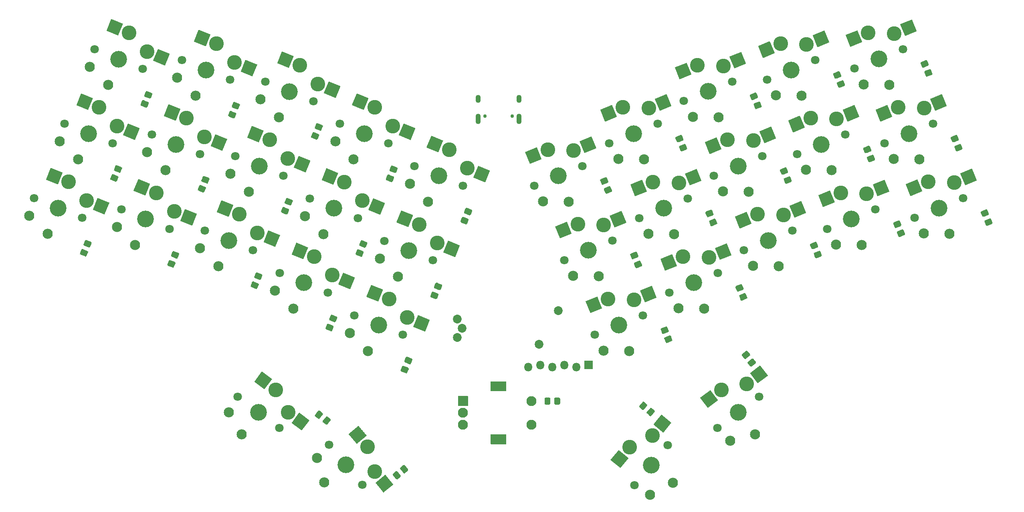
<source format=gbr>
G04 #@! TF.GenerationSoftware,KiCad,Pcbnew,(5.1.9-0-10_14)*
G04 #@! TF.CreationDate,2021-02-04T04:11:51-06:00*
G04 #@! TF.ProjectId,micro_redox_semi_split,6d696372-6f5f-4726-9564-6f785f73656d,rev?*
G04 #@! TF.SameCoordinates,Original*
G04 #@! TF.FileFunction,Soldermask,Bot*
G04 #@! TF.FilePolarity,Negative*
%FSLAX46Y46*%
G04 Gerber Fmt 4.6, Leading zero omitted, Abs format (unit mm)*
G04 Created by KiCad (PCBNEW (5.1.9-0-10_14)) date 2021-02-04 04:11:51*
%MOMM*%
%LPD*%
G01*
G04 APERTURE LIST*
%ADD10C,1.854600*%
%ADD11C,1.803800*%
%ADD12C,3.102000*%
%ADD13C,3.531000*%
%ADD14C,2.134000*%
%ADD15C,2.102000*%
%ADD16C,0.750000*%
%ADD17O,1.100000X2.200000*%
%ADD18O,1.100000X1.700000*%
%ADD19O,1.802000X1.802000*%
%ADD20C,0.100000*%
G04 APERTURE END LIST*
D10*
X145055071Y-109986656D03*
X149104886Y-102898078D03*
X127768885Y-108613078D03*
X128784885Y-106644578D03*
X127768885Y-104676078D03*
D11*
X199573857Y-69796734D03*
X209772879Y-65676062D03*
G36*
G01*
X198642296Y-65157924D02*
X197668318Y-62747246D01*
G75*
G02*
X197696499Y-62680855I47286J19105D01*
G01*
X200107177Y-61706877D01*
G75*
G02*
X200173568Y-61735058I19105J-47286D01*
G01*
X201147546Y-64145736D01*
G75*
G02*
X201119365Y-64212127I-47286J-19105D01*
G01*
X198708687Y-65186105D01*
G75*
G02*
X198642296Y-65157924I-19105J47286D01*
G01*
G37*
D12*
X207904513Y-62386426D03*
D13*
X204673368Y-67736398D03*
D14*
X201460954Y-73132730D03*
X206883547Y-73206783D03*
D12*
X202444459Y-62219654D03*
G36*
G01*
X210175404Y-62871022D02*
X209201426Y-60460344D01*
G75*
G02*
X209229607Y-60393953I47286J19105D01*
G01*
X211640285Y-59419975D01*
G75*
G02*
X211706676Y-59448156I19105J-47286D01*
G01*
X212680654Y-61858834D01*
G75*
G02*
X212652473Y-61925225I-47286J-19105D01*
G01*
X210241795Y-62899203D01*
G75*
G02*
X210175404Y-62871022I-19105J47286D01*
G01*
G37*
D15*
X143474365Y-127005398D03*
X143474365Y-122005398D03*
G36*
G01*
X134823365Y-131105398D02*
X134823365Y-129105398D01*
G75*
G02*
X134874365Y-129054398I51000J0D01*
G01*
X138074365Y-129054398D01*
G75*
G02*
X138125365Y-129105398I0J-51000D01*
G01*
X138125365Y-131105398D01*
G75*
G02*
X138074365Y-131156398I-51000J0D01*
G01*
X134874365Y-131156398D01*
G75*
G02*
X134823365Y-131105398I0J51000D01*
G01*
G37*
G36*
G01*
X134823365Y-119905398D02*
X134823365Y-117905398D01*
G75*
G02*
X134874365Y-117854398I51000J0D01*
G01*
X138074365Y-117854398D01*
G75*
G02*
X138125365Y-117905398I0J-51000D01*
G01*
X138125365Y-119905398D01*
G75*
G02*
X138074365Y-119956398I-51000J0D01*
G01*
X134874365Y-119956398D01*
G75*
G02*
X134823365Y-119905398I0J51000D01*
G01*
G37*
X128974365Y-127005398D03*
X128974365Y-124505398D03*
G36*
G01*
X127923365Y-123005398D02*
X127923365Y-121005398D01*
G75*
G02*
X127974365Y-120954398I51000J0D01*
G01*
X129974365Y-120954398D01*
G75*
G02*
X130025365Y-121005398I0J-51000D01*
G01*
X130025365Y-123005398D01*
G75*
G02*
X129974365Y-123056398I-51000J0D01*
G01*
X127974365Y-123056398D01*
G75*
G02*
X127923365Y-123005398I0J51000D01*
G01*
G37*
D16*
X133584365Y-61794399D03*
X139364365Y-61794399D03*
D17*
X140794365Y-62324399D03*
X132154365Y-62324399D03*
D18*
X140794365Y-58144399D03*
X132154365Y-58144399D03*
D19*
X142782841Y-114843411D03*
X145322841Y-114386211D03*
X147862841Y-114843411D03*
X150402841Y-114386211D03*
X152942841Y-114843411D03*
G36*
G01*
X154632841Y-113485211D02*
X156332841Y-113485211D01*
G75*
G02*
X156383841Y-113536211I0J-51000D01*
G01*
X156383841Y-115236211D01*
G75*
G02*
X156332841Y-115287211I-51000J0D01*
G01*
X154632841Y-115287211D01*
G75*
G02*
X154581841Y-115236211I0J51000D01*
G01*
X154581841Y-113536211D01*
G75*
G02*
X154632841Y-113485211I51000J0D01*
G01*
G37*
D11*
X182754874Y-127688383D03*
X191539864Y-121068417D03*
G36*
G01*
X180654441Y-123448742D02*
X179089722Y-121372289D01*
G75*
G02*
X179099759Y-121300866I40730J30693D01*
G01*
X181176212Y-119736147D01*
G75*
G02*
X181247635Y-119746184I30693J-40730D01*
G01*
X182812354Y-121822637D01*
G75*
G02*
X182802317Y-121894060I-40730J-30693D01*
G01*
X180725864Y-123458779D01*
G75*
G02*
X180654441Y-123448742I-30693J40730D01*
G01*
G37*
D12*
X188883740Y-118374442D03*
D13*
X187147369Y-124378400D03*
D14*
X185441089Y-130422290D03*
X190698078Y-129090350D03*
D12*
X183566570Y-119626519D03*
G36*
G01*
X191202675Y-118254777D02*
X189637956Y-116178324D01*
G75*
G02*
X189647993Y-116106901I40730J30693D01*
G01*
X191724446Y-114542182D01*
G75*
G02*
X191795869Y-114552219I30693J-40730D01*
G01*
X193360588Y-116628672D01*
G75*
G02*
X193350551Y-116700095I-40730J-30693D01*
G01*
X191274098Y-118264814D01*
G75*
G02*
X191202675Y-118254777I-30693J40730D01*
G01*
G37*
D11*
X165233935Y-139798332D03*
X172230795Y-131310462D03*
G36*
G01*
X162201813Y-136166169D02*
X160195589Y-134512365D01*
G75*
G02*
X160188676Y-134440572I32440J39353D01*
G01*
X161842480Y-132434348D01*
G75*
G02*
X161914273Y-132427435I39353J-32440D01*
G01*
X163920497Y-134081239D01*
G75*
G02*
X163927410Y-134153032I-32440J-39353D01*
G01*
X162273606Y-136159256D01*
G75*
G02*
X162201813Y-136166169I-39353J32440D01*
G01*
G37*
D12*
X169019164Y-129310981D03*
D13*
X168732365Y-135554397D03*
D14*
X168484147Y-141829617D03*
X173284950Y-139307258D03*
D12*
X164141199Y-131769732D03*
G36*
G01*
X171246090Y-128653277D02*
X169239866Y-126999473D01*
G75*
G02*
X169232953Y-126927680I32440J39353D01*
G01*
X170886757Y-124921456D01*
G75*
G02*
X170958550Y-124914543I39353J-32440D01*
G01*
X172964774Y-126568347D01*
G75*
G02*
X172971687Y-126640140I-32440J-39353D01*
G01*
X171317883Y-128646364D01*
G75*
G02*
X171246090Y-128653277I-39353J32440D01*
G01*
G37*
D11*
X100717939Y-131246965D03*
X107714799Y-139734835D03*
G36*
G01*
X104861925Y-128963601D02*
X106868149Y-127309797D01*
G75*
G02*
X106939942Y-127316710I32440J-39353D01*
G01*
X108593746Y-129322934D01*
G75*
G02*
X108586833Y-129394727I-39353J-32440D01*
G01*
X106580609Y-131048531D01*
G75*
G02*
X106508816Y-131041618I-32440J39353D01*
G01*
X104855012Y-129035394D01*
G75*
G02*
X104861925Y-128963601I39353J32440D01*
G01*
G37*
D12*
X110290352Y-136963730D03*
D13*
X104216369Y-135490900D03*
D14*
X98103804Y-134049874D03*
X99663784Y-139243761D03*
D12*
X108807535Y-131706235D03*
G36*
G01*
X110511054Y-139275237D02*
X112517278Y-137621433D01*
G75*
G02*
X112589071Y-137628346I32440J-39353D01*
G01*
X114242875Y-139634570D01*
G75*
G02*
X114235962Y-139706363I-39353J-32440D01*
G01*
X112229738Y-141360167D01*
G75*
G02*
X112157945Y-141353254I-32440J39353D01*
G01*
X110504141Y-139347030D01*
G75*
G02*
X110511054Y-139275237I39353J32440D01*
G01*
G37*
D11*
X81408870Y-121068414D03*
X90193860Y-127688380D03*
G36*
G01*
X84905317Y-117880746D02*
X86470036Y-115804293D01*
G75*
G02*
X86541459Y-115794256I40730J-30693D01*
G01*
X88617912Y-117358975D01*
G75*
G02*
X88627949Y-117430398I-30693J-40730D01*
G01*
X87063230Y-119506851D01*
G75*
G02*
X86991807Y-119516888I-40730J30693D01*
G01*
X84915354Y-117952169D01*
G75*
G02*
X84905317Y-117880746I30693J40730D01*
G01*
G37*
D12*
X92051349Y-124392589D03*
D13*
X85801365Y-124378397D03*
D14*
X79521290Y-124404137D03*
X82250656Y-129090347D03*
D12*
X89382164Y-119626516D03*
G36*
G01*
X92805564Y-126588707D02*
X94370283Y-124512254D01*
G75*
G02*
X94441706Y-124502217I40730J-30693D01*
G01*
X96518159Y-126066936D01*
G75*
G02*
X96528196Y-126138359I-30693J-40730D01*
G01*
X94963477Y-128214812D01*
G75*
G02*
X94892054Y-128224849I-40730J30693D01*
G01*
X92815601Y-126660130D01*
G75*
G02*
X92805564Y-126588707I30693J40730D01*
G01*
G37*
D11*
X224402355Y-83258733D03*
X234601377Y-79138061D03*
G36*
G01*
X223470794Y-78619923D02*
X222496816Y-76209245D01*
G75*
G02*
X222524997Y-76142854I47286J19105D01*
G01*
X224935675Y-75168876D01*
G75*
G02*
X225002066Y-75197057I19105J-47286D01*
G01*
X225976044Y-77607735D01*
G75*
G02*
X225947863Y-77674126I-47286J-19105D01*
G01*
X223537185Y-78648104D01*
G75*
G02*
X223470794Y-78619923I-19105J47286D01*
G01*
G37*
D12*
X232733011Y-75848425D03*
D13*
X229501866Y-81198397D03*
D14*
X226289452Y-86594729D03*
X231712045Y-86668782D03*
D12*
X227272957Y-75681653D03*
G36*
G01*
X235003902Y-76333021D02*
X234029924Y-73922343D01*
G75*
G02*
X234058105Y-73855952I47286J19105D01*
G01*
X236468783Y-72881974D01*
G75*
G02*
X236535174Y-72910155I19105J-47286D01*
G01*
X237509152Y-75320833D01*
G75*
G02*
X237480971Y-75387224I-47286J-19105D01*
G01*
X235070293Y-76361202D01*
G75*
G02*
X235003902Y-76333021I-19105J47286D01*
G01*
G37*
D11*
X205923854Y-85608236D03*
X216122876Y-81487564D03*
G36*
G01*
X204992293Y-80969426D02*
X204018315Y-78558748D01*
G75*
G02*
X204046496Y-78492357I47286J19105D01*
G01*
X206457174Y-77518379D01*
G75*
G02*
X206523565Y-77546560I19105J-47286D01*
G01*
X207497543Y-79957238D01*
G75*
G02*
X207469362Y-80023629I-47286J-19105D01*
G01*
X205058684Y-80997607D01*
G75*
G02*
X204992293Y-80969426I-19105J47286D01*
G01*
G37*
D12*
X214254510Y-78197928D03*
D13*
X211023365Y-83547900D03*
D14*
X207810951Y-88944232D03*
X213233544Y-89018285D03*
D12*
X208794456Y-78031156D03*
G36*
G01*
X216525401Y-78682524D02*
X215551423Y-76271846D01*
G75*
G02*
X215579604Y-76205455I47286J19105D01*
G01*
X217990282Y-75231477D01*
G75*
G02*
X218056673Y-75259658I19105J-47286D01*
G01*
X219030651Y-77670336D01*
G75*
G02*
X219002470Y-77736727I-47286J-19105D01*
G01*
X216591792Y-78710705D01*
G75*
G02*
X216525401Y-78682524I-19105J47286D01*
G01*
G37*
D11*
X188334356Y-90116734D03*
X198533378Y-85996062D03*
G36*
G01*
X187402795Y-85477924D02*
X186428817Y-83067246D01*
G75*
G02*
X186456998Y-83000855I47286J19105D01*
G01*
X188867676Y-82026877D01*
G75*
G02*
X188934067Y-82055058I19105J-47286D01*
G01*
X189908045Y-84465736D01*
G75*
G02*
X189879864Y-84532127I-47286J-19105D01*
G01*
X187469186Y-85506105D01*
G75*
G02*
X187402795Y-85477924I-19105J47286D01*
G01*
G37*
D12*
X196665012Y-82706426D03*
D13*
X193433867Y-88056398D03*
D14*
X190221453Y-93452730D03*
X195644046Y-93526783D03*
D12*
X191204958Y-82539654D03*
G36*
G01*
X198935903Y-83191022D02*
X197961925Y-80780344D01*
G75*
G02*
X197990106Y-80713953I47286J19105D01*
G01*
X200400784Y-79739975D01*
G75*
G02*
X200467175Y-79768156I19105J-47286D01*
G01*
X201441153Y-82178834D01*
G75*
G02*
X201412972Y-82245225I-47286J-19105D01*
G01*
X199002294Y-83219203D01*
G75*
G02*
X198935903Y-83191022I-19105J47286D01*
G01*
G37*
D11*
X172586355Y-99070238D03*
X182785377Y-94949566D03*
G36*
G01*
X171654794Y-94431428D02*
X170680816Y-92020750D01*
G75*
G02*
X170708997Y-91954359I47286J19105D01*
G01*
X173119675Y-90980381D01*
G75*
G02*
X173186066Y-91008562I19105J-47286D01*
G01*
X174160044Y-93419240D01*
G75*
G02*
X174131863Y-93485631I-47286J-19105D01*
G01*
X171721185Y-94459609D01*
G75*
G02*
X171654794Y-94431428I-19105J47286D01*
G01*
G37*
D12*
X180917011Y-91659930D03*
D13*
X177685866Y-97009902D03*
D14*
X174473452Y-102406234D03*
X179896045Y-102480287D03*
D12*
X175456957Y-91493158D03*
G36*
G01*
X183187902Y-92144526D02*
X182213924Y-89733848D01*
G75*
G02*
X182242105Y-89667457I47286J19105D01*
G01*
X184652783Y-88693479D01*
G75*
G02*
X184719174Y-88721660I19105J-47286D01*
G01*
X185693152Y-91132338D01*
G75*
G02*
X185664971Y-91198729I-47286J-19105D01*
G01*
X183254293Y-92172707D01*
G75*
G02*
X183187902Y-92144526I-19105J47286D01*
G01*
G37*
D11*
X156774856Y-108023733D03*
X166973878Y-103903061D03*
G36*
G01*
X155843295Y-103384923D02*
X154869317Y-100974245D01*
G75*
G02*
X154897498Y-100907854I47286J19105D01*
G01*
X157308176Y-99933876D01*
G75*
G02*
X157374567Y-99962057I19105J-47286D01*
G01*
X158348545Y-102372735D01*
G75*
G02*
X158320364Y-102439126I-47286J-19105D01*
G01*
X155909686Y-103413104D01*
G75*
G02*
X155843295Y-103384923I-19105J47286D01*
G01*
G37*
D12*
X165105512Y-100613425D03*
D13*
X161874367Y-105963397D03*
D14*
X158661953Y-111359729D03*
X164084546Y-111433782D03*
D12*
X159645458Y-100446653D03*
G36*
G01*
X167376403Y-101098021D02*
X166402425Y-98687343D01*
G75*
G02*
X166430606Y-98620952I47286J19105D01*
G01*
X168841284Y-97646974D01*
G75*
G02*
X168907675Y-97675155I19105J-47286D01*
G01*
X169881653Y-100085833D01*
G75*
G02*
X169853472Y-100152224I-47286J-19105D01*
G01*
X167442794Y-101126202D01*
G75*
G02*
X167376403Y-101098021I-19105J47286D01*
G01*
G37*
D11*
X106038359Y-103903062D03*
X116237381Y-108023734D03*
G36*
G01*
X108590638Y-99919062D02*
X109564616Y-97508384D01*
G75*
G02*
X109631007Y-97480203I47286J-19105D01*
G01*
X112041685Y-98454181D01*
G75*
G02*
X112069866Y-98520572I-19105J-47286D01*
G01*
X111095888Y-100931250D01*
G75*
G02*
X111029497Y-100959431I-47286J19105D01*
G01*
X108618819Y-99985453D01*
G75*
G02*
X108590638Y-99919062I19105J47286D01*
G01*
G37*
D12*
X117178564Y-104359492D03*
D13*
X111137870Y-105963398D03*
D14*
X105078446Y-107613664D03*
X108927691Y-111433783D03*
D12*
X113366779Y-100446654D03*
G36*
G01*
X118475477Y-106285573D02*
X119449455Y-103874895D01*
G75*
G02*
X119515846Y-103846714I47286J-19105D01*
G01*
X121926524Y-104820692D01*
G75*
G02*
X121954705Y-104887083I-19105J-47286D01*
G01*
X120980727Y-107297761D01*
G75*
G02*
X120914336Y-107325942I-47286J19105D01*
G01*
X118503658Y-106351964D01*
G75*
G02*
X118475477Y-106285573I19105J47286D01*
G01*
G37*
D11*
X90226857Y-94949560D03*
X100425879Y-99070232D03*
G36*
G01*
X92779136Y-90965560D02*
X93753114Y-88554882D01*
G75*
G02*
X93819505Y-88526701I47286J-19105D01*
G01*
X96230183Y-89500679D01*
G75*
G02*
X96258364Y-89567070I-19105J-47286D01*
G01*
X95284386Y-91977748D01*
G75*
G02*
X95217995Y-92005929I-47286J19105D01*
G01*
X92807317Y-91031951D01*
G75*
G02*
X92779136Y-90965560I19105J47286D01*
G01*
G37*
D12*
X101367062Y-95405990D03*
D13*
X95326368Y-97009896D03*
D14*
X89266944Y-98660162D03*
X93116189Y-102480281D03*
D12*
X97555277Y-91493152D03*
G36*
G01*
X102663975Y-97332071D02*
X103637953Y-94921393D01*
G75*
G02*
X103704344Y-94893212I47286J-19105D01*
G01*
X106115022Y-95867190D01*
G75*
G02*
X106143203Y-95933581I-19105J-47286D01*
G01*
X105169225Y-98344259D01*
G75*
G02*
X105102834Y-98372440I-47286J19105D01*
G01*
X102692156Y-97398462D01*
G75*
G02*
X102663975Y-97332071I19105J47286D01*
G01*
G37*
D11*
X74415357Y-85996061D03*
X84614379Y-90116733D03*
G36*
G01*
X76967636Y-82012061D02*
X77941614Y-79601383D01*
G75*
G02*
X78008005Y-79573202I47286J-19105D01*
G01*
X80418683Y-80547180D01*
G75*
G02*
X80446864Y-80613571I-19105J-47286D01*
G01*
X79472886Y-83024249D01*
G75*
G02*
X79406495Y-83052430I-47286J19105D01*
G01*
X76995817Y-82078452D01*
G75*
G02*
X76967636Y-82012061I19105J47286D01*
G01*
G37*
D12*
X85555562Y-86452491D03*
D13*
X79514868Y-88056397D03*
D14*
X73455444Y-89706663D03*
X77304689Y-93526782D03*
D12*
X81743777Y-82539653D03*
G36*
G01*
X86852475Y-88378572D02*
X87826453Y-85967894D01*
G75*
G02*
X87892844Y-85939713I47286J-19105D01*
G01*
X90303522Y-86913691D01*
G75*
G02*
X90331703Y-86980082I-19105J-47286D01*
G01*
X89357725Y-89390760D01*
G75*
G02*
X89291334Y-89418941I-47286J19105D01*
G01*
X86880656Y-88444963D01*
G75*
G02*
X86852475Y-88378572I19105J47286D01*
G01*
G37*
D11*
X56825860Y-81487564D03*
X67024882Y-85608236D03*
G36*
G01*
X59378139Y-77503564D02*
X60352117Y-75092886D01*
G75*
G02*
X60418508Y-75064705I47286J-19105D01*
G01*
X62829186Y-76038683D01*
G75*
G02*
X62857367Y-76105074I-19105J-47286D01*
G01*
X61883389Y-78515752D01*
G75*
G02*
X61816998Y-78543933I-47286J19105D01*
G01*
X59406320Y-77569955D01*
G75*
G02*
X59378139Y-77503564I19105J47286D01*
G01*
G37*
D12*
X67966065Y-81943994D03*
D13*
X61925371Y-83547900D03*
D14*
X55865947Y-85198166D03*
X59715192Y-89018285D03*
D12*
X64154280Y-78031156D03*
G36*
G01*
X69262978Y-83870075D02*
X70236956Y-81459397D01*
G75*
G02*
X70303347Y-81431216I47286J-19105D01*
G01*
X72714025Y-82405194D01*
G75*
G02*
X72742206Y-82471585I-19105J-47286D01*
G01*
X71768228Y-84882263D01*
G75*
G02*
X71701837Y-84910444I-47286J19105D01*
G01*
X69291159Y-83936466D01*
G75*
G02*
X69262978Y-83870075I19105J47286D01*
G01*
G37*
D11*
X38347353Y-79138067D03*
X48546375Y-83258739D03*
G36*
G01*
X40899632Y-75154067D02*
X41873610Y-72743389D01*
G75*
G02*
X41940001Y-72715208I47286J-19105D01*
G01*
X44350679Y-73689186D01*
G75*
G02*
X44378860Y-73755577I-19105J-47286D01*
G01*
X43404882Y-76166255D01*
G75*
G02*
X43338491Y-76194436I-47286J19105D01*
G01*
X40927813Y-75220458D01*
G75*
G02*
X40899632Y-75154067I19105J47286D01*
G01*
G37*
D12*
X49487558Y-79594497D03*
D13*
X43446864Y-81198403D03*
D14*
X37387440Y-82848669D03*
X41236685Y-86668788D03*
D12*
X45675773Y-75681659D03*
G36*
G01*
X50784471Y-81520578D02*
X51758449Y-79109900D01*
G75*
G02*
X51824840Y-79081719I47286J-19105D01*
G01*
X54235518Y-80055697D01*
G75*
G02*
X54263699Y-80122088I-19105J-47286D01*
G01*
X53289721Y-82532766D01*
G75*
G02*
X53223330Y-82560947I-47286J19105D01*
G01*
X50812652Y-81586969D01*
G75*
G02*
X50784471Y-81520578I19105J47286D01*
G01*
G37*
D11*
X218052357Y-67510732D03*
X228251379Y-63390060D03*
G36*
G01*
X217120796Y-62871922D02*
X216146818Y-60461244D01*
G75*
G02*
X216174999Y-60394853I47286J19105D01*
G01*
X218585677Y-59420875D01*
G75*
G02*
X218652068Y-59449056I19105J-47286D01*
G01*
X219626046Y-61859734D01*
G75*
G02*
X219597865Y-61926125I-47286J-19105D01*
G01*
X217187187Y-62900103D01*
G75*
G02*
X217120796Y-62871922I-19105J47286D01*
G01*
G37*
D12*
X226383013Y-60100424D03*
D13*
X223151868Y-65450396D03*
D14*
X219939454Y-70846728D03*
X225362047Y-70920781D03*
D12*
X220922959Y-59933652D03*
G36*
G01*
X228653904Y-60585020D02*
X227679926Y-58174342D01*
G75*
G02*
X227708107Y-58107951I47286J19105D01*
G01*
X230118785Y-57133973D01*
G75*
G02*
X230185176Y-57162154I19105J-47286D01*
G01*
X231159154Y-59572832D01*
G75*
G02*
X231130973Y-59639223I-47286J-19105D01*
G01*
X228720295Y-60613201D01*
G75*
G02*
X228653904Y-60585020I-19105J47286D01*
G01*
G37*
D11*
X181984356Y-74368735D03*
X192183378Y-70248063D03*
G36*
G01*
X181052795Y-69729925D02*
X180078817Y-67319247D01*
G75*
G02*
X180106998Y-67252856I47286J19105D01*
G01*
X182517676Y-66278878D01*
G75*
G02*
X182584067Y-66307059I19105J-47286D01*
G01*
X183558045Y-68717737D01*
G75*
G02*
X183529864Y-68784128I-47286J-19105D01*
G01*
X181119186Y-69758106D01*
G75*
G02*
X181052795Y-69729925I-19105J47286D01*
G01*
G37*
D12*
X190315012Y-66958427D03*
D13*
X187083867Y-72308399D03*
D14*
X183871453Y-77704731D03*
X189294046Y-77778784D03*
D12*
X184854958Y-66791655D03*
G36*
G01*
X192585903Y-67443023D02*
X191611925Y-65032345D01*
G75*
G02*
X191640106Y-64965954I47286J19105D01*
G01*
X194050784Y-63991976D01*
G75*
G02*
X194117175Y-64020157I19105J-47286D01*
G01*
X195091153Y-66430835D01*
G75*
G02*
X195062972Y-66497226I-47286J-19105D01*
G01*
X192652294Y-67471204D01*
G75*
G02*
X192585903Y-67443023I-19105J47286D01*
G01*
G37*
D11*
X166236356Y-83322237D03*
X176435378Y-79201565D03*
G36*
G01*
X165304795Y-78683427D02*
X164330817Y-76272749D01*
G75*
G02*
X164358998Y-76206358I47286J19105D01*
G01*
X166769676Y-75232380D01*
G75*
G02*
X166836067Y-75260561I19105J-47286D01*
G01*
X167810045Y-77671239D01*
G75*
G02*
X167781864Y-77737630I-47286J-19105D01*
G01*
X165371186Y-78711608D01*
G75*
G02*
X165304795Y-78683427I-19105J47286D01*
G01*
G37*
D12*
X174567012Y-75911929D03*
D13*
X171335867Y-81261901D03*
D14*
X168123453Y-86658233D03*
X173546046Y-86732286D03*
D12*
X169106958Y-75745157D03*
G36*
G01*
X176837903Y-76396525D02*
X175863925Y-73985847D01*
G75*
G02*
X175892106Y-73919456I47286J19105D01*
G01*
X178302784Y-72945478D01*
G75*
G02*
X178369175Y-72973659I19105J-47286D01*
G01*
X179343153Y-75384337D01*
G75*
G02*
X179314972Y-75450728I-47286J-19105D01*
G01*
X176904294Y-76424706D01*
G75*
G02*
X176837903Y-76396525I-19105J47286D01*
G01*
G37*
D11*
X150361352Y-92212237D03*
X160560374Y-88091565D03*
G36*
G01*
X149429791Y-87573427D02*
X148455813Y-85162749D01*
G75*
G02*
X148483994Y-85096358I47286J19105D01*
G01*
X150894672Y-84122380D01*
G75*
G02*
X150961063Y-84150561I19105J-47286D01*
G01*
X151935041Y-86561239D01*
G75*
G02*
X151906860Y-86627630I-47286J-19105D01*
G01*
X149496182Y-87601608D01*
G75*
G02*
X149429791Y-87573427I-19105J47286D01*
G01*
G37*
D12*
X158692008Y-84801929D03*
D13*
X155460863Y-90151901D03*
D14*
X152248449Y-95548233D03*
X157671042Y-95622286D03*
D12*
X153231954Y-84635157D03*
G36*
G01*
X160962899Y-85286525D02*
X159988921Y-82875847D01*
G75*
G02*
X160017102Y-82809456I47286J19105D01*
G01*
X162427780Y-81835478D01*
G75*
G02*
X162494171Y-81863659I19105J-47286D01*
G01*
X163468149Y-84274337D01*
G75*
G02*
X163439968Y-84340728I-47286J-19105D01*
G01*
X161029290Y-85314706D01*
G75*
G02*
X160962899Y-85286525I-19105J47286D01*
G01*
G37*
D11*
X112388356Y-88155066D03*
X122587378Y-92275738D03*
G36*
G01*
X114940635Y-84171066D02*
X115914613Y-81760388D01*
G75*
G02*
X115981004Y-81732207I47286J-19105D01*
G01*
X118391682Y-82706185D01*
G75*
G02*
X118419863Y-82772576I-19105J-47286D01*
G01*
X117445885Y-85183254D01*
G75*
G02*
X117379494Y-85211435I-47286J19105D01*
G01*
X114968816Y-84237457D01*
G75*
G02*
X114940635Y-84171066I19105J47286D01*
G01*
G37*
D12*
X123528561Y-88611496D03*
D13*
X117487867Y-90215402D03*
D14*
X111428443Y-91865668D03*
X115277688Y-95685787D03*
D12*
X119716776Y-84698658D03*
G36*
G01*
X124825474Y-90537577D02*
X125799452Y-88126899D01*
G75*
G02*
X125865843Y-88098718I47286J-19105D01*
G01*
X128276521Y-89072696D01*
G75*
G02*
X128304702Y-89139087I-19105J-47286D01*
G01*
X127330724Y-91549765D01*
G75*
G02*
X127264333Y-91577946I-47286J19105D01*
G01*
X124853655Y-90603968D01*
G75*
G02*
X124825474Y-90537577I19105J47286D01*
G01*
G37*
D11*
X96576855Y-79201564D03*
X106775877Y-83322236D03*
G36*
G01*
X99129134Y-75217564D02*
X100103112Y-72806886D01*
G75*
G02*
X100169503Y-72778705I47286J-19105D01*
G01*
X102580181Y-73752683D01*
G75*
G02*
X102608362Y-73819074I-19105J-47286D01*
G01*
X101634384Y-76229752D01*
G75*
G02*
X101567993Y-76257933I-47286J19105D01*
G01*
X99157315Y-75283955D01*
G75*
G02*
X99129134Y-75217564I19105J47286D01*
G01*
G37*
D12*
X107717060Y-79657994D03*
D13*
X101676366Y-81261900D03*
D14*
X95616942Y-82912166D03*
X99466187Y-86732285D03*
D12*
X103905275Y-75745156D03*
G36*
G01*
X109013973Y-81584075D02*
X109987951Y-79173397D01*
G75*
G02*
X110054342Y-79145216I47286J-19105D01*
G01*
X112465020Y-80119194D01*
G75*
G02*
X112493201Y-80185585I-19105J-47286D01*
G01*
X111519223Y-82596263D01*
G75*
G02*
X111452832Y-82624444I-47286J19105D01*
G01*
X109042154Y-81650466D01*
G75*
G02*
X109013973Y-81584075I19105J47286D01*
G01*
G37*
D11*
X80828856Y-70248061D03*
X91027878Y-74368733D03*
G36*
G01*
X83381135Y-66264061D02*
X84355113Y-63853383D01*
G75*
G02*
X84421504Y-63825202I47286J-19105D01*
G01*
X86832182Y-64799180D01*
G75*
G02*
X86860363Y-64865571I-19105J-47286D01*
G01*
X85886385Y-67276249D01*
G75*
G02*
X85819994Y-67304430I-47286J19105D01*
G01*
X83409316Y-66330452D01*
G75*
G02*
X83381135Y-66264061I19105J47286D01*
G01*
G37*
D12*
X91969061Y-70704491D03*
D13*
X85928367Y-72308397D03*
D14*
X79868943Y-73958663D03*
X83718188Y-77778782D03*
D12*
X88157276Y-66791653D03*
G36*
G01*
X93265974Y-72630572D02*
X94239952Y-70219894D01*
G75*
G02*
X94306343Y-70191713I47286J-19105D01*
G01*
X96717021Y-71165691D01*
G75*
G02*
X96745202Y-71232082I-19105J-47286D01*
G01*
X95771224Y-73642760D01*
G75*
G02*
X95704833Y-73670941I-47286J19105D01*
G01*
X93294155Y-72696963D01*
G75*
G02*
X93265974Y-72630572I19105J47286D01*
G01*
G37*
D11*
X63239356Y-65676061D03*
X73438378Y-69796733D03*
G36*
G01*
X65791635Y-61692061D02*
X66765613Y-59281383D01*
G75*
G02*
X66832004Y-59253202I47286J-19105D01*
G01*
X69242682Y-60227180D01*
G75*
G02*
X69270863Y-60293571I-19105J-47286D01*
G01*
X68296885Y-62704249D01*
G75*
G02*
X68230494Y-62732430I-47286J19105D01*
G01*
X65819816Y-61758452D01*
G75*
G02*
X65791635Y-61692061I19105J47286D01*
G01*
G37*
D12*
X74379561Y-66132491D03*
D13*
X68338867Y-67736397D03*
D14*
X62279443Y-69386663D03*
X66128688Y-73206782D03*
D12*
X70567776Y-62219653D03*
G36*
G01*
X75676474Y-68058572D02*
X76650452Y-65647894D01*
G75*
G02*
X76716843Y-65619713I47286J-19105D01*
G01*
X79127521Y-66593691D01*
G75*
G02*
X79155702Y-66660082I-19105J-47286D01*
G01*
X78181724Y-69070760D01*
G75*
G02*
X78115333Y-69098941I-47286J19105D01*
G01*
X75704655Y-68124963D01*
G75*
G02*
X75676474Y-68058572I19105J47286D01*
G01*
G37*
D11*
X44760854Y-63390063D03*
X54959876Y-67510735D03*
G36*
G01*
X47313133Y-59406063D02*
X48287111Y-56995385D01*
G75*
G02*
X48353502Y-56967204I47286J-19105D01*
G01*
X50764180Y-57941182D01*
G75*
G02*
X50792361Y-58007573I-19105J-47286D01*
G01*
X49818383Y-60418251D01*
G75*
G02*
X49751992Y-60446432I-47286J19105D01*
G01*
X47341314Y-59472454D01*
G75*
G02*
X47313133Y-59406063I19105J47286D01*
G01*
G37*
D12*
X55901059Y-63846493D03*
D13*
X49860365Y-65450399D03*
D14*
X43800941Y-67100665D03*
X47650186Y-70920784D03*
D12*
X52089274Y-59933655D03*
G36*
G01*
X57197972Y-65772574D02*
X58171950Y-63361896D01*
G75*
G02*
X58238341Y-63333715I47286J-19105D01*
G01*
X60649019Y-64307693D01*
G75*
G02*
X60677200Y-64374084I-19105J-47286D01*
G01*
X59703222Y-66784762D01*
G75*
G02*
X59636831Y-66812943I-47286J19105D01*
G01*
X57226153Y-65838965D01*
G75*
G02*
X57197972Y-65772574I19105J47286D01*
G01*
G37*
D11*
X211702354Y-51699232D03*
X221901376Y-47578560D03*
G36*
G01*
X210770793Y-47060422D02*
X209796815Y-44649744D01*
G75*
G02*
X209824996Y-44583353I47286J19105D01*
G01*
X212235674Y-43609375D01*
G75*
G02*
X212302065Y-43637556I19105J-47286D01*
G01*
X213276043Y-46048234D01*
G75*
G02*
X213247862Y-46114625I-47286J-19105D01*
G01*
X210837184Y-47088603D01*
G75*
G02*
X210770793Y-47060422I-19105J47286D01*
G01*
G37*
D12*
X220033010Y-44288924D03*
D13*
X216801865Y-49638896D03*
D14*
X213589451Y-55035228D03*
X219012044Y-55109281D03*
D12*
X214572956Y-44122152D03*
G36*
G01*
X222303901Y-44773520D02*
X221329923Y-42362842D01*
G75*
G02*
X221358104Y-42296451I47286J19105D01*
G01*
X223768782Y-41322473D01*
G75*
G02*
X223835173Y-41350654I19105J-47286D01*
G01*
X224809151Y-43761332D01*
G75*
G02*
X224780970Y-43827723I-47286J-19105D01*
G01*
X222370292Y-44801701D01*
G75*
G02*
X222303901Y-44773520I-19105J47286D01*
G01*
G37*
D11*
X193223859Y-54048734D03*
X203422881Y-49928062D03*
G36*
G01*
X192292298Y-49409924D02*
X191318320Y-46999246D01*
G75*
G02*
X191346501Y-46932855I47286J19105D01*
G01*
X193757179Y-45958877D01*
G75*
G02*
X193823570Y-45987058I19105J-47286D01*
G01*
X194797548Y-48397736D01*
G75*
G02*
X194769367Y-48464127I-47286J-19105D01*
G01*
X192358689Y-49438105D01*
G75*
G02*
X192292298Y-49409924I-19105J47286D01*
G01*
G37*
D12*
X201554515Y-46638426D03*
D13*
X198323370Y-51988398D03*
D14*
X195110956Y-57384730D03*
X200533549Y-57458783D03*
D12*
X196094461Y-46471654D03*
G36*
G01*
X203825406Y-47123022D02*
X202851428Y-44712344D01*
G75*
G02*
X202879609Y-44645953I47286J19105D01*
G01*
X205290287Y-43671975D01*
G75*
G02*
X205356678Y-43700156I19105J-47286D01*
G01*
X206330656Y-46110834D01*
G75*
G02*
X206302475Y-46177225I-47286J-19105D01*
G01*
X203891797Y-47151203D01*
G75*
G02*
X203825406Y-47123022I-19105J47286D01*
G01*
G37*
D11*
X175634355Y-58557235D03*
X185833377Y-54436563D03*
G36*
G01*
X174702794Y-53918425D02*
X173728816Y-51507747D01*
G75*
G02*
X173756997Y-51441356I47286J19105D01*
G01*
X176167675Y-50467378D01*
G75*
G02*
X176234066Y-50495559I19105J-47286D01*
G01*
X177208044Y-52906237D01*
G75*
G02*
X177179863Y-52972628I-47286J-19105D01*
G01*
X174769185Y-53946606D01*
G75*
G02*
X174702794Y-53918425I-19105J47286D01*
G01*
G37*
D12*
X183965011Y-51146927D03*
D13*
X180733866Y-56496899D03*
D14*
X177521452Y-61893231D03*
X182944045Y-61967284D03*
D12*
X178504957Y-50980155D03*
G36*
G01*
X186235902Y-51631523D02*
X185261924Y-49220845D01*
G75*
G02*
X185290105Y-49154454I47286J19105D01*
G01*
X187700783Y-48180476D01*
G75*
G02*
X187767174Y-48208657I19105J-47286D01*
G01*
X188741152Y-50619335D01*
G75*
G02*
X188712971Y-50685726I-47286J-19105D01*
G01*
X186302293Y-51659704D01*
G75*
G02*
X186235902Y-51631523I-19105J47286D01*
G01*
G37*
D11*
X159886355Y-67510736D03*
X170085377Y-63390064D03*
G36*
G01*
X158954794Y-62871926D02*
X157980816Y-60461248D01*
G75*
G02*
X158008997Y-60394857I47286J19105D01*
G01*
X160419675Y-59420879D01*
G75*
G02*
X160486066Y-59449060I19105J-47286D01*
G01*
X161460044Y-61859738D01*
G75*
G02*
X161431863Y-61926129I-47286J-19105D01*
G01*
X159021185Y-62900107D01*
G75*
G02*
X158954794Y-62871926I-19105J47286D01*
G01*
G37*
D12*
X168217011Y-60100428D03*
D13*
X164985866Y-65450400D03*
D14*
X161773452Y-70846732D03*
X167196045Y-70920785D03*
D12*
X162756957Y-59933656D03*
G36*
G01*
X170487902Y-60585024D02*
X169513924Y-58174346D01*
G75*
G02*
X169542105Y-58107955I47286J19105D01*
G01*
X171952783Y-57133977D01*
G75*
G02*
X172019174Y-57162158I19105J-47286D01*
G01*
X172993152Y-59572836D01*
G75*
G02*
X172964971Y-59639227I-47286J-19105D01*
G01*
X170554293Y-60613205D01*
G75*
G02*
X170487902Y-60585024I-19105J47286D01*
G01*
G37*
D11*
X144011358Y-76464235D03*
X154210380Y-72343563D03*
G36*
G01*
X143079797Y-71825425D02*
X142105819Y-69414747D01*
G75*
G02*
X142134000Y-69348356I47286J19105D01*
G01*
X144544678Y-68374378D01*
G75*
G02*
X144611069Y-68402559I19105J-47286D01*
G01*
X145585047Y-70813237D01*
G75*
G02*
X145556866Y-70879628I-47286J-19105D01*
G01*
X143146188Y-71853606D01*
G75*
G02*
X143079797Y-71825425I-19105J47286D01*
G01*
G37*
D12*
X152342014Y-69053927D03*
D13*
X149110869Y-74403899D03*
D14*
X145898455Y-79800231D03*
X151321048Y-79874284D03*
D12*
X146881960Y-68887155D03*
G36*
G01*
X154612905Y-69538523D02*
X153638927Y-67127845D01*
G75*
G02*
X153667108Y-67061454I47286J19105D01*
G01*
X156077786Y-66087476D01*
G75*
G02*
X156144177Y-66115657I19105J-47286D01*
G01*
X157118155Y-68526335D01*
G75*
G02*
X157089974Y-68592726I-47286J-19105D01*
G01*
X154679296Y-69566704D01*
G75*
G02*
X154612905Y-69538523I-19105J47286D01*
G01*
G37*
D11*
X118738356Y-72343563D03*
X128937378Y-76464235D03*
G36*
G01*
X121290635Y-68359563D02*
X122264613Y-65948885D01*
G75*
G02*
X122331004Y-65920704I47286J-19105D01*
G01*
X124741682Y-66894682D01*
G75*
G02*
X124769863Y-66961073I-19105J-47286D01*
G01*
X123795885Y-69371751D01*
G75*
G02*
X123729494Y-69399932I-47286J19105D01*
G01*
X121318816Y-68425954D01*
G75*
G02*
X121290635Y-68359563I19105J47286D01*
G01*
G37*
D12*
X129878561Y-72799993D03*
D13*
X123837867Y-74403899D03*
D14*
X117778443Y-76054165D03*
X121627688Y-79874284D03*
D12*
X126066776Y-68887155D03*
G36*
G01*
X131175474Y-74726074D02*
X132149452Y-72315396D01*
G75*
G02*
X132215843Y-72287215I47286J-19105D01*
G01*
X134626521Y-73261193D01*
G75*
G02*
X134654702Y-73327584I-19105J-47286D01*
G01*
X133680724Y-75738262D01*
G75*
G02*
X133614333Y-75766443I-47286J19105D01*
G01*
X131203655Y-74792465D01*
G75*
G02*
X131175474Y-74726074I19105J47286D01*
G01*
G37*
D11*
X102990355Y-63390062D03*
X113189377Y-67510734D03*
G36*
G01*
X105542634Y-59406062D02*
X106516612Y-56995384D01*
G75*
G02*
X106583003Y-56967203I47286J-19105D01*
G01*
X108993681Y-57941181D01*
G75*
G02*
X109021862Y-58007572I-19105J-47286D01*
G01*
X108047884Y-60418250D01*
G75*
G02*
X107981493Y-60446431I-47286J19105D01*
G01*
X105570815Y-59472453D01*
G75*
G02*
X105542634Y-59406062I19105J47286D01*
G01*
G37*
D12*
X114130560Y-63846492D03*
D13*
X108089866Y-65450398D03*
D14*
X102030442Y-67100664D03*
X105879687Y-70920783D03*
D12*
X110318775Y-59933654D03*
G36*
G01*
X115427473Y-65772573D02*
X116401451Y-63361895D01*
G75*
G02*
X116467842Y-63333714I47286J-19105D01*
G01*
X118878520Y-64307692D01*
G75*
G02*
X118906701Y-64374083I-19105J-47286D01*
G01*
X117932723Y-66784761D01*
G75*
G02*
X117866332Y-66812942I-47286J19105D01*
G01*
X115455654Y-65838964D01*
G75*
G02*
X115427473Y-65772573I19105J47286D01*
G01*
G37*
D11*
X87178856Y-54500062D03*
X97377878Y-58620734D03*
G36*
G01*
X89731135Y-50516062D02*
X90705113Y-48105384D01*
G75*
G02*
X90771504Y-48077203I47286J-19105D01*
G01*
X93182182Y-49051181D01*
G75*
G02*
X93210363Y-49117572I-19105J-47286D01*
G01*
X92236385Y-51528250D01*
G75*
G02*
X92169994Y-51556431I-47286J19105D01*
G01*
X89759316Y-50582453D01*
G75*
G02*
X89731135Y-50516062I19105J47286D01*
G01*
G37*
D12*
X98319061Y-54956492D03*
D13*
X92278367Y-56560398D03*
D14*
X86218943Y-58210664D03*
X90068188Y-62030783D03*
D12*
X94507276Y-51043654D03*
G36*
G01*
X99615974Y-56882573D02*
X100589952Y-54471895D01*
G75*
G02*
X100656343Y-54443714I47286J-19105D01*
G01*
X103067021Y-55417692D01*
G75*
G02*
X103095202Y-55484083I-19105J-47286D01*
G01*
X102121224Y-57894761D01*
G75*
G02*
X102054833Y-57922942I-47286J19105D01*
G01*
X99644155Y-56948964D01*
G75*
G02*
X99615974Y-56882573I19105J47286D01*
G01*
G37*
D11*
X69589354Y-49928062D03*
X79788376Y-54048734D03*
G36*
G01*
X72141633Y-45944062D02*
X73115611Y-43533384D01*
G75*
G02*
X73182002Y-43505203I47286J-19105D01*
G01*
X75592680Y-44479181D01*
G75*
G02*
X75620861Y-44545572I-19105J-47286D01*
G01*
X74646883Y-46956250D01*
G75*
G02*
X74580492Y-46984431I-47286J19105D01*
G01*
X72169814Y-46010453D01*
G75*
G02*
X72141633Y-45944062I19105J47286D01*
G01*
G37*
D12*
X80729559Y-50384492D03*
D13*
X74688865Y-51988398D03*
D14*
X68629441Y-53638664D03*
X72478686Y-57458783D03*
D12*
X76917774Y-46471654D03*
G36*
G01*
X82026472Y-52310573D02*
X83000450Y-49899895D01*
G75*
G02*
X83066841Y-49871714I47286J-19105D01*
G01*
X85477519Y-50845692D01*
G75*
G02*
X85505700Y-50912083I-19105J-47286D01*
G01*
X84531722Y-53322761D01*
G75*
G02*
X84465331Y-53350942I-47286J19105D01*
G01*
X82054653Y-52376964D01*
G75*
G02*
X82026472Y-52310573I19105J47286D01*
G01*
G37*
D11*
X51110856Y-47642061D03*
X61309878Y-51762733D03*
G36*
G01*
X53663135Y-43658061D02*
X54637113Y-41247383D01*
G75*
G02*
X54703504Y-41219202I47286J-19105D01*
G01*
X57114182Y-42193180D01*
G75*
G02*
X57142363Y-42259571I-19105J-47286D01*
G01*
X56168385Y-44670249D01*
G75*
G02*
X56101994Y-44698430I-47286J19105D01*
G01*
X53691316Y-43724452D01*
G75*
G02*
X53663135Y-43658061I19105J47286D01*
G01*
G37*
D12*
X62251061Y-48098491D03*
D13*
X56210367Y-49702397D03*
D14*
X50150943Y-51352663D03*
X54000188Y-55172782D03*
D12*
X58439276Y-44185653D03*
G36*
G01*
X63547974Y-50024572D02*
X64521952Y-47613894D01*
G75*
G02*
X64588343Y-47585713I47286J-19105D01*
G01*
X66999021Y-48559691D01*
G75*
G02*
X67027202Y-48626082I-19105J-47286D01*
G01*
X66053224Y-51036760D01*
G75*
G02*
X65986833Y-51064941I-47286J19105D01*
G01*
X63576155Y-50090963D01*
G75*
G02*
X63547974Y-50024572I19105J47286D01*
G01*
G37*
G36*
G01*
X147441866Y-121550068D02*
X147441866Y-122507724D01*
G75*
G02*
X147169694Y-122779896I-272172J0D01*
G01*
X146462038Y-122779896D01*
G75*
G02*
X146189866Y-122507724I0J272172D01*
G01*
X146189866Y-121550068D01*
G75*
G02*
X146462038Y-121277896I272172J0D01*
G01*
X147169694Y-121277896D01*
G75*
G02*
X147441866Y-121550068I0J-272172D01*
G01*
G37*
G36*
G01*
X149491866Y-121550068D02*
X149491866Y-122507724D01*
G75*
G02*
X149219694Y-122779896I-272172J0D01*
G01*
X148512038Y-122779896D01*
G75*
G02*
X148239866Y-122507724I0J272172D01*
G01*
X148239866Y-121550068D01*
G75*
G02*
X148512038Y-121277896I272172J0D01*
G01*
X149219694Y-121277896D01*
G75*
G02*
X149491866Y-121550068I0J-272172D01*
G01*
G37*
G36*
G01*
X189227582Y-113682216D02*
X189992400Y-113105885D01*
G75*
G02*
X190373563Y-113159454I163797J-217366D01*
G01*
X190799441Y-113724613D01*
G75*
G02*
X190745872Y-114105776I-217366J-163797D01*
G01*
X189981054Y-114682107D01*
G75*
G02*
X189599891Y-114628538I-163797J217366D01*
G01*
X189174013Y-114063379D01*
G75*
G02*
X189227582Y-113682216I217366J163797D01*
G01*
G37*
G36*
G01*
X187993862Y-112045014D02*
X188758680Y-111468683D01*
G75*
G02*
X189139843Y-111522252I163797J-217366D01*
G01*
X189565721Y-112087411D01*
G75*
G02*
X189512152Y-112468574I-217366J-163797D01*
G01*
X188747334Y-113044905D01*
G75*
G02*
X188366171Y-112991336I-163797J217366D01*
G01*
X187940293Y-112426177D01*
G75*
G02*
X187993862Y-112045014I217366J163797D01*
G01*
G37*
G36*
G01*
X167846673Y-124303166D02*
X168455817Y-123564215D01*
G75*
G02*
X168838955Y-123527323I210015J-173123D01*
G01*
X169384999Y-123977448D01*
G75*
G02*
X169421891Y-124360586I-173123J-210015D01*
G01*
X168812747Y-125099537D01*
G75*
G02*
X168429609Y-125136429I-210015J173123D01*
G01*
X167883565Y-124686304D01*
G75*
G02*
X167846673Y-124303166I173123J210015D01*
G01*
G37*
G36*
G01*
X166264843Y-122999206D02*
X166873987Y-122260255D01*
G75*
G02*
X167257125Y-122223363I210015J-173123D01*
G01*
X167803169Y-122673488D01*
G75*
G02*
X167840061Y-123056626I-173123J-210015D01*
G01*
X167230917Y-123795577D01*
G75*
G02*
X166847779Y-123832469I-210015J173123D01*
G01*
X166301735Y-123382344D01*
G75*
G02*
X166264843Y-122999206I173123J210015D01*
G01*
G37*
G36*
G01*
X115160920Y-136962722D02*
X115770064Y-137701673D01*
G75*
G02*
X115733172Y-138084811I-210015J-173123D01*
G01*
X115187128Y-138534936D01*
G75*
G02*
X114803990Y-138498044I-173123J210015D01*
G01*
X114194846Y-137759093D01*
G75*
G02*
X114231738Y-137375955I210015J173123D01*
G01*
X114777782Y-136925830D01*
G75*
G02*
X115160920Y-136962722I173123J-210015D01*
G01*
G37*
G36*
G01*
X116742750Y-135658762D02*
X117351894Y-136397713D01*
G75*
G02*
X117315002Y-136780851I-210015J-173123D01*
G01*
X116768958Y-137230976D01*
G75*
G02*
X116385820Y-137194084I-173123J210015D01*
G01*
X115776676Y-136455133D01*
G75*
G02*
X115813568Y-136071995I210015J173123D01*
G01*
X116359612Y-135621870D01*
G75*
G02*
X116742750Y-135658762I173123J-210015D01*
G01*
G37*
G36*
G01*
X99327508Y-124905375D02*
X98751177Y-125670193D01*
G75*
G02*
X98370014Y-125723762I-217366J163797D01*
G01*
X97804855Y-125297884D01*
G75*
G02*
X97751286Y-124916721I163797J217366D01*
G01*
X98327617Y-124151903D01*
G75*
G02*
X98708780Y-124098334I217366J-163797D01*
G01*
X99273939Y-124524212D01*
G75*
G02*
X99327508Y-124905375I-163797J-217366D01*
G01*
G37*
G36*
G01*
X100964710Y-126139095D02*
X100388379Y-126903913D01*
G75*
G02*
X100007216Y-126957482I-217366J163797D01*
G01*
X99442057Y-126531604D01*
G75*
G02*
X99388488Y-126150441I163797J217366D01*
G01*
X99964819Y-125385623D01*
G75*
G02*
X100345982Y-125332054I217366J-163797D01*
G01*
X100911141Y-125757932D01*
G75*
G02*
X100964710Y-126139095I-163797J-217366D01*
G01*
G37*
G36*
G01*
X239892859Y-82681082D02*
X239004936Y-83039827D01*
G75*
G02*
X238650626Y-82889431I-101957J252353D01*
G01*
X238385533Y-82233304D01*
G75*
G02*
X238535929Y-81878994I252353J101957D01*
G01*
X239423852Y-81520249D01*
G75*
G02*
X239778162Y-81670645I101957J-252353D01*
G01*
X240043255Y-82326772D01*
G75*
G02*
X239892859Y-82681082I-252353J-101957D01*
G01*
G37*
G36*
G01*
X240660803Y-84581808D02*
X239772880Y-84940553D01*
G75*
G02*
X239418570Y-84790157I-101957J252353D01*
G01*
X239153477Y-84134030D01*
G75*
G02*
X239303873Y-83779720I252353J101957D01*
G01*
X240191796Y-83420975D01*
G75*
G02*
X240546106Y-83571371I101957J-252353D01*
G01*
X240811199Y-84227498D01*
G75*
G02*
X240660803Y-84581808I-252353J-101957D01*
G01*
G37*
G36*
G01*
X221414359Y-85030579D02*
X220526436Y-85389324D01*
G75*
G02*
X220172126Y-85238928I-101957J252353D01*
G01*
X219907033Y-84582801D01*
G75*
G02*
X220057429Y-84228491I252353J101957D01*
G01*
X220945352Y-83869746D01*
G75*
G02*
X221299662Y-84020142I101957J-252353D01*
G01*
X221564755Y-84676269D01*
G75*
G02*
X221414359Y-85030579I-252353J-101957D01*
G01*
G37*
G36*
G01*
X222182303Y-86931305D02*
X221294380Y-87290050D01*
G75*
G02*
X220940070Y-87139654I-101957J252353D01*
G01*
X220674977Y-86483527D01*
G75*
G02*
X220825373Y-86129217I252353J101957D01*
G01*
X221713296Y-85770472D01*
G75*
G02*
X222067606Y-85920868I101957J-252353D01*
G01*
X222332699Y-86576995D01*
G75*
G02*
X222182303Y-86931305I-252353J-101957D01*
G01*
G37*
G36*
G01*
X203824859Y-89539080D02*
X202936936Y-89897825D01*
G75*
G02*
X202582626Y-89747429I-101957J252353D01*
G01*
X202317533Y-89091302D01*
G75*
G02*
X202467929Y-88736992I252353J101957D01*
G01*
X203355852Y-88378247D01*
G75*
G02*
X203710162Y-88528643I101957J-252353D01*
G01*
X203975255Y-89184770D01*
G75*
G02*
X203824859Y-89539080I-252353J-101957D01*
G01*
G37*
G36*
G01*
X204592803Y-91439806D02*
X203704880Y-91798551D01*
G75*
G02*
X203350570Y-91648155I-101957J252353D01*
G01*
X203085477Y-90992028D01*
G75*
G02*
X203235873Y-90637718I252353J101957D01*
G01*
X204123796Y-90278973D01*
G75*
G02*
X204478106Y-90429369I101957J-252353D01*
G01*
X204743199Y-91085496D01*
G75*
G02*
X204592803Y-91439806I-252353J-101957D01*
G01*
G37*
G36*
G01*
X188076862Y-98492581D02*
X187188939Y-98851326D01*
G75*
G02*
X186834629Y-98700930I-101957J252353D01*
G01*
X186569536Y-98044803D01*
G75*
G02*
X186719932Y-97690493I252353J101957D01*
G01*
X187607855Y-97331748D01*
G75*
G02*
X187962165Y-97482144I101957J-252353D01*
G01*
X188227258Y-98138271D01*
G75*
G02*
X188076862Y-98492581I-252353J-101957D01*
G01*
G37*
G36*
G01*
X188844806Y-100393307D02*
X187956883Y-100752052D01*
G75*
G02*
X187602573Y-100601656I-101957J252353D01*
G01*
X187337480Y-99945529D01*
G75*
G02*
X187487876Y-99591219I252353J101957D01*
G01*
X188375799Y-99232474D01*
G75*
G02*
X188730109Y-99382870I101957J-252353D01*
G01*
X188995202Y-100038997D01*
G75*
G02*
X188844806Y-100393307I-252353J-101957D01*
G01*
G37*
G36*
G01*
X172265360Y-107446075D02*
X171377437Y-107804820D01*
G75*
G02*
X171023127Y-107654424I-101957J252353D01*
G01*
X170758034Y-106998297D01*
G75*
G02*
X170908430Y-106643987I252353J101957D01*
G01*
X171796353Y-106285242D01*
G75*
G02*
X172150663Y-106435638I101957J-252353D01*
G01*
X172415756Y-107091765D01*
G75*
G02*
X172265360Y-107446075I-252353J-101957D01*
G01*
G37*
G36*
G01*
X173033304Y-109346801D02*
X172145381Y-109705546D01*
G75*
G02*
X171791071Y-109555150I-101957J252353D01*
G01*
X171525978Y-108899023D01*
G75*
G02*
X171676374Y-108544713I252353J101957D01*
G01*
X172564297Y-108185968D01*
G75*
G02*
X172918607Y-108336364I101957J-252353D01*
G01*
X173183700Y-108992491D01*
G75*
G02*
X173033304Y-109346801I-252353J-101957D01*
G01*
G37*
G36*
G01*
X117636798Y-114218323D02*
X116748875Y-113859578D01*
G75*
G02*
X116598479Y-113505268I101957J252353D01*
G01*
X116863572Y-112849141D01*
G75*
G02*
X117217882Y-112698745I252353J-101957D01*
G01*
X118105805Y-113057490D01*
G75*
G02*
X118256201Y-113411800I-101957J-252353D01*
G01*
X117991108Y-114067927D01*
G75*
G02*
X117636798Y-114218323I-252353J101957D01*
G01*
G37*
G36*
G01*
X116868854Y-116119049D02*
X115980931Y-115760304D01*
G75*
G02*
X115830535Y-115405994I101957J252353D01*
G01*
X116095628Y-114749867D01*
G75*
G02*
X116449938Y-114599471I252353J-101957D01*
G01*
X117337861Y-114958216D01*
G75*
G02*
X117488257Y-115312526I-101957J-252353D01*
G01*
X117223164Y-115968653D01*
G75*
G02*
X116868854Y-116119049I-252353J101957D01*
G01*
G37*
G36*
G01*
X101761799Y-105328331D02*
X100873876Y-104969586D01*
G75*
G02*
X100723480Y-104615276I101957J252353D01*
G01*
X100988573Y-103959149D01*
G75*
G02*
X101342883Y-103808753I252353J-101957D01*
G01*
X102230806Y-104167498D01*
G75*
G02*
X102381202Y-104521808I-101957J-252353D01*
G01*
X102116109Y-105177935D01*
G75*
G02*
X101761799Y-105328331I-252353J101957D01*
G01*
G37*
G36*
G01*
X100993855Y-107229057D02*
X100105932Y-106870312D01*
G75*
G02*
X99955536Y-106516002I101957J252353D01*
G01*
X100220629Y-105859875D01*
G75*
G02*
X100574939Y-105709479I252353J-101957D01*
G01*
X101462862Y-106068224D01*
G75*
G02*
X101613258Y-106422534I-101957J-252353D01*
G01*
X101348165Y-107078661D01*
G75*
G02*
X100993855Y-107229057I-252353J101957D01*
G01*
G37*
G36*
G01*
X85950297Y-96374826D02*
X85062374Y-96016081D01*
G75*
G02*
X84911978Y-95661771I101957J252353D01*
G01*
X85177071Y-95005644D01*
G75*
G02*
X85531381Y-94855248I252353J-101957D01*
G01*
X86419304Y-95213993D01*
G75*
G02*
X86569700Y-95568303I-101957J-252353D01*
G01*
X86304607Y-96224430D01*
G75*
G02*
X85950297Y-96374826I-252353J101957D01*
G01*
G37*
G36*
G01*
X85182353Y-98275552D02*
X84294430Y-97916807D01*
G75*
G02*
X84144034Y-97562497I101957J252353D01*
G01*
X84409127Y-96906370D01*
G75*
G02*
X84763437Y-96755974I252353J-101957D01*
G01*
X85651360Y-97114719D01*
G75*
G02*
X85801756Y-97469029I-101957J-252353D01*
G01*
X85536663Y-98125156D01*
G75*
G02*
X85182353Y-98275552I-252353J101957D01*
G01*
G37*
G36*
G01*
X68360798Y-91866323D02*
X67472875Y-91507578D01*
G75*
G02*
X67322479Y-91153268I101957J252353D01*
G01*
X67587572Y-90497141D01*
G75*
G02*
X67941882Y-90346745I252353J-101957D01*
G01*
X68829805Y-90705490D01*
G75*
G02*
X68980201Y-91059800I-101957J-252353D01*
G01*
X68715108Y-91715927D01*
G75*
G02*
X68360798Y-91866323I-252353J101957D01*
G01*
G37*
G36*
G01*
X67592854Y-93767049D02*
X66704931Y-93408304D01*
G75*
G02*
X66554535Y-93053994I101957J252353D01*
G01*
X66819628Y-92397867D01*
G75*
G02*
X67173938Y-92247471I252353J-101957D01*
G01*
X68061861Y-92606216D01*
G75*
G02*
X68212257Y-92960526I-101957J-252353D01*
G01*
X67947164Y-93616653D01*
G75*
G02*
X67592854Y-93767049I-252353J101957D01*
G01*
G37*
G36*
G01*
X49882298Y-89516826D02*
X48994375Y-89158081D01*
G75*
G02*
X48843979Y-88803771I101957J252353D01*
G01*
X49109072Y-88147644D01*
G75*
G02*
X49463382Y-87997248I252353J-101957D01*
G01*
X50351305Y-88355993D01*
G75*
G02*
X50501701Y-88710303I-101957J-252353D01*
G01*
X50236608Y-89366430D01*
G75*
G02*
X49882298Y-89516826I-252353J101957D01*
G01*
G37*
G36*
G01*
X49114354Y-91417552D02*
X48226431Y-91058807D01*
G75*
G02*
X48076035Y-90704497I101957J252353D01*
G01*
X48341128Y-90048370D01*
G75*
G02*
X48695438Y-89897974I252353J-101957D01*
G01*
X49583361Y-90256719D01*
G75*
G02*
X49733757Y-90611029I-101957J-252353D01*
G01*
X49468664Y-91267156D01*
G75*
G02*
X49114354Y-91417552I-252353J101957D01*
G01*
G37*
G36*
G01*
X233542860Y-66933080D02*
X232654937Y-67291825D01*
G75*
G02*
X232300627Y-67141429I-101957J252353D01*
G01*
X232035534Y-66485302D01*
G75*
G02*
X232185930Y-66130992I252353J101957D01*
G01*
X233073853Y-65772247D01*
G75*
G02*
X233428163Y-65922643I101957J-252353D01*
G01*
X233693256Y-66578770D01*
G75*
G02*
X233542860Y-66933080I-252353J-101957D01*
G01*
G37*
G36*
G01*
X234310804Y-68833806D02*
X233422881Y-69192551D01*
G75*
G02*
X233068571Y-69042155I-101957J252353D01*
G01*
X232803478Y-68386028D01*
G75*
G02*
X232953874Y-68031718I252353J101957D01*
G01*
X233841797Y-67672973D01*
G75*
G02*
X234196107Y-67823369I101957J-252353D01*
G01*
X234461200Y-68479496D01*
G75*
G02*
X234310804Y-68833806I-252353J-101957D01*
G01*
G37*
G36*
G01*
X215064362Y-69219086D02*
X214176439Y-69577831D01*
G75*
G02*
X213822129Y-69427435I-101957J252353D01*
G01*
X213557036Y-68771308D01*
G75*
G02*
X213707432Y-68416998I252353J101957D01*
G01*
X214595355Y-68058253D01*
G75*
G02*
X214949665Y-68208649I101957J-252353D01*
G01*
X215214758Y-68864776D01*
G75*
G02*
X215064362Y-69219086I-252353J-101957D01*
G01*
G37*
G36*
G01*
X215832306Y-71119812D02*
X214944383Y-71478557D01*
G75*
G02*
X214590073Y-71328161I-101957J252353D01*
G01*
X214324980Y-70672034D01*
G75*
G02*
X214475376Y-70317724I252353J101957D01*
G01*
X215363299Y-69958979D01*
G75*
G02*
X215717609Y-70109375I101957J-252353D01*
G01*
X215982702Y-70765502D01*
G75*
G02*
X215832306Y-71119812I-252353J-101957D01*
G01*
G37*
G36*
G01*
X197474861Y-73791080D02*
X196586938Y-74149825D01*
G75*
G02*
X196232628Y-73999429I-101957J252353D01*
G01*
X195967535Y-73343302D01*
G75*
G02*
X196117931Y-72988992I252353J101957D01*
G01*
X197005854Y-72630247D01*
G75*
G02*
X197360164Y-72780643I101957J-252353D01*
G01*
X197625257Y-73436770D01*
G75*
G02*
X197474861Y-73791080I-252353J-101957D01*
G01*
G37*
G36*
G01*
X198242805Y-75691806D02*
X197354882Y-76050551D01*
G75*
G02*
X197000572Y-75900155I-101957J252353D01*
G01*
X196735479Y-75244028D01*
G75*
G02*
X196885875Y-74889718I252353J101957D01*
G01*
X197773798Y-74530973D01*
G75*
G02*
X198128108Y-74681369I101957J-252353D01*
G01*
X198393201Y-75337496D01*
G75*
G02*
X198242805Y-75691806I-252353J-101957D01*
G01*
G37*
G36*
G01*
X181726860Y-82744581D02*
X180838937Y-83103326D01*
G75*
G02*
X180484627Y-82952930I-101957J252353D01*
G01*
X180219534Y-82296803D01*
G75*
G02*
X180369930Y-81942493I252353J101957D01*
G01*
X181257853Y-81583748D01*
G75*
G02*
X181612163Y-81734144I101957J-252353D01*
G01*
X181877256Y-82390271D01*
G75*
G02*
X181726860Y-82744581I-252353J-101957D01*
G01*
G37*
G36*
G01*
X182494804Y-84645307D02*
X181606881Y-85004052D01*
G75*
G02*
X181252571Y-84853656I-101957J252353D01*
G01*
X180987478Y-84197529D01*
G75*
G02*
X181137874Y-83843219I252353J101957D01*
G01*
X182025797Y-83484474D01*
G75*
G02*
X182380107Y-83634870I101957J-252353D01*
G01*
X182645200Y-84290997D01*
G75*
G02*
X182494804Y-84645307I-252353J-101957D01*
G01*
G37*
G36*
G01*
X165851859Y-91634582D02*
X164963936Y-91993327D01*
G75*
G02*
X164609626Y-91842931I-101957J252353D01*
G01*
X164344533Y-91186804D01*
G75*
G02*
X164494929Y-90832494I252353J101957D01*
G01*
X165382852Y-90473749D01*
G75*
G02*
X165737162Y-90624145I101957J-252353D01*
G01*
X166002255Y-91280272D01*
G75*
G02*
X165851859Y-91634582I-252353J-101957D01*
G01*
G37*
G36*
G01*
X166619803Y-93535308D02*
X165731880Y-93894053D01*
G75*
G02*
X165377570Y-93743657I-101957J252353D01*
G01*
X165112477Y-93087530D01*
G75*
G02*
X165262873Y-92733220I252353J101957D01*
G01*
X166150796Y-92374475D01*
G75*
G02*
X166505106Y-92524871I101957J-252353D01*
G01*
X166770199Y-93180998D01*
G75*
G02*
X166619803Y-93535308I-252353J-101957D01*
G01*
G37*
G36*
G01*
X123923296Y-98533826D02*
X123035373Y-98175081D01*
G75*
G02*
X122884977Y-97820771I101957J252353D01*
G01*
X123150070Y-97164644D01*
G75*
G02*
X123504380Y-97014248I252353J-101957D01*
G01*
X124392303Y-97372993D01*
G75*
G02*
X124542699Y-97727303I-101957J-252353D01*
G01*
X124277606Y-98383430D01*
G75*
G02*
X123923296Y-98533826I-252353J101957D01*
G01*
G37*
G36*
G01*
X123155352Y-100434552D02*
X122267429Y-100075807D01*
G75*
G02*
X122117033Y-99721497I101957J252353D01*
G01*
X122382126Y-99065370D01*
G75*
G02*
X122736436Y-98914974I252353J-101957D01*
G01*
X123624359Y-99273719D01*
G75*
G02*
X123774755Y-99628029I-101957J-252353D01*
G01*
X123509662Y-100284156D01*
G75*
G02*
X123155352Y-100434552I-252353J101957D01*
G01*
G37*
G36*
G01*
X108111793Y-89580325D02*
X107223870Y-89221580D01*
G75*
G02*
X107073474Y-88867270I101957J252353D01*
G01*
X107338567Y-88211143D01*
G75*
G02*
X107692877Y-88060747I252353J-101957D01*
G01*
X108580800Y-88419492D01*
G75*
G02*
X108731196Y-88773802I-101957J-252353D01*
G01*
X108466103Y-89429929D01*
G75*
G02*
X108111793Y-89580325I-252353J101957D01*
G01*
G37*
G36*
G01*
X107343849Y-91481051D02*
X106455926Y-91122306D01*
G75*
G02*
X106305530Y-90767996I101957J252353D01*
G01*
X106570623Y-90111869D01*
G75*
G02*
X106924933Y-89961473I252353J-101957D01*
G01*
X107812856Y-90320218D01*
G75*
G02*
X107963252Y-90674528I-101957J-252353D01*
G01*
X107698159Y-91330655D01*
G75*
G02*
X107343849Y-91481051I-252353J101957D01*
G01*
G37*
G36*
G01*
X92360825Y-80624688D02*
X91472902Y-80265943D01*
G75*
G02*
X91322506Y-79911633I101957J252353D01*
G01*
X91587599Y-79255506D01*
G75*
G02*
X91941909Y-79105110I252353J-101957D01*
G01*
X92829832Y-79463855D01*
G75*
G02*
X92980228Y-79818165I-101957J-252353D01*
G01*
X92715135Y-80474292D01*
G75*
G02*
X92360825Y-80624688I-252353J101957D01*
G01*
G37*
G36*
G01*
X91592881Y-82525414D02*
X90704958Y-82166669D01*
G75*
G02*
X90554562Y-81812359I101957J252353D01*
G01*
X90819655Y-81156232D01*
G75*
G02*
X91173965Y-81005836I252353J-101957D01*
G01*
X92061888Y-81364581D01*
G75*
G02*
X92212284Y-81718891I-101957J-252353D01*
G01*
X91947191Y-82375018D01*
G75*
G02*
X91592881Y-82525414I-252353J101957D01*
G01*
G37*
G36*
G01*
X74771323Y-75989190D02*
X73883400Y-75630445D01*
G75*
G02*
X73733004Y-75276135I101957J252353D01*
G01*
X73998097Y-74620008D01*
G75*
G02*
X74352407Y-74469612I252353J-101957D01*
G01*
X75240330Y-74828357D01*
G75*
G02*
X75390726Y-75182667I-101957J-252353D01*
G01*
X75125633Y-75838794D01*
G75*
G02*
X74771323Y-75989190I-252353J101957D01*
G01*
G37*
G36*
G01*
X74003379Y-77889916D02*
X73115456Y-77531171D01*
G75*
G02*
X72965060Y-77176861I101957J252353D01*
G01*
X73230153Y-76520734D01*
G75*
G02*
X73584463Y-76370338I252353J-101957D01*
G01*
X74472386Y-76729083D01*
G75*
G02*
X74622782Y-77083393I-101957J-252353D01*
G01*
X74357689Y-77739520D01*
G75*
G02*
X74003379Y-77889916I-252353J101957D01*
G01*
G37*
G36*
G01*
X56295797Y-73705322D02*
X55407874Y-73346577D01*
G75*
G02*
X55257478Y-72992267I101957J252353D01*
G01*
X55522571Y-72336140D01*
G75*
G02*
X55876881Y-72185744I252353J-101957D01*
G01*
X56764804Y-72544489D01*
G75*
G02*
X56915200Y-72898799I-101957J-252353D01*
G01*
X56650107Y-73554926D01*
G75*
G02*
X56295797Y-73705322I-252353J101957D01*
G01*
G37*
G36*
G01*
X55527853Y-75606048D02*
X54639930Y-75247303D01*
G75*
G02*
X54489534Y-74892993I101957J252353D01*
G01*
X54754627Y-74236866D01*
G75*
G02*
X55108937Y-74086470I252353J-101957D01*
G01*
X55996860Y-74445215D01*
G75*
G02*
X56147256Y-74799525I-101957J-252353D01*
G01*
X55882163Y-75455652D01*
G75*
G02*
X55527853Y-75606048I-252353J101957D01*
G01*
G37*
G36*
G01*
X227192864Y-51121578D02*
X226304941Y-51480323D01*
G75*
G02*
X225950631Y-51329927I-101957J252353D01*
G01*
X225685538Y-50673800D01*
G75*
G02*
X225835934Y-50319490I252353J101957D01*
G01*
X226723857Y-49960745D01*
G75*
G02*
X227078167Y-50111141I101957J-252353D01*
G01*
X227343260Y-50767268D01*
G75*
G02*
X227192864Y-51121578I-252353J-101957D01*
G01*
G37*
G36*
G01*
X227960808Y-53022304D02*
X227072885Y-53381049D01*
G75*
G02*
X226718575Y-53230653I-101957J252353D01*
G01*
X226453482Y-52574526D01*
G75*
G02*
X226603878Y-52220216I252353J101957D01*
G01*
X227491801Y-51861471D01*
G75*
G02*
X227846111Y-52011867I101957J-252353D01*
G01*
X228111204Y-52667994D01*
G75*
G02*
X227960808Y-53022304I-252353J-101957D01*
G01*
G37*
G36*
G01*
X208714359Y-53471079D02*
X207826436Y-53829824D01*
G75*
G02*
X207472126Y-53679428I-101957J252353D01*
G01*
X207207033Y-53023301D01*
G75*
G02*
X207357429Y-52668991I252353J101957D01*
G01*
X208245352Y-52310246D01*
G75*
G02*
X208599662Y-52460642I101957J-252353D01*
G01*
X208864755Y-53116769D01*
G75*
G02*
X208714359Y-53471079I-252353J-101957D01*
G01*
G37*
G36*
G01*
X209482303Y-55371805D02*
X208594380Y-55730550D01*
G75*
G02*
X208240070Y-55580154I-101957J252353D01*
G01*
X207974977Y-54924027D01*
G75*
G02*
X208125373Y-54569717I252353J101957D01*
G01*
X209013296Y-54210972D01*
G75*
G02*
X209367606Y-54361368I101957J-252353D01*
G01*
X209632699Y-55017495D01*
G75*
G02*
X209482303Y-55371805I-252353J-101957D01*
G01*
G37*
G36*
G01*
X191124861Y-57979581D02*
X190236938Y-58338326D01*
G75*
G02*
X189882628Y-58187930I-101957J252353D01*
G01*
X189617535Y-57531803D01*
G75*
G02*
X189767931Y-57177493I252353J101957D01*
G01*
X190655854Y-56818748D01*
G75*
G02*
X191010164Y-56969144I101957J-252353D01*
G01*
X191275257Y-57625271D01*
G75*
G02*
X191124861Y-57979581I-252353J-101957D01*
G01*
G37*
G36*
G01*
X191892805Y-59880307D02*
X191004882Y-60239052D01*
G75*
G02*
X190650572Y-60088656I-101957J252353D01*
G01*
X190385479Y-59432529D01*
G75*
G02*
X190535875Y-59078219I252353J101957D01*
G01*
X191423798Y-58719474D01*
G75*
G02*
X191778108Y-58869870I101957J-252353D01*
G01*
X192043201Y-59525997D01*
G75*
G02*
X191892805Y-59880307I-252353J-101957D01*
G01*
G37*
G36*
G01*
X175376856Y-66933078D02*
X174488933Y-67291823D01*
G75*
G02*
X174134623Y-67141427I-101957J252353D01*
G01*
X173869530Y-66485300D01*
G75*
G02*
X174019926Y-66130990I252353J101957D01*
G01*
X174907849Y-65772245D01*
G75*
G02*
X175262159Y-65922641I101957J-252353D01*
G01*
X175527252Y-66578768D01*
G75*
G02*
X175376856Y-66933078I-252353J-101957D01*
G01*
G37*
G36*
G01*
X176144800Y-68833804D02*
X175256877Y-69192549D01*
G75*
G02*
X174902567Y-69042153I-101957J252353D01*
G01*
X174637474Y-68386026D01*
G75*
G02*
X174787870Y-68031716I252353J101957D01*
G01*
X175675793Y-67672971D01*
G75*
G02*
X176030103Y-67823367I101957J-252353D01*
G01*
X176295196Y-68479494D01*
G75*
G02*
X176144800Y-68833804I-252353J-101957D01*
G01*
G37*
G36*
G01*
X159501862Y-75886579D02*
X158613939Y-76245324D01*
G75*
G02*
X158259629Y-76094928I-101957J252353D01*
G01*
X157994536Y-75438801D01*
G75*
G02*
X158144932Y-75084491I252353J101957D01*
G01*
X159032855Y-74725746D01*
G75*
G02*
X159387165Y-74876142I101957J-252353D01*
G01*
X159652258Y-75532269D01*
G75*
G02*
X159501862Y-75886579I-252353J-101957D01*
G01*
G37*
G36*
G01*
X160269806Y-77787305D02*
X159381883Y-78146050D01*
G75*
G02*
X159027573Y-77995654I-101957J252353D01*
G01*
X158762480Y-77339527D01*
G75*
G02*
X158912876Y-76985217I252353J101957D01*
G01*
X159800799Y-76626472D01*
G75*
G02*
X160155109Y-76776868I101957J-252353D01*
G01*
X160420202Y-77432995D01*
G75*
G02*
X160269806Y-77787305I-252353J-101957D01*
G01*
G37*
G36*
G01*
X130273296Y-82722326D02*
X129385373Y-82363581D01*
G75*
G02*
X129234977Y-82009271I101957J252353D01*
G01*
X129500070Y-81353144D01*
G75*
G02*
X129854380Y-81202748I252353J-101957D01*
G01*
X130742303Y-81561493D01*
G75*
G02*
X130892699Y-81915803I-101957J-252353D01*
G01*
X130627606Y-82571930D01*
G75*
G02*
X130273296Y-82722326I-252353J101957D01*
G01*
G37*
G36*
G01*
X129505352Y-84623052D02*
X128617429Y-84264307D01*
G75*
G02*
X128467033Y-83909997I101957J252353D01*
G01*
X128732126Y-83253870D01*
G75*
G02*
X129086436Y-83103474I252353J-101957D01*
G01*
X129974359Y-83462219D01*
G75*
G02*
X130124755Y-83816529I-101957J-252353D01*
G01*
X129859662Y-84472656D01*
G75*
G02*
X129505352Y-84623052I-252353J101957D01*
G01*
G37*
G36*
G01*
X114525294Y-73768824D02*
X113637371Y-73410079D01*
G75*
G02*
X113486975Y-73055769I101957J252353D01*
G01*
X113752068Y-72399642D01*
G75*
G02*
X114106378Y-72249246I252353J-101957D01*
G01*
X114994301Y-72607991D01*
G75*
G02*
X115144697Y-72962301I-101957J-252353D01*
G01*
X114879604Y-73618428D01*
G75*
G02*
X114525294Y-73768824I-252353J101957D01*
G01*
G37*
G36*
G01*
X113757350Y-75669550D02*
X112869427Y-75310805D01*
G75*
G02*
X112719031Y-74956495I101957J252353D01*
G01*
X112984124Y-74300368D01*
G75*
G02*
X113338434Y-74149972I252353J-101957D01*
G01*
X114226357Y-74508717D01*
G75*
G02*
X114376753Y-74863027I-101957J-252353D01*
G01*
X114111660Y-75519154D01*
G75*
G02*
X113757350Y-75669550I-252353J101957D01*
G01*
G37*
G36*
G01*
X98713797Y-64815326D02*
X97825874Y-64456581D01*
G75*
G02*
X97675478Y-64102271I101957J252353D01*
G01*
X97940571Y-63446144D01*
G75*
G02*
X98294881Y-63295748I252353J-101957D01*
G01*
X99182804Y-63654493D01*
G75*
G02*
X99333200Y-64008803I-101957J-252353D01*
G01*
X99068107Y-64664930D01*
G75*
G02*
X98713797Y-64815326I-252353J101957D01*
G01*
G37*
G36*
G01*
X97945853Y-66716052D02*
X97057930Y-66357307D01*
G75*
G02*
X96907534Y-66002997I101957J252353D01*
G01*
X97172627Y-65346870D01*
G75*
G02*
X97526937Y-65196474I252353J-101957D01*
G01*
X98414860Y-65555219D01*
G75*
G02*
X98565256Y-65909529I-101957J-252353D01*
G01*
X98300163Y-66565656D01*
G75*
G02*
X97945853Y-66716052I-252353J101957D01*
G01*
G37*
G36*
G01*
X81187798Y-60306826D02*
X80299875Y-59948081D01*
G75*
G02*
X80149479Y-59593771I101957J252353D01*
G01*
X80414572Y-58937644D01*
G75*
G02*
X80768882Y-58787248I252353J-101957D01*
G01*
X81656805Y-59145993D01*
G75*
G02*
X81807201Y-59500303I-101957J-252353D01*
G01*
X81542108Y-60156430D01*
G75*
G02*
X81187798Y-60306826I-252353J101957D01*
G01*
G37*
G36*
G01*
X80419854Y-62207552D02*
X79531931Y-61848807D01*
G75*
G02*
X79381535Y-61494497I101957J252353D01*
G01*
X79646628Y-60838370D01*
G75*
G02*
X80000938Y-60687974I252353J-101957D01*
G01*
X80888861Y-61046719D01*
G75*
G02*
X81039257Y-61401029I-101957J-252353D01*
G01*
X80774164Y-62057156D01*
G75*
G02*
X80419854Y-62207552I-252353J101957D01*
G01*
G37*
G36*
G01*
X62709297Y-58020824D02*
X61821374Y-57662079D01*
G75*
G02*
X61670978Y-57307769I101957J252353D01*
G01*
X61936071Y-56651642D01*
G75*
G02*
X62290381Y-56501246I252353J-101957D01*
G01*
X63178304Y-56859991D01*
G75*
G02*
X63328700Y-57214301I-101957J-252353D01*
G01*
X63063607Y-57870428D01*
G75*
G02*
X62709297Y-58020824I-252353J101957D01*
G01*
G37*
G36*
G01*
X61941353Y-59921550D02*
X61053430Y-59562805D01*
G75*
G02*
X60903034Y-59208495I101957J252353D01*
G01*
X61168127Y-58552368D01*
G75*
G02*
X61522437Y-58401972I252353J-101957D01*
G01*
X62410360Y-58760717D01*
G75*
G02*
X62560756Y-59115027I-101957J-252353D01*
G01*
X62295663Y-59771154D01*
G75*
G02*
X61941353Y-59921550I-252353J101957D01*
G01*
G37*
D20*
G36*
X112558174Y-137587721D02*
G01*
X112661876Y-137713522D01*
X112817542Y-137902360D01*
X112906455Y-138010220D01*
X113392708Y-138600092D01*
X113405406Y-138615496D01*
X113411671Y-138623096D01*
X114276858Y-139672651D01*
X114276587Y-139675466D01*
X112191657Y-141394150D01*
X112189685Y-141394480D01*
X112188842Y-141393879D01*
X110470158Y-139308949D01*
X110469991Y-139307948D01*
X110474517Y-139307948D01*
X112190656Y-141389791D01*
X114272499Y-139673652D01*
X113408585Y-138625640D01*
X113402320Y-138618040D01*
X113389622Y-138602636D01*
X112903369Y-138012764D01*
X112814456Y-137904904D01*
X112658790Y-137716066D01*
X112556360Y-137591809D01*
X110474517Y-139307948D01*
X110469991Y-139307948D01*
X110469828Y-139306977D01*
X110470429Y-139306134D01*
X112555359Y-137587450D01*
X112557331Y-137587120D01*
X112558174Y-137587721D01*
G37*
G36*
X115771611Y-137700407D02*
G01*
X115812639Y-137750178D01*
X115812756Y-137750335D01*
X115838152Y-137788163D01*
X115838338Y-137788509D01*
X115853488Y-137824859D01*
X115853603Y-137825234D01*
X115861371Y-137863849D01*
X115861410Y-137864239D01*
X115861496Y-137903628D01*
X115861458Y-137904018D01*
X115853858Y-137942663D01*
X115853745Y-137943038D01*
X115838753Y-137979458D01*
X115838569Y-137979805D01*
X115816759Y-138012600D01*
X115816511Y-138012903D01*
X115784364Y-138045191D01*
X115784219Y-138045323D01*
X115138626Y-138577509D01*
X115138469Y-138577627D01*
X115100637Y-138603025D01*
X115100291Y-138603210D01*
X115063942Y-138618360D01*
X115063567Y-138618475D01*
X115024952Y-138626243D01*
X115024562Y-138626282D01*
X114985174Y-138626368D01*
X114984784Y-138626330D01*
X114946139Y-138618730D01*
X114945764Y-138618617D01*
X114909341Y-138603623D01*
X114908995Y-138603439D01*
X114876204Y-138581633D01*
X114875900Y-138581385D01*
X114843611Y-138549236D01*
X114843479Y-138549091D01*
X114802451Y-138499320D01*
X114802121Y-138497348D01*
X114803664Y-138496075D01*
X114805405Y-138496631D01*
X114843071Y-138534132D01*
X114887174Y-138563462D01*
X114936144Y-138583621D01*
X114988110Y-138593840D01*
X115041072Y-138593724D01*
X115092995Y-138583278D01*
X115141879Y-138562905D01*
X115185932Y-138533330D01*
X115731824Y-138083329D01*
X115769260Y-138045731D01*
X115798590Y-138001627D01*
X115818749Y-137952657D01*
X115828968Y-137900692D01*
X115828852Y-137847730D01*
X115818406Y-137795807D01*
X115798034Y-137746927D01*
X115768407Y-137702794D01*
X115768272Y-137700798D01*
X115769933Y-137699684D01*
X115771611Y-137700407D01*
G37*
G36*
X114980126Y-136834436D02*
G01*
X115018771Y-136842036D01*
X115019146Y-136842149D01*
X115055569Y-136857143D01*
X115055915Y-136857327D01*
X115088706Y-136879133D01*
X115089010Y-136879381D01*
X115121299Y-136911530D01*
X115121431Y-136911675D01*
X115162459Y-136961446D01*
X115162789Y-136963418D01*
X115161246Y-136964691D01*
X115159505Y-136964135D01*
X115121839Y-136926634D01*
X115077736Y-136897304D01*
X115028766Y-136877145D01*
X114976800Y-136866926D01*
X114923838Y-136867042D01*
X114871915Y-136877488D01*
X114823031Y-136897861D01*
X114778978Y-136927436D01*
X114233086Y-137377437D01*
X114195650Y-137415035D01*
X114166320Y-137459139D01*
X114146161Y-137508109D01*
X114135942Y-137560074D01*
X114136058Y-137613036D01*
X114146504Y-137664959D01*
X114166876Y-137713839D01*
X114196503Y-137757972D01*
X114196638Y-137759968D01*
X114194977Y-137761082D01*
X114193299Y-137760359D01*
X114152271Y-137710588D01*
X114152154Y-137710431D01*
X114126758Y-137672603D01*
X114126572Y-137672257D01*
X114111422Y-137635907D01*
X114111307Y-137635532D01*
X114103539Y-137596917D01*
X114103500Y-137596527D01*
X114103414Y-137557138D01*
X114103452Y-137556748D01*
X114111052Y-137518103D01*
X114111165Y-137517728D01*
X114126157Y-137481308D01*
X114126341Y-137480961D01*
X114148151Y-137448166D01*
X114148399Y-137447863D01*
X114180546Y-137415575D01*
X114180691Y-137415443D01*
X114826284Y-136883257D01*
X114826441Y-136883139D01*
X114864273Y-136857741D01*
X114864619Y-136857556D01*
X114900968Y-136842406D01*
X114901343Y-136842291D01*
X114939958Y-136834523D01*
X114940348Y-136834484D01*
X114979736Y-136834398D01*
X114980126Y-136834436D01*
G37*
G36*
X117353441Y-136396447D02*
G01*
X117394469Y-136446218D01*
X117394586Y-136446375D01*
X117419982Y-136484203D01*
X117420168Y-136484549D01*
X117435318Y-136520899D01*
X117435433Y-136521274D01*
X117443201Y-136559889D01*
X117443240Y-136560279D01*
X117443326Y-136599668D01*
X117443288Y-136600058D01*
X117435688Y-136638703D01*
X117435575Y-136639078D01*
X117420583Y-136675498D01*
X117420399Y-136675845D01*
X117398589Y-136708640D01*
X117398341Y-136708943D01*
X117366194Y-136741231D01*
X117366049Y-136741363D01*
X116720456Y-137273549D01*
X116720299Y-137273667D01*
X116682467Y-137299065D01*
X116682121Y-137299250D01*
X116645772Y-137314400D01*
X116645397Y-137314515D01*
X116606782Y-137322283D01*
X116606392Y-137322322D01*
X116567004Y-137322408D01*
X116566614Y-137322370D01*
X116527969Y-137314770D01*
X116527594Y-137314657D01*
X116491171Y-137299663D01*
X116490825Y-137299479D01*
X116458034Y-137277673D01*
X116457730Y-137277425D01*
X116425441Y-137245276D01*
X116425309Y-137245131D01*
X116384281Y-137195360D01*
X116383951Y-137193388D01*
X116385494Y-137192115D01*
X116387235Y-137192671D01*
X116424901Y-137230172D01*
X116469004Y-137259502D01*
X116517974Y-137279661D01*
X116569940Y-137289880D01*
X116622902Y-137289764D01*
X116674825Y-137279318D01*
X116723709Y-137258945D01*
X116767762Y-137229370D01*
X117313654Y-136779369D01*
X117351090Y-136741771D01*
X117380420Y-136697667D01*
X117400579Y-136648697D01*
X117410798Y-136596732D01*
X117410682Y-136543770D01*
X117400236Y-136491847D01*
X117379864Y-136442967D01*
X117350237Y-136398834D01*
X117350102Y-136396838D01*
X117351763Y-136395724D01*
X117353441Y-136396447D01*
G37*
G36*
X116561956Y-135530476D02*
G01*
X116600601Y-135538076D01*
X116600976Y-135538189D01*
X116637399Y-135553183D01*
X116637745Y-135553367D01*
X116670536Y-135575173D01*
X116670840Y-135575421D01*
X116703129Y-135607570D01*
X116703261Y-135607715D01*
X116744289Y-135657486D01*
X116744619Y-135659458D01*
X116743076Y-135660731D01*
X116741335Y-135660175D01*
X116703669Y-135622674D01*
X116659566Y-135593344D01*
X116610596Y-135573185D01*
X116558630Y-135562966D01*
X116505668Y-135563082D01*
X116453745Y-135573528D01*
X116404861Y-135593901D01*
X116360808Y-135623476D01*
X115814916Y-136073477D01*
X115777480Y-136111075D01*
X115748150Y-136155179D01*
X115727991Y-136204149D01*
X115717772Y-136256114D01*
X115717888Y-136309076D01*
X115728334Y-136360999D01*
X115748706Y-136409879D01*
X115778333Y-136454012D01*
X115778468Y-136456008D01*
X115776807Y-136457122D01*
X115775129Y-136456399D01*
X115734101Y-136406628D01*
X115733984Y-136406471D01*
X115708588Y-136368643D01*
X115708402Y-136368297D01*
X115693252Y-136331947D01*
X115693137Y-136331572D01*
X115685369Y-136292957D01*
X115685330Y-136292567D01*
X115685244Y-136253178D01*
X115685282Y-136252788D01*
X115692882Y-136214143D01*
X115692995Y-136213768D01*
X115707987Y-136177348D01*
X115708171Y-136177001D01*
X115729981Y-136144206D01*
X115730229Y-136143903D01*
X115762376Y-136111615D01*
X115762521Y-136111483D01*
X116408114Y-135579297D01*
X116408271Y-135579179D01*
X116446103Y-135553781D01*
X116446449Y-135553596D01*
X116482798Y-135538446D01*
X116483173Y-135538331D01*
X116521788Y-135530563D01*
X116522178Y-135530524D01*
X116561566Y-135530438D01*
X116561956Y-135530476D01*
G37*
G36*
X161876192Y-132393452D02*
G01*
X163961122Y-134112136D01*
X163961823Y-134114009D01*
X163961393Y-134114951D01*
X162768341Y-135562238D01*
X162759570Y-135572878D01*
X162315913Y-136111077D01*
X162242709Y-136199881D01*
X162239894Y-136200152D01*
X160154964Y-134481468D01*
X160154286Y-134479654D01*
X160159052Y-134479654D01*
X162240895Y-136195793D01*
X162312827Y-136108533D01*
X162756484Y-135570334D01*
X162765255Y-135559694D01*
X163957034Y-134113950D01*
X161875191Y-132397811D01*
X160159052Y-134479654D01*
X160154286Y-134479654D01*
X160154263Y-134479595D01*
X160154693Y-134478653D01*
X161873377Y-132393723D01*
X161875250Y-132393022D01*
X161876192Y-132393452D01*
G37*
G36*
X106909045Y-127276085D02*
G01*
X108627729Y-129361015D01*
X108628059Y-129362987D01*
X108627458Y-129363830D01*
X106542528Y-131082514D01*
X106540556Y-131082844D01*
X106539713Y-131082243D01*
X104821029Y-128997313D01*
X104820862Y-128996312D01*
X104825388Y-128996312D01*
X106541527Y-131078155D01*
X108623370Y-129362016D01*
X106907231Y-127280173D01*
X104825388Y-128996312D01*
X104820862Y-128996312D01*
X104820699Y-128995341D01*
X104821300Y-128994498D01*
X106906230Y-127275814D01*
X106908202Y-127275484D01*
X106909045Y-127276085D01*
G37*
G36*
X173005399Y-126599244D02*
G01*
X173006100Y-126601117D01*
X173005670Y-126602059D01*
X171286986Y-128686989D01*
X171285113Y-128687690D01*
X171284171Y-128687260D01*
X169199241Y-126968576D01*
X169198563Y-126966762D01*
X169203329Y-126966762D01*
X171285172Y-128682901D01*
X173001311Y-126601058D01*
X170919468Y-124884919D01*
X170813355Y-125013644D01*
X170711091Y-125137700D01*
X170637439Y-125227047D01*
X170617566Y-125251155D01*
X170582464Y-125293737D01*
X170577997Y-125299156D01*
X170194927Y-125763857D01*
X169922107Y-126094814D01*
X169884556Y-126140367D01*
X169203329Y-126966762D01*
X169198563Y-126966762D01*
X169198540Y-126966703D01*
X169198970Y-126965761D01*
X169881470Y-126137823D01*
X169919021Y-126092270D01*
X170191841Y-125761313D01*
X170574911Y-125296612D01*
X170579378Y-125291193D01*
X170614480Y-125248611D01*
X170634353Y-125224503D01*
X170708005Y-125135156D01*
X170810269Y-125011100D01*
X170917654Y-124880831D01*
X170920469Y-124880560D01*
X173005399Y-126599244D01*
G37*
G36*
X100179980Y-125247907D02*
G01*
X100218896Y-125253984D01*
X100219275Y-125254082D01*
X100256253Y-125267633D01*
X100256606Y-125267803D01*
X100295506Y-125291523D01*
X100295669Y-125291634D01*
X100963870Y-125795161D01*
X100964020Y-125795286D01*
X100997535Y-125826132D01*
X100997796Y-125826425D01*
X101021019Y-125858243D01*
X101021218Y-125858581D01*
X101037783Y-125894307D01*
X101037913Y-125894677D01*
X101047192Y-125932960D01*
X101047246Y-125933348D01*
X101048879Y-125972700D01*
X101048857Y-125973092D01*
X101042780Y-126012008D01*
X101042682Y-126012387D01*
X101029131Y-126049365D01*
X101028961Y-126049718D01*
X101005241Y-126088618D01*
X101005130Y-126088781D01*
X100670531Y-126532808D01*
X100618398Y-126601991D01*
X100391130Y-126903586D01*
X100389976Y-126905117D01*
X100351149Y-126956642D01*
X100351024Y-126956792D01*
X100320178Y-126990307D01*
X100319885Y-126990568D01*
X100288067Y-127013791D01*
X100287729Y-127013990D01*
X100251998Y-127030557D01*
X100251628Y-127030687D01*
X100213355Y-127039964D01*
X100212967Y-127040018D01*
X100173610Y-127041651D01*
X100173218Y-127041629D01*
X100134302Y-127035552D01*
X100133923Y-127035454D01*
X100096945Y-127021903D01*
X100096592Y-127021733D01*
X100057692Y-126998013D01*
X100057529Y-126997902D01*
X99389328Y-126494375D01*
X99389178Y-126494250D01*
X99355663Y-126463404D01*
X99355402Y-126463111D01*
X99332179Y-126431293D01*
X99331980Y-126430955D01*
X99315415Y-126395229D01*
X99315285Y-126394859D01*
X99306006Y-126356576D01*
X99305952Y-126356188D01*
X99304319Y-126316836D01*
X99304341Y-126316444D01*
X99307077Y-126298923D01*
X99336126Y-126298923D01*
X99338321Y-126351835D01*
X99350797Y-126403312D01*
X99373074Y-126451356D01*
X99404296Y-126494132D01*
X99443339Y-126530066D01*
X100008339Y-126955824D01*
X100053643Y-126983451D01*
X100103370Y-127001673D01*
X100155698Y-127009844D01*
X100208610Y-127007649D01*
X100260087Y-126995173D01*
X100308131Y-126972896D01*
X100350907Y-126941674D01*
X100386841Y-126902631D01*
X100387936Y-126901178D01*
X100615204Y-126599583D01*
X100667337Y-126530400D01*
X100963052Y-126137972D01*
X100990679Y-126092668D01*
X101008901Y-126042941D01*
X101017072Y-125990613D01*
X101014877Y-125937701D01*
X101002401Y-125886224D01*
X100980124Y-125838180D01*
X100948902Y-125795404D01*
X100909859Y-125759470D01*
X100344859Y-125333712D01*
X100299555Y-125306085D01*
X100249828Y-125287863D01*
X100197500Y-125279692D01*
X100144588Y-125281887D01*
X100093111Y-125294363D01*
X100045067Y-125316640D01*
X100002291Y-125347862D01*
X99966357Y-125386905D01*
X99881419Y-125499622D01*
X99751977Y-125671397D01*
X99711610Y-125724966D01*
X99690677Y-125752745D01*
X99687895Y-125756437D01*
X99685861Y-125759136D01*
X99672307Y-125777123D01*
X99670395Y-125779660D01*
X99657911Y-125796227D01*
X99654269Y-125801060D01*
X99390146Y-126151564D01*
X99362519Y-126196868D01*
X99344297Y-126246595D01*
X99336126Y-126298923D01*
X99307077Y-126298923D01*
X99310418Y-126277528D01*
X99310516Y-126277149D01*
X99324067Y-126240171D01*
X99324237Y-126239818D01*
X99347957Y-126200918D01*
X99348068Y-126200755D01*
X99651075Y-125798652D01*
X99654717Y-125793819D01*
X99667201Y-125777252D01*
X99669113Y-125774715D01*
X99682667Y-125756728D01*
X99684701Y-125754029D01*
X99687483Y-125750337D01*
X99708416Y-125722558D01*
X99748783Y-125668989D01*
X99878225Y-125497214D01*
X99963222Y-125384419D01*
X100002049Y-125332894D01*
X100002174Y-125332744D01*
X100033020Y-125299229D01*
X100033313Y-125298968D01*
X100065131Y-125275745D01*
X100065469Y-125275546D01*
X100101200Y-125258979D01*
X100101570Y-125258849D01*
X100139843Y-125249572D01*
X100140231Y-125249518D01*
X100179588Y-125247885D01*
X100179980Y-125247907D01*
G37*
G36*
X98542778Y-124014187D02*
G01*
X98581694Y-124020264D01*
X98582073Y-124020362D01*
X98619051Y-124033913D01*
X98619404Y-124034083D01*
X98658304Y-124057803D01*
X98658467Y-124057914D01*
X99326668Y-124561441D01*
X99326818Y-124561566D01*
X99360333Y-124592412D01*
X99360594Y-124592705D01*
X99383817Y-124624523D01*
X99384016Y-124624861D01*
X99400581Y-124660587D01*
X99400711Y-124660957D01*
X99409990Y-124699240D01*
X99410044Y-124699628D01*
X99411677Y-124738980D01*
X99411655Y-124739372D01*
X99405578Y-124778288D01*
X99405480Y-124778667D01*
X99391929Y-124815645D01*
X99391759Y-124815998D01*
X99368039Y-124854898D01*
X99367928Y-124855061D01*
X99145286Y-125150516D01*
X99132584Y-125167372D01*
X99132162Y-125167932D01*
X99109187Y-125198421D01*
X99104937Y-125204061D01*
X99087667Y-125226979D01*
X99064921Y-125257164D01*
X99061279Y-125261997D01*
X99048795Y-125278564D01*
X99046883Y-125281101D01*
X99033329Y-125299088D01*
X99031295Y-125301787D01*
X99028513Y-125305479D01*
X99007580Y-125333258D01*
X98967213Y-125386827D01*
X98882216Y-125499622D01*
X98752774Y-125671397D01*
X98713947Y-125722922D01*
X98713822Y-125723072D01*
X98682976Y-125756587D01*
X98682683Y-125756848D01*
X98650865Y-125780071D01*
X98650527Y-125780270D01*
X98614796Y-125796837D01*
X98614426Y-125796967D01*
X98576153Y-125806244D01*
X98575765Y-125806298D01*
X98536408Y-125807931D01*
X98536016Y-125807909D01*
X98497100Y-125801832D01*
X98496721Y-125801734D01*
X98459743Y-125788183D01*
X98459390Y-125788013D01*
X98420490Y-125764293D01*
X98420327Y-125764182D01*
X97752126Y-125260655D01*
X97751976Y-125260530D01*
X97718461Y-125229684D01*
X97718200Y-125229391D01*
X97694977Y-125197573D01*
X97694778Y-125197235D01*
X97678213Y-125161509D01*
X97678083Y-125161139D01*
X97668804Y-125122856D01*
X97668750Y-125122468D01*
X97667117Y-125083116D01*
X97667139Y-125082724D01*
X97669875Y-125065203D01*
X97698924Y-125065203D01*
X97701119Y-125118115D01*
X97713595Y-125169592D01*
X97735872Y-125217636D01*
X97767094Y-125260412D01*
X97806137Y-125296346D01*
X98371137Y-125722104D01*
X98416441Y-125749731D01*
X98466168Y-125767953D01*
X98518496Y-125776124D01*
X98571408Y-125773929D01*
X98622885Y-125761453D01*
X98670929Y-125739176D01*
X98713705Y-125707954D01*
X98749639Y-125668911D01*
X98879022Y-125497214D01*
X98964019Y-125384419D01*
X99004386Y-125330850D01*
X99025319Y-125303071D01*
X99028101Y-125299379D01*
X99030135Y-125296680D01*
X99043689Y-125278693D01*
X99045601Y-125276156D01*
X99058085Y-125259589D01*
X99061727Y-125254756D01*
X99084473Y-125224571D01*
X99101743Y-125201653D01*
X99105993Y-125196013D01*
X99128968Y-125165524D01*
X99129390Y-125164964D01*
X99142092Y-125148108D01*
X99325850Y-124904252D01*
X99353477Y-124858948D01*
X99371699Y-124809221D01*
X99379870Y-124756893D01*
X99377675Y-124703981D01*
X99365199Y-124652504D01*
X99342922Y-124604460D01*
X99311700Y-124561684D01*
X99272657Y-124525750D01*
X98707657Y-124099992D01*
X98662353Y-124072365D01*
X98612626Y-124054143D01*
X98560298Y-124045972D01*
X98507386Y-124048167D01*
X98455909Y-124060643D01*
X98407865Y-124082920D01*
X98365089Y-124114142D01*
X98329155Y-124153185D01*
X98324146Y-124159832D01*
X98322075Y-124162581D01*
X98294465Y-124199220D01*
X98281869Y-124215936D01*
X98265367Y-124237835D01*
X98242453Y-124268243D01*
X98237975Y-124274185D01*
X98215225Y-124304376D01*
X98209470Y-124312013D01*
X98205341Y-124317492D01*
X98181848Y-124348668D01*
X98149214Y-124391975D01*
X98092724Y-124466940D01*
X98063043Y-124506328D01*
X98048659Y-124525416D01*
X98006475Y-124581396D01*
X97957433Y-124646477D01*
X97752944Y-124917844D01*
X97725317Y-124963148D01*
X97707095Y-125012875D01*
X97698924Y-125065203D01*
X97669875Y-125065203D01*
X97673216Y-125043808D01*
X97673314Y-125043429D01*
X97686865Y-125006451D01*
X97687035Y-125006098D01*
X97710755Y-124967198D01*
X97710866Y-124967035D01*
X97954239Y-124644069D01*
X98003281Y-124578988D01*
X98045465Y-124523008D01*
X98059849Y-124503920D01*
X98089530Y-124464532D01*
X98146020Y-124389567D01*
X98178654Y-124346260D01*
X98202147Y-124315084D01*
X98206276Y-124309605D01*
X98212031Y-124301968D01*
X98234781Y-124271777D01*
X98239259Y-124265835D01*
X98262173Y-124235427D01*
X98278675Y-124213528D01*
X98291271Y-124196812D01*
X98318881Y-124160173D01*
X98320952Y-124157424D01*
X98326020Y-124150699D01*
X98364847Y-124099174D01*
X98364972Y-124099024D01*
X98395818Y-124065509D01*
X98396111Y-124065248D01*
X98427929Y-124042025D01*
X98428267Y-124041826D01*
X98463998Y-124025259D01*
X98464368Y-124025129D01*
X98502641Y-124015852D01*
X98503029Y-124015798D01*
X98542386Y-124014165D01*
X98542778Y-124014187D01*
G37*
G36*
X167848542Y-124302472D02*
G01*
X167848330Y-124304287D01*
X167818703Y-124348419D01*
X167798331Y-124397299D01*
X167787885Y-124449222D01*
X167787769Y-124502184D01*
X167797988Y-124554150D01*
X167818147Y-124603120D01*
X167847477Y-124647223D01*
X167884913Y-124684822D01*
X168280389Y-125010829D01*
X168430799Y-125134817D01*
X168474863Y-125164399D01*
X168523743Y-125184771D01*
X168575666Y-125195217D01*
X168628628Y-125195333D01*
X168680593Y-125185114D01*
X168729563Y-125164955D01*
X168773667Y-125135625D01*
X168811332Y-125098124D01*
X168813265Y-125097610D01*
X168814676Y-125099028D01*
X168814286Y-125100813D01*
X168773258Y-125150584D01*
X168773126Y-125150729D01*
X168740839Y-125182876D01*
X168740536Y-125183124D01*
X168707741Y-125204934D01*
X168707394Y-125205118D01*
X168670974Y-125220110D01*
X168670599Y-125220223D01*
X168631954Y-125227823D01*
X168631564Y-125227861D01*
X168592175Y-125227775D01*
X168591785Y-125227736D01*
X168553170Y-125219968D01*
X168552795Y-125219853D01*
X168516446Y-125204703D01*
X168516100Y-125204518D01*
X168478268Y-125179120D01*
X168478111Y-125179002D01*
X168277845Y-125013915D01*
X167832518Y-124646816D01*
X167832373Y-124646684D01*
X167800225Y-124614395D01*
X167799977Y-124614091D01*
X167778170Y-124581299D01*
X167777986Y-124580953D01*
X167762992Y-124544530D01*
X167762879Y-124544155D01*
X167755279Y-124505510D01*
X167755241Y-124505120D01*
X167755327Y-124465732D01*
X167755366Y-124465342D01*
X167763134Y-124426727D01*
X167763249Y-124426352D01*
X167778399Y-124390002D01*
X167778585Y-124389656D01*
X167803981Y-124351828D01*
X167804098Y-124351671D01*
X167845126Y-124301900D01*
X167846999Y-124301199D01*
X167848542Y-124302472D01*
G37*
G36*
X168676389Y-123435977D02*
G01*
X168676779Y-123436016D01*
X168715394Y-123443784D01*
X168715769Y-123443899D01*
X168752118Y-123459049D01*
X168752464Y-123459234D01*
X168790296Y-123484632D01*
X168790453Y-123484750D01*
X169436046Y-124016936D01*
X169436191Y-124017068D01*
X169468339Y-124049357D01*
X169468587Y-124049661D01*
X169490394Y-124082453D01*
X169490578Y-124082799D01*
X169505572Y-124119222D01*
X169505685Y-124119597D01*
X169513285Y-124158242D01*
X169513323Y-124158632D01*
X169513237Y-124198020D01*
X169513198Y-124198410D01*
X169505430Y-124237025D01*
X169505315Y-124237400D01*
X169490165Y-124273750D01*
X169489979Y-124274096D01*
X169464583Y-124311924D01*
X169464466Y-124312081D01*
X169423438Y-124361852D01*
X169421565Y-124362553D01*
X169420022Y-124361280D01*
X169420234Y-124359465D01*
X169449861Y-124315333D01*
X169470233Y-124266453D01*
X169480679Y-124214530D01*
X169480795Y-124161568D01*
X169470576Y-124109602D01*
X169450417Y-124060632D01*
X169421087Y-124016529D01*
X169383651Y-123978930D01*
X168837765Y-123528935D01*
X168793701Y-123499353D01*
X168744821Y-123478981D01*
X168692898Y-123468535D01*
X168639936Y-123468419D01*
X168587971Y-123478638D01*
X168539001Y-123498797D01*
X168494897Y-123528127D01*
X168457232Y-123565628D01*
X168455299Y-123566142D01*
X168453888Y-123564724D01*
X168454278Y-123562939D01*
X168495306Y-123513168D01*
X168495438Y-123513023D01*
X168527725Y-123480876D01*
X168528028Y-123480628D01*
X168560823Y-123458818D01*
X168561170Y-123458634D01*
X168597590Y-123443642D01*
X168597965Y-123443529D01*
X168636610Y-123435929D01*
X168637000Y-123435891D01*
X168676389Y-123435977D01*
G37*
G36*
X166266712Y-122998512D02*
G01*
X166266500Y-123000327D01*
X166236873Y-123044459D01*
X166216501Y-123093339D01*
X166206055Y-123145262D01*
X166205939Y-123198224D01*
X166216158Y-123250190D01*
X166236317Y-123299160D01*
X166265647Y-123343263D01*
X166303083Y-123380862D01*
X166848969Y-123830857D01*
X166893033Y-123860439D01*
X166941913Y-123880811D01*
X166993836Y-123891257D01*
X167046798Y-123891373D01*
X167098763Y-123881154D01*
X167147733Y-123860995D01*
X167191837Y-123831665D01*
X167229502Y-123794164D01*
X167231435Y-123793650D01*
X167232846Y-123795068D01*
X167232456Y-123796853D01*
X167191428Y-123846624D01*
X167191296Y-123846769D01*
X167159009Y-123878916D01*
X167158706Y-123879164D01*
X167125911Y-123900974D01*
X167125564Y-123901158D01*
X167089144Y-123916150D01*
X167088769Y-123916263D01*
X167050124Y-123923863D01*
X167049734Y-123923901D01*
X167010345Y-123923815D01*
X167009955Y-123923776D01*
X166971340Y-123916008D01*
X166970965Y-123915893D01*
X166934616Y-123900743D01*
X166934270Y-123900558D01*
X166896438Y-123875160D01*
X166896281Y-123875042D01*
X166250688Y-123342856D01*
X166250543Y-123342724D01*
X166218395Y-123310435D01*
X166218147Y-123310131D01*
X166196340Y-123277339D01*
X166196156Y-123276993D01*
X166181162Y-123240570D01*
X166181049Y-123240195D01*
X166173449Y-123201550D01*
X166173411Y-123201160D01*
X166173497Y-123161772D01*
X166173536Y-123161382D01*
X166181304Y-123122767D01*
X166181419Y-123122392D01*
X166196569Y-123086042D01*
X166196755Y-123085696D01*
X166222151Y-123047868D01*
X166222268Y-123047711D01*
X166263296Y-122997940D01*
X166265169Y-122997239D01*
X166266712Y-122998512D01*
G37*
G36*
X167094559Y-122132017D02*
G01*
X167094949Y-122132056D01*
X167133564Y-122139824D01*
X167133939Y-122139939D01*
X167170288Y-122155089D01*
X167170634Y-122155274D01*
X167208466Y-122180672D01*
X167208623Y-122180790D01*
X167854216Y-122712976D01*
X167854361Y-122713108D01*
X167886509Y-122745397D01*
X167886757Y-122745701D01*
X167908564Y-122778493D01*
X167908748Y-122778839D01*
X167923742Y-122815262D01*
X167923855Y-122815637D01*
X167931455Y-122854282D01*
X167931493Y-122854672D01*
X167931407Y-122894060D01*
X167931368Y-122894450D01*
X167923600Y-122933065D01*
X167923485Y-122933440D01*
X167908335Y-122969790D01*
X167908149Y-122970136D01*
X167882753Y-123007964D01*
X167882636Y-123008121D01*
X167841608Y-123057892D01*
X167839735Y-123058593D01*
X167838192Y-123057320D01*
X167838404Y-123055505D01*
X167868031Y-123011373D01*
X167888403Y-122962493D01*
X167898849Y-122910570D01*
X167898965Y-122857608D01*
X167888746Y-122805642D01*
X167868587Y-122756672D01*
X167839257Y-122712569D01*
X167801821Y-122674970D01*
X167255935Y-122224975D01*
X167211871Y-122195393D01*
X167162991Y-122175021D01*
X167111068Y-122164575D01*
X167058106Y-122164459D01*
X167006141Y-122174678D01*
X166957171Y-122194837D01*
X166913067Y-122224167D01*
X166875402Y-122261668D01*
X166873469Y-122262182D01*
X166872058Y-122260764D01*
X166872448Y-122258979D01*
X166913476Y-122209208D01*
X166913608Y-122209063D01*
X166945895Y-122176916D01*
X166946198Y-122176668D01*
X166978993Y-122154858D01*
X166979340Y-122154674D01*
X167015760Y-122139682D01*
X167016135Y-122139569D01*
X167054780Y-122131969D01*
X167055170Y-122131931D01*
X167094559Y-122132017D01*
G37*
G36*
X116346595Y-114560468D02*
G01*
X116346980Y-114560541D01*
X116390686Y-114573384D01*
X116390871Y-114573449D01*
X117398424Y-114980527D01*
X117398602Y-114980609D01*
X117438965Y-115001733D01*
X117439293Y-115001948D01*
X117469957Y-115026669D01*
X117470237Y-115026944D01*
X117495486Y-115057168D01*
X117495707Y-115057492D01*
X117514578Y-115092068D01*
X117514731Y-115092429D01*
X117526493Y-115130019D01*
X117526573Y-115130403D01*
X117530775Y-115169562D01*
X117530778Y-115169954D01*
X117527260Y-115209183D01*
X117527187Y-115209568D01*
X117514344Y-115253274D01*
X117514279Y-115253459D01*
X117490111Y-115313276D01*
X117431666Y-115457933D01*
X117428181Y-115466559D01*
X117410195Y-115511075D01*
X117394673Y-115549494D01*
X117368188Y-115615046D01*
X117358818Y-115638238D01*
X117349266Y-115661880D01*
X117200853Y-116029216D01*
X117200771Y-116029394D01*
X117179647Y-116069757D01*
X117179432Y-116070085D01*
X117154713Y-116100747D01*
X117154438Y-116101027D01*
X117124208Y-116126281D01*
X117123884Y-116126502D01*
X117089315Y-116145369D01*
X117088954Y-116145522D01*
X117051361Y-116157285D01*
X117050977Y-116157365D01*
X117011818Y-116161567D01*
X117011426Y-116161570D01*
X116972197Y-116158052D01*
X116971812Y-116157979D01*
X116928106Y-116145136D01*
X116927921Y-116145071D01*
X115920368Y-115737993D01*
X115920190Y-115737911D01*
X115879827Y-115716787D01*
X115879499Y-115716572D01*
X115848835Y-115691851D01*
X115848555Y-115691576D01*
X115823306Y-115661352D01*
X115823085Y-115661028D01*
X115804214Y-115626452D01*
X115804061Y-115626091D01*
X115792299Y-115588501D01*
X115792219Y-115588117D01*
X115788017Y-115548958D01*
X115788014Y-115548566D01*
X115791445Y-115510307D01*
X115812736Y-115510307D01*
X115818387Y-115562968D01*
X115834202Y-115613511D01*
X115859575Y-115660002D01*
X115893529Y-115700645D01*
X115934760Y-115733884D01*
X115981772Y-115758488D01*
X116869505Y-116117156D01*
X116920420Y-116132117D01*
X116973167Y-116136848D01*
X117025828Y-116131197D01*
X117076371Y-116115382D01*
X117122862Y-116090009D01*
X117163505Y-116056055D01*
X117196744Y-116014824D01*
X117221348Y-115967812D01*
X117345558Y-115660382D01*
X117355110Y-115636740D01*
X117364480Y-115613548D01*
X117390965Y-115547996D01*
X117406487Y-115509577D01*
X117424473Y-115465061D01*
X117427958Y-115456435D01*
X117486364Y-115311875D01*
X117501325Y-115260960D01*
X117506056Y-115208213D01*
X117500405Y-115155552D01*
X117484590Y-115105009D01*
X117459217Y-115058518D01*
X117425263Y-115017875D01*
X117384032Y-114984636D01*
X117337020Y-114960032D01*
X116449287Y-114601364D01*
X116398372Y-114586403D01*
X116345625Y-114581672D01*
X116292964Y-114587323D01*
X116242421Y-114603138D01*
X116195930Y-114628511D01*
X116155287Y-114662465D01*
X116122048Y-114703696D01*
X116097444Y-114750708D01*
X115973234Y-115058138D01*
X115954312Y-115104972D01*
X115927827Y-115170524D01*
X115912305Y-115208943D01*
X115894319Y-115253459D01*
X115890834Y-115262085D01*
X115832428Y-115406645D01*
X115817467Y-115457560D01*
X115812736Y-115510307D01*
X115791445Y-115510307D01*
X115791532Y-115509337D01*
X115791605Y-115508952D01*
X115804448Y-115465246D01*
X115804513Y-115465061D01*
X115828681Y-115405244D01*
X115887126Y-115260587D01*
X115890611Y-115251961D01*
X115908597Y-115207445D01*
X115924119Y-115169026D01*
X115950604Y-115103474D01*
X115969526Y-115056640D01*
X116117939Y-114689304D01*
X116118021Y-114689126D01*
X116139145Y-114648763D01*
X116139360Y-114648435D01*
X116164079Y-114617773D01*
X116164354Y-114617493D01*
X116194584Y-114592239D01*
X116194908Y-114592018D01*
X116229477Y-114573151D01*
X116229838Y-114572998D01*
X116267431Y-114561235D01*
X116267815Y-114561155D01*
X116306974Y-114556953D01*
X116307366Y-114556950D01*
X116346595Y-114560468D01*
G37*
G36*
X190198152Y-113023349D02*
G01*
X190198540Y-113023403D01*
X190236813Y-113032680D01*
X190237183Y-113032810D01*
X190272914Y-113049377D01*
X190273252Y-113049576D01*
X190305070Y-113072799D01*
X190305363Y-113073060D01*
X190336209Y-113106575D01*
X190336334Y-113106725D01*
X190839861Y-113774926D01*
X190839972Y-113775089D01*
X190863692Y-113813989D01*
X190863862Y-113814342D01*
X190877413Y-113851320D01*
X190877511Y-113851699D01*
X190883588Y-113890615D01*
X190883610Y-113891007D01*
X190881977Y-113930359D01*
X190881923Y-113930747D01*
X190872644Y-113969030D01*
X190872514Y-113969400D01*
X190855949Y-114005126D01*
X190855750Y-114005464D01*
X190832527Y-114037282D01*
X190832266Y-114037575D01*
X190798751Y-114068421D01*
X190798601Y-114068546D01*
X190747076Y-114107373D01*
X190734570Y-114116797D01*
X190717927Y-114129338D01*
X190679447Y-114158335D01*
X190664364Y-114169701D01*
X190634053Y-114192542D01*
X190623674Y-114200363D01*
X190600132Y-114218103D01*
X190597721Y-114219920D01*
X190590161Y-114225617D01*
X190565649Y-114244088D01*
X190548606Y-114256931D01*
X190543937Y-114260449D01*
X189930740Y-114722527D01*
X189930577Y-114722638D01*
X189891677Y-114746358D01*
X189891324Y-114746528D01*
X189854346Y-114760079D01*
X189853967Y-114760177D01*
X189815051Y-114766254D01*
X189814659Y-114766276D01*
X189775302Y-114764643D01*
X189774914Y-114764589D01*
X189736641Y-114755312D01*
X189736271Y-114755182D01*
X189700540Y-114738615D01*
X189700202Y-114738416D01*
X189668384Y-114715193D01*
X189668091Y-114714932D01*
X189637245Y-114681417D01*
X189637120Y-114681267D01*
X189133593Y-114013066D01*
X189133482Y-114012903D01*
X189109762Y-113974003D01*
X189109592Y-113973650D01*
X189096041Y-113936672D01*
X189095943Y-113936293D01*
X189092602Y-113914897D01*
X189121651Y-113914897D01*
X189129822Y-113967225D01*
X189148044Y-114016952D01*
X189175671Y-114062256D01*
X189601429Y-114627256D01*
X189637363Y-114666299D01*
X189680139Y-114697521D01*
X189728183Y-114719798D01*
X189779660Y-114732274D01*
X189832572Y-114734469D01*
X189884900Y-114726298D01*
X189934627Y-114708076D01*
X189979931Y-114680449D01*
X190541529Y-114257255D01*
X190546198Y-114253737D01*
X190563241Y-114240894D01*
X190587753Y-114222423D01*
X190595313Y-114216726D01*
X190597724Y-114214909D01*
X190621266Y-114197169D01*
X190631645Y-114189348D01*
X190661956Y-114166507D01*
X190677039Y-114155141D01*
X190715519Y-114126144D01*
X190732162Y-114113603D01*
X190744590Y-114104238D01*
X190783633Y-114068304D01*
X190814855Y-114025528D01*
X190837132Y-113977484D01*
X190849608Y-113926007D01*
X190851803Y-113873095D01*
X190843632Y-113820767D01*
X190825410Y-113771040D01*
X190797783Y-113725736D01*
X190372025Y-113160736D01*
X190336091Y-113121693D01*
X190293315Y-113090471D01*
X190245271Y-113068194D01*
X190193794Y-113055718D01*
X190140882Y-113053523D01*
X190088554Y-113061694D01*
X190038827Y-113079916D01*
X189993523Y-113107543D01*
X189326226Y-113610387D01*
X189325151Y-113611197D01*
X189274167Y-113649616D01*
X189254751Y-113664247D01*
X189228864Y-113683754D01*
X189189821Y-113719688D01*
X189158599Y-113762464D01*
X189136322Y-113810508D01*
X189123846Y-113861985D01*
X189121651Y-113914897D01*
X189092602Y-113914897D01*
X189089866Y-113897377D01*
X189089844Y-113896985D01*
X189091477Y-113857633D01*
X189091531Y-113857245D01*
X189100810Y-113818962D01*
X189100940Y-113818592D01*
X189117505Y-113782866D01*
X189117704Y-113782528D01*
X189140927Y-113750710D01*
X189141188Y-113750417D01*
X189174703Y-113719571D01*
X189174853Y-113719446D01*
X189226378Y-113680619D01*
X189252343Y-113661053D01*
X189271759Y-113646422D01*
X189322743Y-113608003D01*
X189323818Y-113607193D01*
X190042714Y-113065465D01*
X190042877Y-113065354D01*
X190081777Y-113041634D01*
X190082130Y-113041464D01*
X190119108Y-113027913D01*
X190119487Y-113027815D01*
X190158403Y-113021738D01*
X190158795Y-113021716D01*
X190198152Y-113023349D01*
G37*
G36*
X117114539Y-112659742D02*
G01*
X117114924Y-112659815D01*
X117158630Y-112672658D01*
X117158815Y-112672723D01*
X118166368Y-113079801D01*
X118166546Y-113079883D01*
X118206909Y-113101007D01*
X118207237Y-113101222D01*
X118237901Y-113125943D01*
X118238181Y-113126218D01*
X118263430Y-113156442D01*
X118263651Y-113156766D01*
X118282522Y-113191342D01*
X118282675Y-113191703D01*
X118294437Y-113229293D01*
X118294517Y-113229677D01*
X118298719Y-113268836D01*
X118298722Y-113269228D01*
X118295204Y-113308457D01*
X118295131Y-113308842D01*
X118282288Y-113352548D01*
X118282223Y-113352733D01*
X118258055Y-113412550D01*
X118199610Y-113557207D01*
X118196125Y-113565833D01*
X118178139Y-113610349D01*
X118162617Y-113648768D01*
X118136132Y-113714320D01*
X118134202Y-113719097D01*
X118131671Y-113725362D01*
X118117210Y-113761154D01*
X118095140Y-113815779D01*
X118093361Y-113820182D01*
X118080200Y-113852757D01*
X118033446Y-113968477D01*
X118029238Y-113978892D01*
X117968797Y-114128490D01*
X117968715Y-114128668D01*
X117947591Y-114169031D01*
X117947376Y-114169359D01*
X117922657Y-114200021D01*
X117922382Y-114200301D01*
X117892152Y-114225555D01*
X117891828Y-114225776D01*
X117857259Y-114244643D01*
X117856898Y-114244796D01*
X117819305Y-114256559D01*
X117818921Y-114256639D01*
X117779762Y-114260841D01*
X117779370Y-114260844D01*
X117740141Y-114257326D01*
X117739756Y-114257253D01*
X117696050Y-114244410D01*
X117695865Y-114244345D01*
X116688312Y-113837267D01*
X116688134Y-113837185D01*
X116647771Y-113816061D01*
X116647443Y-113815846D01*
X116616779Y-113791125D01*
X116616499Y-113790850D01*
X116591250Y-113760626D01*
X116591029Y-113760302D01*
X116572158Y-113725726D01*
X116572005Y-113725365D01*
X116560243Y-113687775D01*
X116560163Y-113687391D01*
X116555961Y-113648232D01*
X116555958Y-113647840D01*
X116559389Y-113609581D01*
X116580680Y-113609581D01*
X116586331Y-113662242D01*
X116602146Y-113712785D01*
X116627519Y-113759276D01*
X116661473Y-113799919D01*
X116702704Y-113833158D01*
X116749716Y-113857762D01*
X117637449Y-114216430D01*
X117688364Y-114231391D01*
X117741111Y-114236122D01*
X117793772Y-114230471D01*
X117844315Y-114214656D01*
X117890806Y-114189283D01*
X117931449Y-114155329D01*
X117964688Y-114114098D01*
X117989292Y-114067086D01*
X118025530Y-113977394D01*
X118029738Y-113966979D01*
X118076492Y-113851259D01*
X118089653Y-113818684D01*
X118091432Y-113814281D01*
X118113502Y-113759656D01*
X118127963Y-113723864D01*
X118130494Y-113717599D01*
X118132424Y-113712822D01*
X118158909Y-113647270D01*
X118174431Y-113608851D01*
X118192417Y-113564335D01*
X118195902Y-113555709D01*
X118254308Y-113411149D01*
X118269269Y-113360234D01*
X118274000Y-113307487D01*
X118268349Y-113254826D01*
X118252534Y-113204283D01*
X118227161Y-113157792D01*
X118193207Y-113117149D01*
X118151976Y-113083910D01*
X118104964Y-113059306D01*
X117217231Y-112700638D01*
X117166316Y-112685677D01*
X117113569Y-112680946D01*
X117060908Y-112686597D01*
X117010365Y-112702412D01*
X116963874Y-112727785D01*
X116923231Y-112761739D01*
X116889992Y-112802970D01*
X116865388Y-112849982D01*
X116794893Y-113024463D01*
X116790485Y-113035373D01*
X116787157Y-113043610D01*
X116760868Y-113108678D01*
X116757540Y-113116915D01*
X116755912Y-113120944D01*
X116753132Y-113127825D01*
X116741178Y-113157412D01*
X116722256Y-113204246D01*
X116695771Y-113269798D01*
X116680249Y-113308217D01*
X116662263Y-113352733D01*
X116658778Y-113361359D01*
X116600372Y-113505919D01*
X116585411Y-113556834D01*
X116580680Y-113609581D01*
X116559389Y-113609581D01*
X116559476Y-113608611D01*
X116559549Y-113608226D01*
X116572392Y-113564520D01*
X116572457Y-113564335D01*
X116596625Y-113504518D01*
X116655070Y-113359861D01*
X116658555Y-113351235D01*
X116676541Y-113306719D01*
X116692063Y-113268300D01*
X116718548Y-113202748D01*
X116737470Y-113155914D01*
X116749424Y-113126327D01*
X116752204Y-113119446D01*
X116753832Y-113115417D01*
X116757160Y-113107180D01*
X116783449Y-113042112D01*
X116786777Y-113033875D01*
X116791185Y-113022965D01*
X116885883Y-112788578D01*
X116885965Y-112788400D01*
X116907089Y-112748037D01*
X116907304Y-112747709D01*
X116932023Y-112717047D01*
X116932298Y-112716767D01*
X116962528Y-112691513D01*
X116962852Y-112691292D01*
X116997421Y-112672425D01*
X116997782Y-112672272D01*
X117035375Y-112660509D01*
X117035759Y-112660429D01*
X117074918Y-112656227D01*
X117075310Y-112656224D01*
X117114539Y-112659742D01*
G37*
G36*
X188964432Y-111386147D02*
G01*
X188964820Y-111386201D01*
X189003093Y-111395478D01*
X189003463Y-111395608D01*
X189039194Y-111412175D01*
X189039532Y-111412374D01*
X189071350Y-111435597D01*
X189071643Y-111435858D01*
X189102489Y-111469373D01*
X189102614Y-111469523D01*
X189606141Y-112137724D01*
X189606252Y-112137887D01*
X189629972Y-112176787D01*
X189630142Y-112177140D01*
X189643693Y-112214118D01*
X189643791Y-112214497D01*
X189649868Y-112253413D01*
X189649890Y-112253805D01*
X189648257Y-112293157D01*
X189648203Y-112293545D01*
X189638924Y-112331828D01*
X189638794Y-112332198D01*
X189622229Y-112367924D01*
X189622030Y-112368262D01*
X189598807Y-112400080D01*
X189598546Y-112400373D01*
X189565031Y-112431219D01*
X189564881Y-112431344D01*
X189513356Y-112470171D01*
X189257024Y-112663331D01*
X189234196Y-112680533D01*
X189227870Y-112685300D01*
X189215469Y-112694645D01*
X189171577Y-112727720D01*
X188697020Y-113085325D01*
X188696857Y-113085436D01*
X188657957Y-113109156D01*
X188657604Y-113109326D01*
X188620626Y-113122877D01*
X188620247Y-113122975D01*
X188581331Y-113129052D01*
X188580939Y-113129074D01*
X188541582Y-113127441D01*
X188541194Y-113127387D01*
X188502921Y-113118110D01*
X188502551Y-113117980D01*
X188466820Y-113101413D01*
X188466482Y-113101214D01*
X188434664Y-113077991D01*
X188434371Y-113077730D01*
X188403525Y-113044215D01*
X188403400Y-113044065D01*
X187899873Y-112375864D01*
X187899762Y-112375701D01*
X187876042Y-112336801D01*
X187875872Y-112336448D01*
X187862321Y-112299470D01*
X187862223Y-112299091D01*
X187858882Y-112277695D01*
X187887931Y-112277695D01*
X187896102Y-112330023D01*
X187914324Y-112379750D01*
X187941951Y-112425054D01*
X188367709Y-112990054D01*
X188403643Y-113029097D01*
X188446419Y-113060319D01*
X188494463Y-113082596D01*
X188545940Y-113095072D01*
X188598852Y-113097267D01*
X188651180Y-113089096D01*
X188700907Y-113070874D01*
X188746211Y-113043247D01*
X189169169Y-112724526D01*
X189213061Y-112691451D01*
X189225462Y-112682106D01*
X189231788Y-112677339D01*
X189254616Y-112660137D01*
X189510870Y-112467036D01*
X189549913Y-112431102D01*
X189581135Y-112388326D01*
X189603412Y-112340282D01*
X189615888Y-112288805D01*
X189618083Y-112235893D01*
X189609912Y-112183565D01*
X189591690Y-112133838D01*
X189564063Y-112088534D01*
X189138305Y-111523534D01*
X189102371Y-111484491D01*
X189059595Y-111453269D01*
X189011551Y-111430992D01*
X188960074Y-111418516D01*
X188907162Y-111416321D01*
X188854834Y-111424492D01*
X188805107Y-111442714D01*
X188759803Y-111470341D01*
X187995144Y-112046552D01*
X187956101Y-112082486D01*
X187924879Y-112125262D01*
X187902602Y-112173306D01*
X187890126Y-112224783D01*
X187887931Y-112277695D01*
X187858882Y-112277695D01*
X187856146Y-112260175D01*
X187856124Y-112259783D01*
X187857757Y-112220431D01*
X187857811Y-112220043D01*
X187867090Y-112181760D01*
X187867220Y-112181390D01*
X187883785Y-112145664D01*
X187883984Y-112145326D01*
X187907207Y-112113508D01*
X187907468Y-112113215D01*
X187940983Y-112082369D01*
X187941133Y-112082244D01*
X187992658Y-112043417D01*
X188808994Y-111428263D01*
X188809157Y-111428152D01*
X188848057Y-111404432D01*
X188848410Y-111404262D01*
X188885388Y-111390711D01*
X188885767Y-111390613D01*
X188924683Y-111384536D01*
X188925075Y-111384514D01*
X188964432Y-111386147D01*
G37*
G36*
X172707261Y-108143450D02*
G01*
X172746420Y-108147652D01*
X172746804Y-108147732D01*
X172784394Y-108159494D01*
X172784755Y-108159647D01*
X172819331Y-108178518D01*
X172819655Y-108178739D01*
X172849879Y-108203988D01*
X172850154Y-108204268D01*
X172874875Y-108234932D01*
X172875090Y-108235260D01*
X172896214Y-108275623D01*
X172896296Y-108275801D01*
X173044709Y-108643137D01*
X173059106Y-108678771D01*
X173063631Y-108689971D01*
X173090116Y-108755523D01*
X173105638Y-108793942D01*
X173123624Y-108838458D01*
X173127109Y-108847084D01*
X173185554Y-108991741D01*
X173209722Y-109051558D01*
X173209787Y-109051743D01*
X173222630Y-109095449D01*
X173222703Y-109095834D01*
X173226221Y-109135063D01*
X173226218Y-109135455D01*
X173222016Y-109174614D01*
X173221936Y-109174998D01*
X173210173Y-109212591D01*
X173210020Y-109212952D01*
X173191153Y-109247521D01*
X173190932Y-109247845D01*
X173165678Y-109278075D01*
X173165398Y-109278350D01*
X173134736Y-109303069D01*
X173134408Y-109303284D01*
X173094045Y-109324408D01*
X173093867Y-109324490D01*
X172086314Y-109731568D01*
X172086129Y-109731633D01*
X172042423Y-109744476D01*
X172042038Y-109744549D01*
X172002809Y-109748067D01*
X172002417Y-109748064D01*
X171963258Y-109743862D01*
X171962874Y-109743782D01*
X171925284Y-109732020D01*
X171924923Y-109731867D01*
X171890347Y-109712996D01*
X171890023Y-109712775D01*
X171859799Y-109687526D01*
X171859524Y-109687246D01*
X171834803Y-109656582D01*
X171834588Y-109656254D01*
X171813464Y-109615891D01*
X171813382Y-109615713D01*
X171664969Y-109248377D01*
X171650572Y-109212743D01*
X171646047Y-109201543D01*
X171619562Y-109135991D01*
X171604040Y-109097572D01*
X171586054Y-109053056D01*
X171582569Y-109044430D01*
X171524124Y-108899773D01*
X171499956Y-108839956D01*
X171499891Y-108839771D01*
X171487048Y-108796065D01*
X171486975Y-108795680D01*
X171486889Y-108794710D01*
X171508179Y-108794710D01*
X171512910Y-108847457D01*
X171527871Y-108898372D01*
X171586277Y-109042932D01*
X171589762Y-109051558D01*
X171607748Y-109096074D01*
X171623270Y-109134493D01*
X171649755Y-109200045D01*
X171654280Y-109211245D01*
X171668677Y-109246879D01*
X171792887Y-109554309D01*
X171817491Y-109601321D01*
X171850730Y-109642552D01*
X171891373Y-109676506D01*
X171937864Y-109701879D01*
X171988407Y-109717694D01*
X172041068Y-109723345D01*
X172093815Y-109718614D01*
X172144730Y-109703653D01*
X173032463Y-109344985D01*
X173079475Y-109320381D01*
X173120706Y-109287142D01*
X173154660Y-109246499D01*
X173180033Y-109200008D01*
X173195848Y-109149465D01*
X173201499Y-109096804D01*
X173196768Y-109044057D01*
X173181807Y-108993142D01*
X173123401Y-108848582D01*
X173119916Y-108839956D01*
X173101930Y-108795440D01*
X173086408Y-108757021D01*
X173059923Y-108691469D01*
X173055398Y-108680269D01*
X173041001Y-108644635D01*
X172916791Y-108337205D01*
X172892187Y-108290193D01*
X172858948Y-108248962D01*
X172818305Y-108215008D01*
X172771814Y-108189635D01*
X172721271Y-108173820D01*
X172668610Y-108168169D01*
X172615863Y-108172900D01*
X172564948Y-108187861D01*
X171677215Y-108546529D01*
X171630203Y-108571133D01*
X171588972Y-108604372D01*
X171555018Y-108645015D01*
X171529645Y-108691506D01*
X171513830Y-108742049D01*
X171508179Y-108794710D01*
X171486889Y-108794710D01*
X171483457Y-108756451D01*
X171483460Y-108756059D01*
X171487662Y-108716900D01*
X171487742Y-108716516D01*
X171499505Y-108678923D01*
X171499658Y-108678562D01*
X171518525Y-108643993D01*
X171518746Y-108643669D01*
X171544000Y-108613439D01*
X171544280Y-108613164D01*
X171574942Y-108588445D01*
X171575270Y-108588230D01*
X171615633Y-108567106D01*
X171615811Y-108567024D01*
X172623364Y-108159946D01*
X172623549Y-108159881D01*
X172667255Y-108147038D01*
X172667640Y-108146965D01*
X172706869Y-108143447D01*
X172707261Y-108143450D01*
G37*
G36*
X171939317Y-106242724D02*
G01*
X171978476Y-106246926D01*
X171978860Y-106247006D01*
X172016450Y-106258768D01*
X172016811Y-106258921D01*
X172051387Y-106277792D01*
X172051711Y-106278013D01*
X172081935Y-106303262D01*
X172082210Y-106303542D01*
X172106931Y-106334206D01*
X172107146Y-106334534D01*
X172128270Y-106374897D01*
X172128352Y-106375075D01*
X172227140Y-106619585D01*
X172269147Y-106723556D01*
X172273671Y-106734753D01*
X172276765Y-106742411D01*
X172291162Y-106778045D01*
X172295687Y-106789245D01*
X172304613Y-106811337D01*
X172322172Y-106854797D01*
X172337694Y-106893216D01*
X172355680Y-106937732D01*
X172359165Y-106946358D01*
X172417610Y-107091015D01*
X172441778Y-107150832D01*
X172441843Y-107151017D01*
X172454686Y-107194723D01*
X172454759Y-107195108D01*
X172458277Y-107234337D01*
X172458274Y-107234729D01*
X172454072Y-107273888D01*
X172453992Y-107274272D01*
X172442229Y-107311865D01*
X172442076Y-107312226D01*
X172423209Y-107346795D01*
X172422988Y-107347119D01*
X172397734Y-107377349D01*
X172397454Y-107377624D01*
X172366792Y-107402343D01*
X172366464Y-107402558D01*
X172326101Y-107423682D01*
X172325923Y-107423764D01*
X171318370Y-107830842D01*
X171318185Y-107830907D01*
X171274479Y-107843750D01*
X171274094Y-107843823D01*
X171234865Y-107847341D01*
X171234473Y-107847338D01*
X171195314Y-107843136D01*
X171194930Y-107843056D01*
X171157340Y-107831294D01*
X171156979Y-107831141D01*
X171122403Y-107812270D01*
X171122079Y-107812049D01*
X171091855Y-107786800D01*
X171091580Y-107786520D01*
X171066859Y-107755856D01*
X171066644Y-107755528D01*
X171045520Y-107715165D01*
X171045438Y-107714987D01*
X170897025Y-107347651D01*
X170882628Y-107312017D01*
X170878103Y-107300817D01*
X170864366Y-107266817D01*
X170859337Y-107254370D01*
X170859177Y-107253974D01*
X170857416Y-107249615D01*
X170855490Y-107244848D01*
X170851618Y-107235265D01*
X170841511Y-107210249D01*
X170838351Y-107202428D01*
X170836096Y-107196846D01*
X170818110Y-107152330D01*
X170814625Y-107143704D01*
X170812815Y-107139224D01*
X170807748Y-107126683D01*
X170788649Y-107079411D01*
X170756180Y-106999047D01*
X170732012Y-106939230D01*
X170731947Y-106939045D01*
X170719104Y-106895339D01*
X170719031Y-106894954D01*
X170718945Y-106893984D01*
X170740235Y-106893984D01*
X170744966Y-106946731D01*
X170759927Y-106997646D01*
X170792357Y-107077913D01*
X170811456Y-107125185D01*
X170816523Y-107137726D01*
X170818333Y-107142206D01*
X170821818Y-107150832D01*
X170839804Y-107195348D01*
X170842059Y-107200930D01*
X170845219Y-107208751D01*
X170855326Y-107233767D01*
X170859198Y-107243350D01*
X170861124Y-107248117D01*
X170862885Y-107252476D01*
X170863045Y-107252872D01*
X170868074Y-107265319D01*
X170881811Y-107299319D01*
X170886336Y-107310519D01*
X170900733Y-107346153D01*
X171024943Y-107653583D01*
X171049547Y-107700595D01*
X171082786Y-107741826D01*
X171123429Y-107775780D01*
X171169920Y-107801153D01*
X171220463Y-107816968D01*
X171273124Y-107822619D01*
X171325871Y-107817888D01*
X171376786Y-107802927D01*
X172264519Y-107444259D01*
X172311531Y-107419655D01*
X172352762Y-107386416D01*
X172386716Y-107345773D01*
X172412089Y-107299282D01*
X172427904Y-107248739D01*
X172433555Y-107196078D01*
X172428824Y-107143331D01*
X172413863Y-107092416D01*
X172355457Y-106947856D01*
X172351972Y-106939230D01*
X172333986Y-106894714D01*
X172318464Y-106856295D01*
X172300905Y-106812835D01*
X172291979Y-106790743D01*
X172287454Y-106779543D01*
X172273057Y-106743909D01*
X172269963Y-106736251D01*
X172265439Y-106725054D01*
X172223432Y-106621083D01*
X172148847Y-106436479D01*
X172124243Y-106389467D01*
X172091004Y-106348236D01*
X172050361Y-106314282D01*
X172003870Y-106288909D01*
X171953327Y-106273094D01*
X171900666Y-106267443D01*
X171847919Y-106272174D01*
X171797004Y-106287135D01*
X170909271Y-106645803D01*
X170862259Y-106670407D01*
X170821028Y-106703646D01*
X170787074Y-106744289D01*
X170761701Y-106790780D01*
X170745886Y-106841323D01*
X170740235Y-106893984D01*
X170718945Y-106893984D01*
X170715513Y-106855725D01*
X170715516Y-106855333D01*
X170719718Y-106816174D01*
X170719798Y-106815790D01*
X170731561Y-106778197D01*
X170731714Y-106777836D01*
X170750581Y-106743267D01*
X170750802Y-106742943D01*
X170776056Y-106712713D01*
X170776336Y-106712438D01*
X170806998Y-106687719D01*
X170807326Y-106687504D01*
X170847689Y-106666380D01*
X170847867Y-106666298D01*
X171855420Y-106259220D01*
X171855605Y-106259155D01*
X171899311Y-106246312D01*
X171899696Y-106246239D01*
X171938925Y-106242721D01*
X171939317Y-106242724D01*
G37*
G36*
X100471596Y-105670476D02*
G01*
X100471981Y-105670549D01*
X100515687Y-105683392D01*
X100515872Y-105683457D01*
X101523425Y-106090535D01*
X101523603Y-106090617D01*
X101563966Y-106111741D01*
X101564294Y-106111956D01*
X101594958Y-106136677D01*
X101595238Y-106136952D01*
X101620487Y-106167176D01*
X101620708Y-106167500D01*
X101639579Y-106202076D01*
X101639732Y-106202437D01*
X101651494Y-106240027D01*
X101651574Y-106240411D01*
X101655776Y-106279570D01*
X101655779Y-106279962D01*
X101652261Y-106319191D01*
X101652188Y-106319576D01*
X101639345Y-106363282D01*
X101639280Y-106363467D01*
X101615112Y-106423284D01*
X101556667Y-106567941D01*
X101553182Y-106576567D01*
X101535196Y-106621083D01*
X101519674Y-106659502D01*
X101502115Y-106702962D01*
X101493189Y-106725054D01*
X101485141Y-106744974D01*
X101474267Y-106771888D01*
X101471174Y-106779543D01*
X101466649Y-106790743D01*
X101424642Y-106894714D01*
X101325854Y-107139224D01*
X101325772Y-107139402D01*
X101304648Y-107179765D01*
X101304433Y-107180093D01*
X101279714Y-107210755D01*
X101279439Y-107211035D01*
X101249209Y-107236289D01*
X101248885Y-107236510D01*
X101214316Y-107255377D01*
X101213955Y-107255530D01*
X101176362Y-107267293D01*
X101175978Y-107267373D01*
X101136819Y-107271575D01*
X101136427Y-107271578D01*
X101097198Y-107268060D01*
X101096813Y-107267987D01*
X101053107Y-107255144D01*
X101052922Y-107255079D01*
X100045369Y-106848001D01*
X100045191Y-106847919D01*
X100004828Y-106826795D01*
X100004500Y-106826580D01*
X99973836Y-106801859D01*
X99973556Y-106801584D01*
X99948307Y-106771360D01*
X99948086Y-106771036D01*
X99929215Y-106736460D01*
X99929062Y-106736099D01*
X99917300Y-106698509D01*
X99917220Y-106698125D01*
X99913018Y-106658966D01*
X99913015Y-106658574D01*
X99916446Y-106620315D01*
X99937737Y-106620315D01*
X99943388Y-106672976D01*
X99959203Y-106723519D01*
X99984576Y-106770010D01*
X100018530Y-106810653D01*
X100059761Y-106843892D01*
X100106773Y-106868496D01*
X100994506Y-107227164D01*
X101045421Y-107242125D01*
X101098168Y-107246856D01*
X101150829Y-107241205D01*
X101201372Y-107225390D01*
X101247863Y-107200017D01*
X101288506Y-107166063D01*
X101321745Y-107124832D01*
X101346349Y-107077820D01*
X101420934Y-106893216D01*
X101462941Y-106789245D01*
X101467466Y-106778045D01*
X101470559Y-106770390D01*
X101481433Y-106743476D01*
X101489481Y-106723556D01*
X101498407Y-106701464D01*
X101515966Y-106658004D01*
X101531488Y-106619585D01*
X101549474Y-106575069D01*
X101552959Y-106566443D01*
X101611365Y-106421883D01*
X101626326Y-106370968D01*
X101631057Y-106318221D01*
X101625406Y-106265560D01*
X101609591Y-106215017D01*
X101584218Y-106168526D01*
X101550264Y-106127883D01*
X101509033Y-106094644D01*
X101462021Y-106070040D01*
X100574288Y-105711372D01*
X100523373Y-105696411D01*
X100470626Y-105691680D01*
X100417965Y-105697331D01*
X100367422Y-105713146D01*
X100320931Y-105738519D01*
X100280288Y-105772473D01*
X100247049Y-105813704D01*
X100222445Y-105860716D01*
X100098235Y-106168146D01*
X100079313Y-106214980D01*
X100065576Y-106248980D01*
X100060387Y-106261823D01*
X100058626Y-106266182D01*
X100056700Y-106270949D01*
X100052923Y-106280297D01*
X100052828Y-106280532D01*
X100042722Y-106305546D01*
X100039561Y-106313369D01*
X100037306Y-106318951D01*
X100019320Y-106363467D01*
X100015835Y-106372093D01*
X100014025Y-106376573D01*
X100008958Y-106389114D01*
X99989859Y-106436386D01*
X99957429Y-106516653D01*
X99942468Y-106567568D01*
X99937737Y-106620315D01*
X99916446Y-106620315D01*
X99916533Y-106619345D01*
X99916606Y-106618960D01*
X99929449Y-106575254D01*
X99929514Y-106575069D01*
X99953682Y-106515252D01*
X99986151Y-106434888D01*
X100005250Y-106387616D01*
X100010317Y-106375075D01*
X100012127Y-106370595D01*
X100015612Y-106361969D01*
X100033598Y-106317453D01*
X100035853Y-106311871D01*
X100039014Y-106304048D01*
X100049120Y-106279034D01*
X100049215Y-106278799D01*
X100052992Y-106269451D01*
X100054918Y-106264684D01*
X100056679Y-106260325D01*
X100061868Y-106247482D01*
X100075605Y-106213482D01*
X100094527Y-106166648D01*
X100242940Y-105799312D01*
X100243022Y-105799134D01*
X100264146Y-105758771D01*
X100264361Y-105758443D01*
X100289080Y-105727781D01*
X100289355Y-105727501D01*
X100319585Y-105702247D01*
X100319909Y-105702026D01*
X100354478Y-105683159D01*
X100354839Y-105683006D01*
X100392432Y-105671243D01*
X100392816Y-105671163D01*
X100431975Y-105666961D01*
X100432367Y-105666958D01*
X100471596Y-105670476D01*
G37*
G36*
X101239540Y-103769750D02*
G01*
X101239925Y-103769823D01*
X101283631Y-103782666D01*
X101283816Y-103782731D01*
X102291369Y-104189809D01*
X102291547Y-104189891D01*
X102331910Y-104211015D01*
X102332238Y-104211230D01*
X102362902Y-104235951D01*
X102363182Y-104236226D01*
X102388431Y-104266450D01*
X102388652Y-104266774D01*
X102407523Y-104301350D01*
X102407676Y-104301711D01*
X102419438Y-104339301D01*
X102419518Y-104339685D01*
X102423720Y-104378844D01*
X102423723Y-104379236D01*
X102420205Y-104418465D01*
X102420132Y-104418850D01*
X102407289Y-104462556D01*
X102407224Y-104462741D01*
X102383056Y-104522558D01*
X102324611Y-104667215D01*
X102321126Y-104675841D01*
X102303140Y-104720357D01*
X102287618Y-104758776D01*
X102261133Y-104824328D01*
X102242211Y-104871162D01*
X102093798Y-105238498D01*
X102093716Y-105238676D01*
X102072592Y-105279039D01*
X102072377Y-105279367D01*
X102047658Y-105310029D01*
X102047383Y-105310309D01*
X102017153Y-105335563D01*
X102016829Y-105335784D01*
X101982260Y-105354651D01*
X101981899Y-105354804D01*
X101944306Y-105366567D01*
X101943922Y-105366647D01*
X101904763Y-105370849D01*
X101904371Y-105370852D01*
X101865142Y-105367334D01*
X101864757Y-105367261D01*
X101821051Y-105354418D01*
X101820866Y-105354353D01*
X100813313Y-104947275D01*
X100813135Y-104947193D01*
X100772772Y-104926069D01*
X100772444Y-104925854D01*
X100741780Y-104901133D01*
X100741500Y-104900858D01*
X100716251Y-104870634D01*
X100716030Y-104870310D01*
X100697159Y-104835734D01*
X100697006Y-104835373D01*
X100685244Y-104797783D01*
X100685164Y-104797399D01*
X100680962Y-104758240D01*
X100680959Y-104757848D01*
X100684390Y-104719589D01*
X100705681Y-104719589D01*
X100711332Y-104772250D01*
X100727147Y-104822793D01*
X100752520Y-104869284D01*
X100786474Y-104909927D01*
X100827705Y-104943166D01*
X100874717Y-104967770D01*
X101762450Y-105326438D01*
X101813365Y-105341399D01*
X101866112Y-105346130D01*
X101918773Y-105340479D01*
X101969316Y-105324664D01*
X102015807Y-105299291D01*
X102056450Y-105265337D01*
X102089689Y-105224106D01*
X102114293Y-105177094D01*
X102238503Y-104869664D01*
X102257425Y-104822830D01*
X102283910Y-104757278D01*
X102299432Y-104718859D01*
X102317418Y-104674343D01*
X102320903Y-104665717D01*
X102379309Y-104521157D01*
X102394270Y-104470242D01*
X102399001Y-104417495D01*
X102393350Y-104364834D01*
X102377535Y-104314291D01*
X102352162Y-104267800D01*
X102318208Y-104227157D01*
X102276977Y-104193918D01*
X102229965Y-104169314D01*
X101342232Y-103810646D01*
X101291317Y-103795685D01*
X101238570Y-103790954D01*
X101185909Y-103796605D01*
X101135366Y-103812420D01*
X101088875Y-103837793D01*
X101048232Y-103871747D01*
X101014993Y-103912978D01*
X100990389Y-103959990D01*
X100866179Y-104267420D01*
X100847257Y-104314254D01*
X100820772Y-104379806D01*
X100805250Y-104418225D01*
X100787264Y-104462741D01*
X100783779Y-104471367D01*
X100725373Y-104615927D01*
X100710412Y-104666842D01*
X100705681Y-104719589D01*
X100684390Y-104719589D01*
X100684477Y-104718619D01*
X100684550Y-104718234D01*
X100697393Y-104674528D01*
X100697458Y-104674343D01*
X100721626Y-104614526D01*
X100780071Y-104469869D01*
X100783556Y-104461243D01*
X100801542Y-104416727D01*
X100817064Y-104378308D01*
X100843549Y-104312756D01*
X100862471Y-104265922D01*
X101010884Y-103898586D01*
X101010966Y-103898408D01*
X101032090Y-103858045D01*
X101032305Y-103857717D01*
X101057024Y-103827055D01*
X101057299Y-103826775D01*
X101087529Y-103801521D01*
X101087853Y-103801300D01*
X101122422Y-103782433D01*
X101122783Y-103782280D01*
X101160376Y-103770517D01*
X101160760Y-103770437D01*
X101199919Y-103766235D01*
X101200311Y-103766232D01*
X101239540Y-103769750D01*
G37*
G36*
X188518763Y-99189956D02*
G01*
X188557922Y-99194158D01*
X188558306Y-99194238D01*
X188595896Y-99206000D01*
X188596257Y-99206153D01*
X188630833Y-99225024D01*
X188631157Y-99225245D01*
X188661381Y-99250494D01*
X188661656Y-99250774D01*
X188686377Y-99281438D01*
X188686592Y-99281766D01*
X188707716Y-99322129D01*
X188707798Y-99322307D01*
X188789189Y-99523758D01*
X188831015Y-99627281D01*
X188856211Y-99689643D01*
X188870608Y-99725277D01*
X188875133Y-99736477D01*
X188901618Y-99802029D01*
X188910604Y-99824270D01*
X188910931Y-99825080D01*
X188917140Y-99840448D01*
X188935126Y-99884964D01*
X188938611Y-99893590D01*
X188952938Y-99929051D01*
X188957462Y-99940248D01*
X188983643Y-100005048D01*
X188988404Y-100016832D01*
X188993631Y-100029769D01*
X188997056Y-100038247D01*
X189021224Y-100098064D01*
X189021289Y-100098249D01*
X189034132Y-100141955D01*
X189034205Y-100142340D01*
X189037723Y-100181569D01*
X189037720Y-100181961D01*
X189033518Y-100221120D01*
X189033438Y-100221504D01*
X189021675Y-100259097D01*
X189021522Y-100259458D01*
X189002655Y-100294027D01*
X189002434Y-100294351D01*
X188977180Y-100324581D01*
X188976900Y-100324856D01*
X188946238Y-100349575D01*
X188945910Y-100349790D01*
X188905547Y-100370914D01*
X188905369Y-100370996D01*
X187897816Y-100778074D01*
X187897631Y-100778139D01*
X187853925Y-100790982D01*
X187853540Y-100791055D01*
X187814311Y-100794573D01*
X187813919Y-100794570D01*
X187774760Y-100790368D01*
X187774376Y-100790288D01*
X187736786Y-100778526D01*
X187736425Y-100778373D01*
X187701849Y-100759502D01*
X187701525Y-100759281D01*
X187671301Y-100734032D01*
X187671026Y-100733752D01*
X187646305Y-100703088D01*
X187646090Y-100702760D01*
X187624966Y-100662397D01*
X187624884Y-100662219D01*
X187541207Y-100455110D01*
X187539281Y-100450343D01*
X187476471Y-100294883D01*
X187472440Y-100284906D01*
X187462074Y-100259249D01*
X187457549Y-100248049D01*
X187431064Y-100182497D01*
X187415542Y-100144078D01*
X187397556Y-100099562D01*
X187394071Y-100090936D01*
X187388261Y-100076556D01*
X187378498Y-100052391D01*
X187378266Y-100051817D01*
X187369963Y-100031267D01*
X187359975Y-100006546D01*
X187347764Y-99976322D01*
X187335626Y-99946279D01*
X187311458Y-99886462D01*
X187311393Y-99886277D01*
X187298550Y-99842571D01*
X187298477Y-99842186D01*
X187298391Y-99841216D01*
X187319681Y-99841216D01*
X187324412Y-99893963D01*
X187339373Y-99944878D01*
X187351472Y-99974824D01*
X187363683Y-100005048D01*
X187373671Y-100029769D01*
X187381974Y-100050319D01*
X187382206Y-100050893D01*
X187391969Y-100075058D01*
X187397779Y-100089438D01*
X187401264Y-100098064D01*
X187419250Y-100142580D01*
X187434772Y-100180999D01*
X187461257Y-100246551D01*
X187465782Y-100257751D01*
X187476148Y-100283408D01*
X187480179Y-100293385D01*
X187542989Y-100448845D01*
X187544915Y-100453612D01*
X187604389Y-100600815D01*
X187628993Y-100647827D01*
X187662232Y-100689058D01*
X187702875Y-100723012D01*
X187749366Y-100748385D01*
X187799909Y-100764200D01*
X187852570Y-100769851D01*
X187905317Y-100765120D01*
X187956232Y-100750159D01*
X188843965Y-100391491D01*
X188890977Y-100366887D01*
X188932208Y-100333648D01*
X188966162Y-100293005D01*
X188991535Y-100246514D01*
X189007350Y-100195971D01*
X189013001Y-100143310D01*
X189008270Y-100090563D01*
X188993309Y-100039648D01*
X188989923Y-100031267D01*
X188984696Y-100018330D01*
X188979935Y-100006546D01*
X188953754Y-99941746D01*
X188949230Y-99930549D01*
X188934903Y-99895088D01*
X188931418Y-99886462D01*
X188913432Y-99841946D01*
X188907223Y-99826578D01*
X188906896Y-99825768D01*
X188897910Y-99803527D01*
X188871425Y-99737975D01*
X188866900Y-99726775D01*
X188852503Y-99691141D01*
X188827307Y-99628779D01*
X188785481Y-99525256D01*
X188728293Y-99383711D01*
X188703689Y-99336699D01*
X188670450Y-99295468D01*
X188629807Y-99261514D01*
X188583316Y-99236141D01*
X188532773Y-99220326D01*
X188480112Y-99214675D01*
X188427365Y-99219406D01*
X188376450Y-99234367D01*
X187488717Y-99593035D01*
X187441705Y-99617639D01*
X187400474Y-99650878D01*
X187366520Y-99691521D01*
X187341147Y-99738012D01*
X187325332Y-99788555D01*
X187319681Y-99841216D01*
X187298391Y-99841216D01*
X187294959Y-99802957D01*
X187294962Y-99802565D01*
X187299164Y-99763406D01*
X187299244Y-99763022D01*
X187311007Y-99725429D01*
X187311160Y-99725068D01*
X187330027Y-99690499D01*
X187330248Y-99690175D01*
X187355502Y-99659945D01*
X187355782Y-99659670D01*
X187386444Y-99634951D01*
X187386772Y-99634736D01*
X187427135Y-99613612D01*
X187427313Y-99613530D01*
X188434866Y-99206452D01*
X188435051Y-99206387D01*
X188478757Y-99193544D01*
X188479142Y-99193471D01*
X188518371Y-99189953D01*
X188518763Y-99189956D01*
G37*
G36*
X122633093Y-98875971D02*
G01*
X122633478Y-98876044D01*
X122677184Y-98888887D01*
X122677369Y-98888952D01*
X123684922Y-99296030D01*
X123685100Y-99296112D01*
X123725463Y-99317236D01*
X123725791Y-99317451D01*
X123756455Y-99342172D01*
X123756735Y-99342447D01*
X123781984Y-99372671D01*
X123782205Y-99372995D01*
X123801076Y-99407571D01*
X123801229Y-99407932D01*
X123812991Y-99445522D01*
X123813071Y-99445906D01*
X123817273Y-99485065D01*
X123817276Y-99485457D01*
X123813758Y-99524686D01*
X123813685Y-99525071D01*
X123800842Y-99568777D01*
X123800777Y-99568962D01*
X123776609Y-99628779D01*
X123773184Y-99637257D01*
X123767957Y-99650194D01*
X123763197Y-99661976D01*
X123750983Y-99692206D01*
X123737016Y-99726775D01*
X123732491Y-99737975D01*
X123718164Y-99773436D01*
X123714679Y-99782062D01*
X123696693Y-99826578D01*
X123690484Y-99841946D01*
X123690157Y-99842756D01*
X123681171Y-99864997D01*
X123654686Y-99930549D01*
X123635764Y-99977383D01*
X123610568Y-100039745D01*
X123568742Y-100143268D01*
X123487351Y-100344719D01*
X123487269Y-100344897D01*
X123466145Y-100385260D01*
X123465930Y-100385588D01*
X123441211Y-100416250D01*
X123440936Y-100416530D01*
X123410706Y-100441784D01*
X123410382Y-100442005D01*
X123375813Y-100460872D01*
X123375452Y-100461025D01*
X123337859Y-100472788D01*
X123337475Y-100472868D01*
X123298316Y-100477070D01*
X123297924Y-100477073D01*
X123258695Y-100473555D01*
X123258310Y-100473482D01*
X123214604Y-100460639D01*
X123214419Y-100460574D01*
X122206866Y-100053496D01*
X122206688Y-100053414D01*
X122166325Y-100032290D01*
X122165997Y-100032075D01*
X122135333Y-100007354D01*
X122135053Y-100007079D01*
X122109804Y-99976855D01*
X122109583Y-99976531D01*
X122090712Y-99941955D01*
X122090559Y-99941594D01*
X122078797Y-99904004D01*
X122078717Y-99903620D01*
X122074515Y-99864461D01*
X122074512Y-99864069D01*
X122077943Y-99825810D01*
X122099234Y-99825810D01*
X122104885Y-99878471D01*
X122120700Y-99929014D01*
X122146073Y-99975505D01*
X122180027Y-100016148D01*
X122221258Y-100049387D01*
X122268270Y-100073991D01*
X123156003Y-100432659D01*
X123206918Y-100447620D01*
X123259665Y-100452351D01*
X123312326Y-100446700D01*
X123362869Y-100430885D01*
X123409360Y-100405512D01*
X123450003Y-100371558D01*
X123483242Y-100330327D01*
X123507846Y-100283315D01*
X123565034Y-100141770D01*
X123606860Y-100038247D01*
X123632056Y-99975885D01*
X123650978Y-99929051D01*
X123677463Y-99863499D01*
X123686449Y-99841258D01*
X123686776Y-99840448D01*
X123692985Y-99825080D01*
X123710971Y-99780564D01*
X123714456Y-99771938D01*
X123728783Y-99736477D01*
X123733308Y-99725277D01*
X123747275Y-99690708D01*
X123759489Y-99660478D01*
X123764249Y-99648696D01*
X123769476Y-99635759D01*
X123772862Y-99627378D01*
X123787823Y-99576463D01*
X123792554Y-99523716D01*
X123786903Y-99471055D01*
X123771088Y-99420512D01*
X123745715Y-99374021D01*
X123711761Y-99333378D01*
X123670530Y-99300139D01*
X123623518Y-99275535D01*
X122735785Y-98916867D01*
X122684870Y-98901906D01*
X122632123Y-98897175D01*
X122579462Y-98902826D01*
X122528919Y-98918641D01*
X122482428Y-98944014D01*
X122441785Y-98977968D01*
X122408546Y-99019199D01*
X122383942Y-99066211D01*
X122324468Y-99213414D01*
X122322542Y-99218181D01*
X122259732Y-99373641D01*
X122255701Y-99383618D01*
X122240810Y-99420475D01*
X122214325Y-99486027D01*
X122198803Y-99524446D01*
X122180817Y-99568962D01*
X122177332Y-99577588D01*
X122171522Y-99591968D01*
X122161759Y-99616133D01*
X122161527Y-99616707D01*
X122153224Y-99637257D01*
X122143237Y-99661976D01*
X122118926Y-99722148D01*
X122103965Y-99773063D01*
X122099234Y-99825810D01*
X122077943Y-99825810D01*
X122078030Y-99824840D01*
X122078103Y-99824455D01*
X122090946Y-99780749D01*
X122091011Y-99780564D01*
X122115179Y-99720747D01*
X122139529Y-99660478D01*
X122149516Y-99635759D01*
X122157819Y-99615209D01*
X122158051Y-99614635D01*
X122167814Y-99590470D01*
X122173624Y-99576090D01*
X122177109Y-99567464D01*
X122195095Y-99522948D01*
X122210617Y-99484529D01*
X122237102Y-99418977D01*
X122251993Y-99382120D01*
X122256024Y-99372143D01*
X122318834Y-99216683D01*
X122320760Y-99211916D01*
X122404437Y-99004807D01*
X122404519Y-99004629D01*
X122425643Y-98964266D01*
X122425858Y-98963938D01*
X122450577Y-98933276D01*
X122450852Y-98932996D01*
X122481082Y-98907742D01*
X122481406Y-98907521D01*
X122515975Y-98888654D01*
X122516336Y-98888501D01*
X122553929Y-98876738D01*
X122554313Y-98876658D01*
X122593472Y-98872456D01*
X122593864Y-98872453D01*
X122633093Y-98875971D01*
G37*
G36*
X187750819Y-97289230D02*
G01*
X187789978Y-97293432D01*
X187790362Y-97293512D01*
X187827952Y-97305274D01*
X187828313Y-97305427D01*
X187862889Y-97324298D01*
X187863213Y-97324519D01*
X187893437Y-97349768D01*
X187893712Y-97350048D01*
X187918433Y-97380712D01*
X187918648Y-97381040D01*
X187939772Y-97421403D01*
X187939854Y-97421581D01*
X188021245Y-97623032D01*
X188063071Y-97726555D01*
X188069981Y-97743658D01*
X188088267Y-97788917D01*
X188099138Y-97815824D01*
X188102664Y-97824551D01*
X188107189Y-97835751D01*
X188129640Y-97891319D01*
X188129872Y-97891893D01*
X188133674Y-97901303D01*
X188142660Y-97923544D01*
X188142987Y-97924354D01*
X188149196Y-97939722D01*
X188167182Y-97984238D01*
X188170667Y-97992864D01*
X188184994Y-98028325D01*
X188189518Y-98039522D01*
X188215699Y-98104322D01*
X188220460Y-98116106D01*
X188223814Y-98124408D01*
X188225687Y-98129043D01*
X188229112Y-98137521D01*
X188253280Y-98197338D01*
X188253345Y-98197523D01*
X188266188Y-98241229D01*
X188266261Y-98241614D01*
X188269779Y-98280843D01*
X188269776Y-98281235D01*
X188265574Y-98320394D01*
X188265494Y-98320778D01*
X188253731Y-98358371D01*
X188253578Y-98358732D01*
X188234711Y-98393301D01*
X188234490Y-98393625D01*
X188209236Y-98423855D01*
X188208956Y-98424130D01*
X188178294Y-98448849D01*
X188177966Y-98449064D01*
X188137603Y-98470188D01*
X188137425Y-98470270D01*
X187129872Y-98877348D01*
X187129687Y-98877413D01*
X187085981Y-98890256D01*
X187085596Y-98890329D01*
X187046367Y-98893847D01*
X187045975Y-98893844D01*
X187006816Y-98889642D01*
X187006432Y-98889562D01*
X186968842Y-98877800D01*
X186968481Y-98877647D01*
X186933905Y-98858776D01*
X186933581Y-98858555D01*
X186903357Y-98833306D01*
X186903082Y-98833026D01*
X186878361Y-98802362D01*
X186878146Y-98802034D01*
X186857022Y-98761671D01*
X186856940Y-98761493D01*
X186773263Y-98554384D01*
X186771337Y-98549617D01*
X186708527Y-98394157D01*
X186704496Y-98384180D01*
X186694130Y-98358523D01*
X186689605Y-98347323D01*
X186677285Y-98316830D01*
X186663213Y-98282000D01*
X186663212Y-98282000D01*
X186663120Y-98281773D01*
X186663120Y-98281771D01*
X186660910Y-98276301D01*
X186660176Y-98274484D01*
X186647598Y-98243352D01*
X186636028Y-98214716D01*
X186629612Y-98198836D01*
X186626127Y-98190210D01*
X186620317Y-98175830D01*
X186610554Y-98151665D01*
X186610322Y-98151091D01*
X186602019Y-98130541D01*
X186592031Y-98105820D01*
X186579820Y-98075596D01*
X186567682Y-98045553D01*
X186543514Y-97985736D01*
X186543449Y-97985551D01*
X186530606Y-97941845D01*
X186530533Y-97941460D01*
X186530447Y-97940490D01*
X186551737Y-97940490D01*
X186556468Y-97993237D01*
X186571429Y-98044152D01*
X186583528Y-98074098D01*
X186595739Y-98104322D01*
X186605727Y-98129043D01*
X186614030Y-98149593D01*
X186614262Y-98150167D01*
X186624025Y-98174332D01*
X186629835Y-98188712D01*
X186633320Y-98197338D01*
X186639736Y-98213218D01*
X186651306Y-98241854D01*
X186663884Y-98272986D01*
X186664618Y-98274803D01*
X186666827Y-98280271D01*
X186666828Y-98280271D01*
X186666920Y-98280498D01*
X186666920Y-98280500D01*
X186680993Y-98315332D01*
X186693313Y-98345825D01*
X186697838Y-98357025D01*
X186708204Y-98382682D01*
X186712235Y-98392659D01*
X186775045Y-98548119D01*
X186776971Y-98552886D01*
X186836445Y-98700089D01*
X186861049Y-98747101D01*
X186894288Y-98788332D01*
X186934931Y-98822286D01*
X186981422Y-98847659D01*
X187031965Y-98863474D01*
X187084626Y-98869125D01*
X187137373Y-98864394D01*
X187188288Y-98849433D01*
X188076021Y-98490765D01*
X188123033Y-98466161D01*
X188164264Y-98432922D01*
X188198218Y-98392279D01*
X188223591Y-98345788D01*
X188239406Y-98295245D01*
X188245057Y-98242584D01*
X188240326Y-98189837D01*
X188225365Y-98138922D01*
X188221979Y-98130541D01*
X188220106Y-98125906D01*
X188216752Y-98117604D01*
X188211991Y-98105820D01*
X188185810Y-98041020D01*
X188181286Y-98029823D01*
X188166959Y-97994362D01*
X188163474Y-97985736D01*
X188145488Y-97941220D01*
X188139279Y-97925852D01*
X188138952Y-97925042D01*
X188129966Y-97902801D01*
X188126164Y-97893391D01*
X188125932Y-97892817D01*
X188103481Y-97837249D01*
X188098956Y-97826049D01*
X188095430Y-97817322D01*
X188084559Y-97790415D01*
X188066273Y-97745156D01*
X188059363Y-97728053D01*
X188017537Y-97624530D01*
X187960349Y-97482985D01*
X187935745Y-97435973D01*
X187902506Y-97394742D01*
X187861863Y-97360788D01*
X187815372Y-97335415D01*
X187764829Y-97319600D01*
X187712168Y-97313949D01*
X187659421Y-97318680D01*
X187608506Y-97333641D01*
X186720773Y-97692309D01*
X186673761Y-97716913D01*
X186632530Y-97750152D01*
X186598576Y-97790795D01*
X186573203Y-97837286D01*
X186557388Y-97887829D01*
X186551737Y-97940490D01*
X186530447Y-97940490D01*
X186527015Y-97902231D01*
X186527018Y-97901839D01*
X186531220Y-97862680D01*
X186531300Y-97862296D01*
X186543063Y-97824703D01*
X186543216Y-97824342D01*
X186562083Y-97789773D01*
X186562304Y-97789449D01*
X186587558Y-97759219D01*
X186587838Y-97758944D01*
X186618500Y-97734225D01*
X186618828Y-97734010D01*
X186659191Y-97712886D01*
X186659369Y-97712804D01*
X187666922Y-97305726D01*
X187667107Y-97305661D01*
X187710813Y-97292818D01*
X187711198Y-97292745D01*
X187750427Y-97289227D01*
X187750819Y-97289230D01*
G37*
G36*
X123401037Y-96975245D02*
G01*
X123401422Y-96975318D01*
X123445128Y-96988161D01*
X123445313Y-96988226D01*
X124452866Y-97395304D01*
X124453044Y-97395386D01*
X124493407Y-97416510D01*
X124493735Y-97416725D01*
X124524399Y-97441446D01*
X124524679Y-97441721D01*
X124549928Y-97471945D01*
X124550149Y-97472269D01*
X124569020Y-97506845D01*
X124569173Y-97507206D01*
X124580935Y-97544796D01*
X124581015Y-97545180D01*
X124585217Y-97584339D01*
X124585220Y-97584731D01*
X124581702Y-97623960D01*
X124581629Y-97624345D01*
X124568786Y-97668051D01*
X124568721Y-97668236D01*
X124544553Y-97728053D01*
X124541128Y-97736531D01*
X124537643Y-97745156D01*
X124535901Y-97749468D01*
X124531141Y-97761250D01*
X124522456Y-97782746D01*
X124518927Y-97791480D01*
X124508486Y-97817322D01*
X124504960Y-97826049D01*
X124500435Y-97837249D01*
X124496275Y-97847546D01*
X124491514Y-97859330D01*
X124486287Y-97872267D01*
X124486108Y-97872710D01*
X124482623Y-97881336D01*
X124477984Y-97892817D01*
X124467989Y-97917556D01*
X124464637Y-97925852D01*
X124458428Y-97941220D01*
X124458101Y-97942030D01*
X124449115Y-97964271D01*
X124422630Y-98029823D01*
X124403708Y-98076657D01*
X124383810Y-98125906D01*
X124378512Y-98139019D01*
X124359644Y-98185719D01*
X124336686Y-98242542D01*
X124330948Y-98256744D01*
X124313282Y-98300469D01*
X124313122Y-98300865D01*
X124255295Y-98443993D01*
X124255213Y-98444171D01*
X124234089Y-98484534D01*
X124233874Y-98484862D01*
X124209155Y-98515524D01*
X124208880Y-98515804D01*
X124178650Y-98541058D01*
X124178326Y-98541279D01*
X124143757Y-98560146D01*
X124143396Y-98560299D01*
X124105803Y-98572062D01*
X124105419Y-98572142D01*
X124066260Y-98576344D01*
X124065868Y-98576347D01*
X124026639Y-98572829D01*
X124026254Y-98572756D01*
X123982548Y-98559913D01*
X123982363Y-98559848D01*
X122974810Y-98152770D01*
X122974632Y-98152688D01*
X122934269Y-98131564D01*
X122933941Y-98131349D01*
X122903277Y-98106628D01*
X122902997Y-98106353D01*
X122877748Y-98076129D01*
X122877527Y-98075805D01*
X122858656Y-98041229D01*
X122858503Y-98040868D01*
X122846741Y-98003278D01*
X122846661Y-98002894D01*
X122842459Y-97963735D01*
X122842456Y-97963343D01*
X122845887Y-97925084D01*
X122867178Y-97925084D01*
X122872829Y-97977745D01*
X122888644Y-98028288D01*
X122914017Y-98074779D01*
X122947971Y-98115422D01*
X122989202Y-98148661D01*
X123036214Y-98173265D01*
X123923947Y-98531933D01*
X123974862Y-98546894D01*
X124027609Y-98551625D01*
X124080270Y-98545974D01*
X124130813Y-98530159D01*
X124177304Y-98504786D01*
X124217947Y-98470832D01*
X124251186Y-98429601D01*
X124275790Y-98382589D01*
X124309414Y-98299367D01*
X124309574Y-98298971D01*
X124327240Y-98255246D01*
X124332978Y-98241044D01*
X124355936Y-98184221D01*
X124374804Y-98137521D01*
X124380102Y-98124408D01*
X124400000Y-98075159D01*
X124418922Y-98028325D01*
X124445407Y-97962773D01*
X124454393Y-97940532D01*
X124454720Y-97939722D01*
X124460929Y-97924354D01*
X124464281Y-97916058D01*
X124474276Y-97891319D01*
X124478915Y-97879838D01*
X124482400Y-97871212D01*
X124482579Y-97870769D01*
X124487806Y-97857832D01*
X124492567Y-97846048D01*
X124496727Y-97835751D01*
X124501252Y-97824551D01*
X124504778Y-97815824D01*
X124515219Y-97789982D01*
X124518748Y-97781248D01*
X124527433Y-97759752D01*
X124532193Y-97747970D01*
X124533935Y-97743658D01*
X124537420Y-97735033D01*
X124540806Y-97726652D01*
X124555767Y-97675737D01*
X124560498Y-97622990D01*
X124554847Y-97570329D01*
X124539032Y-97519786D01*
X124513659Y-97473295D01*
X124479705Y-97432652D01*
X124438474Y-97399413D01*
X124391462Y-97374809D01*
X123503729Y-97016141D01*
X123452814Y-97001180D01*
X123400067Y-96996449D01*
X123347406Y-97002100D01*
X123296863Y-97017915D01*
X123250372Y-97043288D01*
X123209729Y-97077242D01*
X123176490Y-97118473D01*
X123151886Y-97165485D01*
X123102440Y-97287868D01*
X123092530Y-97312396D01*
X123092412Y-97312688D01*
X123090486Y-97317455D01*
X123028943Y-97469779D01*
X123027676Y-97472915D01*
X123023645Y-97482892D01*
X123008754Y-97519749D01*
X122982269Y-97585301D01*
X122970498Y-97614436D01*
X122966747Y-97623720D01*
X122949027Y-97667578D01*
X122948761Y-97668236D01*
X122945276Y-97676862D01*
X122939466Y-97691242D01*
X122933505Y-97705997D01*
X122929703Y-97715407D01*
X122929471Y-97715981D01*
X122921168Y-97736531D01*
X122911181Y-97761250D01*
X122907020Y-97771549D01*
X122902496Y-97782746D01*
X122888098Y-97818383D01*
X122886870Y-97821422D01*
X122871909Y-97872337D01*
X122867178Y-97925084D01*
X122845887Y-97925084D01*
X122845974Y-97924114D01*
X122846047Y-97923729D01*
X122858890Y-97880023D01*
X122858955Y-97879838D01*
X122883123Y-97820021D01*
X122884390Y-97816885D01*
X122898788Y-97781248D01*
X122903312Y-97770051D01*
X122907473Y-97759752D01*
X122917460Y-97735033D01*
X122925763Y-97714483D01*
X122925995Y-97713909D01*
X122929797Y-97704499D01*
X122935758Y-97689744D01*
X122941568Y-97675364D01*
X122945053Y-97666738D01*
X122945319Y-97666080D01*
X122963039Y-97622222D01*
X122966790Y-97612938D01*
X122978561Y-97583803D01*
X123005046Y-97518251D01*
X123019937Y-97481394D01*
X123023968Y-97471417D01*
X123025235Y-97468281D01*
X123086778Y-97315957D01*
X123088704Y-97311190D01*
X123088822Y-97310898D01*
X123098732Y-97286370D01*
X123172381Y-97104081D01*
X123172463Y-97103903D01*
X123193587Y-97063540D01*
X123193802Y-97063212D01*
X123218521Y-97032550D01*
X123218796Y-97032270D01*
X123249026Y-97007016D01*
X123249350Y-97006795D01*
X123283919Y-96987928D01*
X123284280Y-96987775D01*
X123321873Y-96976012D01*
X123322257Y-96975932D01*
X123361416Y-96971730D01*
X123361808Y-96971727D01*
X123401037Y-96975245D01*
G37*
G36*
X84660094Y-96716971D02*
G01*
X84660479Y-96717044D01*
X84704185Y-96729887D01*
X84704370Y-96729952D01*
X85711923Y-97137030D01*
X85712101Y-97137112D01*
X85752464Y-97158236D01*
X85752792Y-97158451D01*
X85783456Y-97183172D01*
X85783736Y-97183447D01*
X85808985Y-97213671D01*
X85809206Y-97213995D01*
X85828077Y-97248571D01*
X85828230Y-97248932D01*
X85839992Y-97286522D01*
X85840072Y-97286906D01*
X85844274Y-97326065D01*
X85844277Y-97326457D01*
X85840759Y-97365686D01*
X85840686Y-97366071D01*
X85827843Y-97409777D01*
X85827778Y-97409962D01*
X85803610Y-97469779D01*
X85802343Y-97472915D01*
X85798312Y-97482892D01*
X85787945Y-97508552D01*
X85783421Y-97519749D01*
X85756936Y-97585301D01*
X85745165Y-97614436D01*
X85741680Y-97623062D01*
X85741414Y-97623720D01*
X85723694Y-97667578D01*
X85719943Y-97676862D01*
X85708172Y-97705997D01*
X85704370Y-97715407D01*
X85704138Y-97715981D01*
X85681687Y-97771549D01*
X85662765Y-97818383D01*
X85661498Y-97821519D01*
X85644479Y-97863642D01*
X85597911Y-97978902D01*
X85588001Y-98003430D01*
X85514352Y-98185719D01*
X85514270Y-98185897D01*
X85493146Y-98226260D01*
X85492931Y-98226588D01*
X85468212Y-98257250D01*
X85467937Y-98257530D01*
X85437707Y-98282784D01*
X85437383Y-98283005D01*
X85402814Y-98301872D01*
X85402453Y-98302025D01*
X85364860Y-98313788D01*
X85364476Y-98313868D01*
X85325317Y-98318070D01*
X85324925Y-98318073D01*
X85285696Y-98314555D01*
X85285311Y-98314482D01*
X85241605Y-98301639D01*
X85241420Y-98301574D01*
X84233867Y-97894496D01*
X84233689Y-97894414D01*
X84193326Y-97873290D01*
X84192998Y-97873075D01*
X84162334Y-97848354D01*
X84162054Y-97848079D01*
X84136805Y-97817855D01*
X84136584Y-97817531D01*
X84117713Y-97782955D01*
X84117560Y-97782594D01*
X84105798Y-97745004D01*
X84105718Y-97744620D01*
X84101516Y-97705461D01*
X84101513Y-97705069D01*
X84104944Y-97666810D01*
X84126235Y-97666810D01*
X84131886Y-97719471D01*
X84147701Y-97770014D01*
X84173074Y-97816505D01*
X84207028Y-97857148D01*
X84248259Y-97890387D01*
X84295271Y-97914991D01*
X85183004Y-98273659D01*
X85233919Y-98288620D01*
X85286666Y-98293351D01*
X85339327Y-98287700D01*
X85389870Y-98271885D01*
X85436361Y-98246512D01*
X85477004Y-98212558D01*
X85510243Y-98171327D01*
X85534847Y-98124315D01*
X85584293Y-98001932D01*
X85594203Y-97977404D01*
X85640771Y-97862144D01*
X85657790Y-97820021D01*
X85659057Y-97816885D01*
X85677979Y-97770051D01*
X85700430Y-97714483D01*
X85700662Y-97713909D01*
X85704464Y-97704499D01*
X85716235Y-97675364D01*
X85719986Y-97666080D01*
X85737706Y-97622222D01*
X85737972Y-97621564D01*
X85741457Y-97612938D01*
X85753228Y-97583803D01*
X85779713Y-97518251D01*
X85784237Y-97507054D01*
X85794604Y-97481394D01*
X85798635Y-97471417D01*
X85799863Y-97468378D01*
X85814824Y-97417463D01*
X85819555Y-97364716D01*
X85813904Y-97312055D01*
X85798089Y-97261512D01*
X85772716Y-97215021D01*
X85738762Y-97174378D01*
X85697531Y-97141139D01*
X85650519Y-97116535D01*
X84762786Y-96757867D01*
X84711871Y-96742906D01*
X84659124Y-96738175D01*
X84606463Y-96743826D01*
X84555920Y-96759641D01*
X84509429Y-96785014D01*
X84468786Y-96818968D01*
X84435547Y-96860199D01*
X84410943Y-96907211D01*
X84377319Y-96990433D01*
X84377159Y-96990829D01*
X84359493Y-97034554D01*
X84330797Y-97105579D01*
X84306631Y-97165392D01*
X84286733Y-97214641D01*
X84267811Y-97261475D01*
X84255491Y-97291968D01*
X84249041Y-97307932D01*
X84241326Y-97327027D01*
X84239116Y-97332497D01*
X84238382Y-97334314D01*
X84225804Y-97365446D01*
X84222452Y-97373742D01*
X84214234Y-97394082D01*
X84212457Y-97398481D01*
X84207818Y-97409962D01*
X84204333Y-97418588D01*
X84204154Y-97419031D01*
X84198927Y-97431968D01*
X84194166Y-97443752D01*
X84181955Y-97473976D01*
X84167985Y-97508552D01*
X84152798Y-97546142D01*
X84145927Y-97563148D01*
X84130966Y-97614063D01*
X84126235Y-97666810D01*
X84104944Y-97666810D01*
X84105031Y-97665840D01*
X84105104Y-97665455D01*
X84117947Y-97621749D01*
X84118012Y-97621564D01*
X84142180Y-97561747D01*
X84149090Y-97544644D01*
X84164277Y-97507054D01*
X84178247Y-97472478D01*
X84190458Y-97442254D01*
X84195219Y-97430470D01*
X84200446Y-97417533D01*
X84200625Y-97417090D01*
X84204110Y-97408464D01*
X84208749Y-97396983D01*
X84210526Y-97392584D01*
X84218744Y-97372244D01*
X84222096Y-97363948D01*
X84234674Y-97332816D01*
X84235408Y-97330999D01*
X84237618Y-97325529D01*
X84245333Y-97306434D01*
X84251783Y-97290470D01*
X84264103Y-97259977D01*
X84283025Y-97213143D01*
X84302923Y-97163894D01*
X84327089Y-97104081D01*
X84355785Y-97033056D01*
X84373451Y-96989331D01*
X84373611Y-96988935D01*
X84431438Y-96845807D01*
X84431520Y-96845629D01*
X84452644Y-96805266D01*
X84452859Y-96804938D01*
X84477578Y-96774276D01*
X84477853Y-96773996D01*
X84508083Y-96748742D01*
X84508407Y-96748521D01*
X84542976Y-96729654D01*
X84543337Y-96729501D01*
X84580930Y-96717738D01*
X84581314Y-96717658D01*
X84620473Y-96713456D01*
X84620865Y-96713453D01*
X84660094Y-96716971D01*
G37*
G36*
X85428038Y-94816245D02*
G01*
X85428423Y-94816318D01*
X85472129Y-94829161D01*
X85472314Y-94829226D01*
X86479867Y-95236304D01*
X86480045Y-95236386D01*
X86520408Y-95257510D01*
X86520736Y-95257725D01*
X86551400Y-95282446D01*
X86551680Y-95282721D01*
X86576929Y-95312945D01*
X86577150Y-95313269D01*
X86596021Y-95347845D01*
X86596174Y-95348206D01*
X86607936Y-95385796D01*
X86608016Y-95386180D01*
X86612218Y-95425339D01*
X86612221Y-95425731D01*
X86608703Y-95464960D01*
X86608630Y-95465345D01*
X86595787Y-95509051D01*
X86595722Y-95509236D01*
X86571554Y-95569053D01*
X86513109Y-95713710D01*
X86509624Y-95722336D01*
X86491638Y-95766852D01*
X86476116Y-95805271D01*
X86449631Y-95870823D01*
X86430709Y-95917657D01*
X86282296Y-96284993D01*
X86282214Y-96285171D01*
X86261090Y-96325534D01*
X86260875Y-96325862D01*
X86236156Y-96356524D01*
X86235881Y-96356804D01*
X86205651Y-96382058D01*
X86205327Y-96382279D01*
X86170758Y-96401146D01*
X86170397Y-96401299D01*
X86132804Y-96413062D01*
X86132420Y-96413142D01*
X86093261Y-96417344D01*
X86092869Y-96417347D01*
X86053640Y-96413829D01*
X86053255Y-96413756D01*
X86009549Y-96400913D01*
X86009364Y-96400848D01*
X85001811Y-95993770D01*
X85001633Y-95993688D01*
X84961270Y-95972564D01*
X84960942Y-95972349D01*
X84930278Y-95947628D01*
X84929998Y-95947353D01*
X84904749Y-95917129D01*
X84904528Y-95916805D01*
X84885657Y-95882229D01*
X84885504Y-95881868D01*
X84873742Y-95844278D01*
X84873662Y-95843894D01*
X84869460Y-95804735D01*
X84869457Y-95804343D01*
X84872888Y-95766084D01*
X84894179Y-95766084D01*
X84899830Y-95818745D01*
X84915645Y-95869288D01*
X84941018Y-95915779D01*
X84974972Y-95956422D01*
X85016203Y-95989661D01*
X85063215Y-96014265D01*
X85950948Y-96372933D01*
X86001863Y-96387894D01*
X86054610Y-96392625D01*
X86107271Y-96386974D01*
X86157814Y-96371159D01*
X86204305Y-96345786D01*
X86244948Y-96311832D01*
X86278187Y-96270601D01*
X86302791Y-96223589D01*
X86427001Y-95916159D01*
X86445923Y-95869325D01*
X86472408Y-95803773D01*
X86487930Y-95765354D01*
X86505916Y-95720838D01*
X86509401Y-95712212D01*
X86567807Y-95567652D01*
X86582768Y-95516737D01*
X86587499Y-95463990D01*
X86581848Y-95411329D01*
X86566033Y-95360786D01*
X86540660Y-95314295D01*
X86506706Y-95273652D01*
X86465475Y-95240413D01*
X86418463Y-95215809D01*
X85530730Y-94857141D01*
X85479815Y-94842180D01*
X85427068Y-94837449D01*
X85374407Y-94843100D01*
X85323864Y-94858915D01*
X85277373Y-94884288D01*
X85236730Y-94918242D01*
X85203491Y-94959473D01*
X85178887Y-95006485D01*
X85054677Y-95313915D01*
X85035755Y-95360749D01*
X85009270Y-95426301D01*
X84993748Y-95464720D01*
X84975762Y-95509236D01*
X84972277Y-95517862D01*
X84913871Y-95662422D01*
X84898910Y-95713337D01*
X84894179Y-95766084D01*
X84872888Y-95766084D01*
X84872975Y-95765114D01*
X84873048Y-95764729D01*
X84885891Y-95721023D01*
X84885956Y-95720838D01*
X84910124Y-95661021D01*
X84968569Y-95516364D01*
X84972054Y-95507738D01*
X84990040Y-95463222D01*
X85005562Y-95424803D01*
X85032047Y-95359251D01*
X85050969Y-95312417D01*
X85199382Y-94945081D01*
X85199464Y-94944903D01*
X85220588Y-94904540D01*
X85220803Y-94904212D01*
X85245522Y-94873550D01*
X85245797Y-94873270D01*
X85276027Y-94848016D01*
X85276351Y-94847795D01*
X85310920Y-94828928D01*
X85311281Y-94828775D01*
X85348874Y-94817012D01*
X85349258Y-94816932D01*
X85388417Y-94812730D01*
X85388809Y-94812727D01*
X85428038Y-94816245D01*
G37*
G36*
X166293760Y-92331957D02*
G01*
X166332919Y-92336159D01*
X166333303Y-92336239D01*
X166370893Y-92348001D01*
X166371254Y-92348154D01*
X166405830Y-92367025D01*
X166406154Y-92367246D01*
X166436378Y-92392495D01*
X166436653Y-92392775D01*
X166461374Y-92423439D01*
X166461589Y-92423767D01*
X166482713Y-92464130D01*
X166482795Y-92464308D01*
X166579895Y-92704640D01*
X166625302Y-92817026D01*
X166631208Y-92831644D01*
X166645605Y-92867278D01*
X166650130Y-92878478D01*
X166662295Y-92908587D01*
X166676615Y-92944030D01*
X166692137Y-92982449D01*
X166710123Y-93026965D01*
X166713608Y-93035591D01*
X166720740Y-93053244D01*
X166741423Y-93104435D01*
X166744908Y-93113061D01*
X166762566Y-93156767D01*
X166772053Y-93180248D01*
X166796221Y-93240065D01*
X166796286Y-93240250D01*
X166809129Y-93283956D01*
X166809202Y-93284341D01*
X166812720Y-93323570D01*
X166812717Y-93323962D01*
X166808515Y-93363121D01*
X166808435Y-93363505D01*
X166796672Y-93401098D01*
X166796519Y-93401459D01*
X166777652Y-93436028D01*
X166777431Y-93436352D01*
X166752177Y-93466582D01*
X166751897Y-93466857D01*
X166721235Y-93491576D01*
X166720907Y-93491791D01*
X166680544Y-93512915D01*
X166680366Y-93512997D01*
X165672813Y-93920075D01*
X165672628Y-93920140D01*
X165628922Y-93932983D01*
X165628537Y-93933056D01*
X165589308Y-93936574D01*
X165588916Y-93936571D01*
X165549757Y-93932369D01*
X165549373Y-93932289D01*
X165511783Y-93920527D01*
X165511422Y-93920374D01*
X165476846Y-93901503D01*
X165476522Y-93901282D01*
X165446298Y-93876033D01*
X165446023Y-93875753D01*
X165421302Y-93845089D01*
X165421087Y-93844761D01*
X165399963Y-93804398D01*
X165399881Y-93804220D01*
X165251468Y-93436884D01*
X165237071Y-93401250D01*
X165232546Y-93390050D01*
X165206061Y-93324498D01*
X165200155Y-93309880D01*
X165190539Y-93286079D01*
X165185757Y-93274243D01*
X165181233Y-93263046D01*
X165172553Y-93241563D01*
X165169068Y-93232937D01*
X165154748Y-93197494D01*
X165139226Y-93159075D01*
X165121240Y-93114559D01*
X165117755Y-93105933D01*
X165110623Y-93088280D01*
X165086455Y-93028463D01*
X165086390Y-93028278D01*
X165073547Y-92984572D01*
X165073474Y-92984187D01*
X165073388Y-92983217D01*
X165094678Y-92983217D01*
X165099409Y-93035964D01*
X165114370Y-93086879D01*
X165121463Y-93104435D01*
X165124948Y-93113061D01*
X165142934Y-93157577D01*
X165158456Y-93195996D01*
X165172776Y-93231439D01*
X165176261Y-93240065D01*
X165184941Y-93261548D01*
X165189465Y-93272745D01*
X165194247Y-93284581D01*
X165203863Y-93308382D01*
X165209769Y-93323000D01*
X165236254Y-93388552D01*
X165240779Y-93399752D01*
X165255176Y-93435386D01*
X165379386Y-93742816D01*
X165403990Y-93789828D01*
X165437229Y-93831059D01*
X165477872Y-93865013D01*
X165524363Y-93890386D01*
X165574906Y-93906201D01*
X165627567Y-93911852D01*
X165680314Y-93907121D01*
X165731229Y-93892160D01*
X166618962Y-93533492D01*
X166665974Y-93508888D01*
X166707205Y-93475649D01*
X166741159Y-93435006D01*
X166766532Y-93388515D01*
X166782347Y-93337972D01*
X166787998Y-93285311D01*
X166783267Y-93232564D01*
X166768306Y-93181649D01*
X166758858Y-93158265D01*
X166741200Y-93114559D01*
X166737715Y-93105933D01*
X166717032Y-93054742D01*
X166709900Y-93037089D01*
X166706415Y-93028463D01*
X166688429Y-92983947D01*
X166672907Y-92945528D01*
X166658587Y-92910085D01*
X166646422Y-92879976D01*
X166641897Y-92868776D01*
X166627500Y-92833142D01*
X166621594Y-92818524D01*
X166576187Y-92706138D01*
X166503290Y-92525712D01*
X166478686Y-92478700D01*
X166445447Y-92437469D01*
X166404804Y-92403515D01*
X166358313Y-92378142D01*
X166307770Y-92362327D01*
X166255109Y-92356676D01*
X166202362Y-92361407D01*
X166151447Y-92376368D01*
X165263714Y-92735036D01*
X165216702Y-92759640D01*
X165175471Y-92792879D01*
X165141517Y-92833522D01*
X165116144Y-92880013D01*
X165100329Y-92930556D01*
X165094678Y-92983217D01*
X165073388Y-92983217D01*
X165069956Y-92944958D01*
X165069959Y-92944566D01*
X165074161Y-92905407D01*
X165074241Y-92905023D01*
X165086004Y-92867430D01*
X165086157Y-92867069D01*
X165105024Y-92832500D01*
X165105245Y-92832176D01*
X165130499Y-92801946D01*
X165130779Y-92801671D01*
X165161441Y-92776952D01*
X165161769Y-92776737D01*
X165202132Y-92755613D01*
X165202310Y-92755531D01*
X166209863Y-92348453D01*
X166210048Y-92348388D01*
X166253754Y-92335545D01*
X166254139Y-92335472D01*
X166293368Y-92331954D01*
X166293760Y-92331957D01*
G37*
G36*
X67070595Y-92208468D02*
G01*
X67070980Y-92208541D01*
X67114686Y-92221384D01*
X67114871Y-92221449D01*
X68122424Y-92628527D01*
X68122602Y-92628609D01*
X68162965Y-92649733D01*
X68163293Y-92649948D01*
X68193957Y-92674669D01*
X68194237Y-92674944D01*
X68219486Y-92705168D01*
X68219707Y-92705492D01*
X68238578Y-92740068D01*
X68238731Y-92740429D01*
X68250493Y-92778019D01*
X68250573Y-92778403D01*
X68254775Y-92817562D01*
X68254778Y-92817954D01*
X68251260Y-92857183D01*
X68251187Y-92857568D01*
X68238344Y-92901274D01*
X68238279Y-92901459D01*
X68214111Y-92961276D01*
X68204624Y-92984757D01*
X68186966Y-93028463D01*
X68183481Y-93037089D01*
X68162798Y-93088280D01*
X68155666Y-93105933D01*
X68152181Y-93114559D01*
X68134195Y-93159075D01*
X68118673Y-93197494D01*
X68104353Y-93232937D01*
X68092188Y-93263046D01*
X68073266Y-93309880D01*
X68067360Y-93324498D01*
X68036350Y-93401250D01*
X68021953Y-93436884D01*
X67924853Y-93677216D01*
X67924771Y-93677394D01*
X67903647Y-93717757D01*
X67903432Y-93718085D01*
X67878713Y-93748747D01*
X67878438Y-93749027D01*
X67848208Y-93774281D01*
X67847884Y-93774502D01*
X67813315Y-93793369D01*
X67812954Y-93793522D01*
X67775361Y-93805285D01*
X67774977Y-93805365D01*
X67735818Y-93809567D01*
X67735426Y-93809570D01*
X67696197Y-93806052D01*
X67695812Y-93805979D01*
X67652106Y-93793136D01*
X67651921Y-93793071D01*
X66644368Y-93385993D01*
X66644190Y-93385911D01*
X66603827Y-93364787D01*
X66603499Y-93364572D01*
X66572835Y-93339851D01*
X66572555Y-93339576D01*
X66547306Y-93309352D01*
X66547085Y-93309028D01*
X66528214Y-93274452D01*
X66528061Y-93274091D01*
X66516299Y-93236501D01*
X66516219Y-93236117D01*
X66512017Y-93196958D01*
X66512014Y-93196566D01*
X66515445Y-93158307D01*
X66536736Y-93158307D01*
X66542387Y-93210968D01*
X66558202Y-93261511D01*
X66583575Y-93308002D01*
X66617529Y-93348645D01*
X66658760Y-93381884D01*
X66705772Y-93406488D01*
X67593505Y-93765156D01*
X67644420Y-93780117D01*
X67697167Y-93784848D01*
X67749828Y-93779197D01*
X67800371Y-93763382D01*
X67846862Y-93738009D01*
X67887505Y-93704055D01*
X67920744Y-93662824D01*
X67945348Y-93615812D01*
X68018245Y-93435386D01*
X68032642Y-93399752D01*
X68063652Y-93323000D01*
X68069558Y-93308382D01*
X68088480Y-93261548D01*
X68100645Y-93231439D01*
X68114965Y-93195996D01*
X68130487Y-93157577D01*
X68148473Y-93113061D01*
X68151958Y-93104435D01*
X68159090Y-93086782D01*
X68179773Y-93035591D01*
X68183258Y-93026965D01*
X68200916Y-92983259D01*
X68210364Y-92959875D01*
X68225325Y-92908960D01*
X68230056Y-92856213D01*
X68224405Y-92803552D01*
X68208590Y-92753009D01*
X68183217Y-92706518D01*
X68149263Y-92665875D01*
X68108032Y-92632636D01*
X68061020Y-92608032D01*
X67173287Y-92249364D01*
X67122372Y-92234403D01*
X67069625Y-92229672D01*
X67016964Y-92235323D01*
X66966421Y-92251138D01*
X66919930Y-92276511D01*
X66879287Y-92310465D01*
X66846048Y-92351696D01*
X66821444Y-92398708D01*
X66697234Y-92706138D01*
X66678312Y-92752972D01*
X66651827Y-92818524D01*
X66645921Y-92833142D01*
X66636305Y-92856943D01*
X66631524Y-92868776D01*
X66626999Y-92879976D01*
X66618319Y-92901459D01*
X66614834Y-92910085D01*
X66600514Y-92945528D01*
X66584992Y-92983947D01*
X66567006Y-93028463D01*
X66563521Y-93037089D01*
X66556428Y-93054645D01*
X66541467Y-93105560D01*
X66536736Y-93158307D01*
X66515445Y-93158307D01*
X66515532Y-93157337D01*
X66515605Y-93156952D01*
X66528448Y-93113246D01*
X66528513Y-93113061D01*
X66552681Y-93053244D01*
X66559813Y-93035591D01*
X66563298Y-93026965D01*
X66581284Y-92982449D01*
X66596806Y-92944030D01*
X66611126Y-92908587D01*
X66614611Y-92899961D01*
X66623291Y-92878478D01*
X66627816Y-92867278D01*
X66632597Y-92855445D01*
X66642213Y-92831644D01*
X66648119Y-92817026D01*
X66674604Y-92751474D01*
X66693526Y-92704640D01*
X66841939Y-92337304D01*
X66842021Y-92337126D01*
X66863145Y-92296763D01*
X66863360Y-92296435D01*
X66888079Y-92265773D01*
X66888354Y-92265493D01*
X66918584Y-92240239D01*
X66918908Y-92240018D01*
X66953477Y-92221151D01*
X66953838Y-92220998D01*
X66991431Y-92209235D01*
X66991815Y-92209155D01*
X67030974Y-92204953D01*
X67031366Y-92204950D01*
X67070595Y-92208468D01*
G37*
G36*
X165525816Y-90431231D02*
G01*
X165564975Y-90435433D01*
X165565359Y-90435513D01*
X165602949Y-90447275D01*
X165603310Y-90447428D01*
X165637886Y-90466299D01*
X165638210Y-90466520D01*
X165668434Y-90491769D01*
X165668709Y-90492049D01*
X165693430Y-90522713D01*
X165693645Y-90523041D01*
X165714769Y-90563404D01*
X165714851Y-90563582D01*
X165811951Y-90803914D01*
X165814155Y-90809369D01*
X165857358Y-90916300D01*
X165860165Y-90923248D01*
X165860723Y-90924629D01*
X165863264Y-90930918D01*
X165863484Y-90931463D01*
X165870633Y-90949157D01*
X165877661Y-90966552D01*
X165882186Y-90977752D01*
X165886346Y-90988048D01*
X165891107Y-90999832D01*
X165894351Y-91007861D01*
X165896334Y-91012769D01*
X165899790Y-91021323D01*
X165908671Y-91043304D01*
X165914632Y-91058058D01*
X165921989Y-91076268D01*
X165924193Y-91081723D01*
X165930292Y-91096818D01*
X165930524Y-91097392D01*
X165940287Y-91121557D01*
X165942179Y-91126239D01*
X165945664Y-91134865D01*
X165946097Y-91135937D01*
X165949582Y-91144563D01*
X165952796Y-91152518D01*
X165967568Y-91189079D01*
X165973479Y-91203709D01*
X165976964Y-91212335D01*
X165983090Y-91227498D01*
X165994622Y-91256041D01*
X165998811Y-91266408D01*
X166004109Y-91279522D01*
X166028277Y-91339339D01*
X166028342Y-91339524D01*
X166041185Y-91383230D01*
X166041258Y-91383615D01*
X166044776Y-91422844D01*
X166044773Y-91423236D01*
X166040571Y-91462395D01*
X166040491Y-91462779D01*
X166028728Y-91500372D01*
X166028575Y-91500733D01*
X166009708Y-91535302D01*
X166009487Y-91535626D01*
X165984233Y-91565856D01*
X165983953Y-91566131D01*
X165953291Y-91590850D01*
X165952963Y-91591065D01*
X165912600Y-91612189D01*
X165912422Y-91612271D01*
X164904869Y-92019349D01*
X164904684Y-92019414D01*
X164860978Y-92032257D01*
X164860593Y-92032330D01*
X164821364Y-92035848D01*
X164820972Y-92035845D01*
X164781813Y-92031643D01*
X164781429Y-92031563D01*
X164743839Y-92019801D01*
X164743478Y-92019648D01*
X164708902Y-92000777D01*
X164708578Y-92000556D01*
X164678354Y-91975307D01*
X164678079Y-91975027D01*
X164653358Y-91944363D01*
X164653143Y-91944035D01*
X164632019Y-91903672D01*
X164631937Y-91903494D01*
X164548176Y-91696177D01*
X164483524Y-91536158D01*
X164476239Y-91518127D01*
X164469127Y-91500524D01*
X164464602Y-91489324D01*
X164461562Y-91481800D01*
X164460828Y-91479983D01*
X164450860Y-91455312D01*
X164444898Y-91440555D01*
X164443910Y-91438110D01*
X164441984Y-91433343D01*
X164441610Y-91432417D01*
X164441272Y-91431581D01*
X164438117Y-91423772D01*
X164436680Y-91420215D01*
X164432211Y-91409154D01*
X164428005Y-91398744D01*
X164426600Y-91395266D01*
X164422595Y-91385353D01*
X164421373Y-91382329D01*
X164417813Y-91373517D01*
X164416613Y-91370547D01*
X164415617Y-91368082D01*
X164413289Y-91362320D01*
X164404609Y-91340837D01*
X164404399Y-91340317D01*
X164401124Y-91332211D01*
X164399309Y-91327719D01*
X164386804Y-91296768D01*
X164385907Y-91294548D01*
X164375244Y-91268155D01*
X164375144Y-91267909D01*
X164375143Y-91267906D01*
X164371282Y-91258349D01*
X164365334Y-91243627D01*
X164353296Y-91213833D01*
X164349811Y-91205207D01*
X164343900Y-91190577D01*
X164343573Y-91189767D01*
X164342679Y-91187554D01*
X164318511Y-91127737D01*
X164318446Y-91127552D01*
X164305603Y-91083846D01*
X164305530Y-91083461D01*
X164305444Y-91082491D01*
X164326734Y-91082491D01*
X164331465Y-91135238D01*
X164346426Y-91186153D01*
X164347281Y-91188269D01*
X164347608Y-91189079D01*
X164353519Y-91203709D01*
X164357004Y-91212335D01*
X164369042Y-91242129D01*
X164374990Y-91256851D01*
X164378850Y-91266405D01*
X164378951Y-91266654D01*
X164378952Y-91266657D01*
X164389615Y-91293050D01*
X164390512Y-91295270D01*
X164403017Y-91326221D01*
X164404832Y-91330713D01*
X164408107Y-91338819D01*
X164408317Y-91339339D01*
X164416997Y-91360822D01*
X164419325Y-91366584D01*
X164420321Y-91369049D01*
X164421521Y-91372019D01*
X164425081Y-91380831D01*
X164426303Y-91383855D01*
X164430308Y-91393768D01*
X164431713Y-91397246D01*
X164435919Y-91407656D01*
X164440388Y-91418717D01*
X164441825Y-91422274D01*
X164444980Y-91430083D01*
X164445318Y-91430919D01*
X164445692Y-91431845D01*
X164447618Y-91436612D01*
X164448606Y-91439057D01*
X164454568Y-91453814D01*
X164464536Y-91478485D01*
X164465270Y-91480302D01*
X164468310Y-91487826D01*
X164472835Y-91499026D01*
X164479947Y-91516629D01*
X164487232Y-91534660D01*
X164551884Y-91694679D01*
X164611442Y-91842090D01*
X164636046Y-91889102D01*
X164669285Y-91930333D01*
X164709928Y-91964287D01*
X164756419Y-91989660D01*
X164806962Y-92005475D01*
X164859623Y-92011126D01*
X164912370Y-92006395D01*
X164963285Y-91991434D01*
X165851018Y-91632766D01*
X165898030Y-91608162D01*
X165939261Y-91574923D01*
X165973215Y-91534280D01*
X165998588Y-91487789D01*
X166014403Y-91437246D01*
X166020054Y-91384585D01*
X166015323Y-91331838D01*
X166000362Y-91280923D01*
X165995103Y-91267906D01*
X165990914Y-91257539D01*
X165979382Y-91228996D01*
X165973256Y-91213833D01*
X165969771Y-91205207D01*
X165963860Y-91190577D01*
X165949088Y-91154016D01*
X165945874Y-91146061D01*
X165942389Y-91137435D01*
X165941956Y-91136363D01*
X165938471Y-91127737D01*
X165936579Y-91123055D01*
X165926816Y-91098890D01*
X165926584Y-91098316D01*
X165920485Y-91083221D01*
X165918281Y-91077766D01*
X165910924Y-91059556D01*
X165904963Y-91044802D01*
X165896082Y-91022821D01*
X165892626Y-91014267D01*
X165890643Y-91009359D01*
X165887399Y-91001330D01*
X165882638Y-90989546D01*
X165878478Y-90979250D01*
X165873953Y-90968050D01*
X165866925Y-90950655D01*
X165859776Y-90932961D01*
X165859556Y-90932416D01*
X165857015Y-90926127D01*
X165856457Y-90924746D01*
X165853650Y-90917798D01*
X165810447Y-90810867D01*
X165808243Y-90805412D01*
X165735346Y-90624986D01*
X165710742Y-90577974D01*
X165677503Y-90536743D01*
X165636860Y-90502789D01*
X165590369Y-90477416D01*
X165539826Y-90461601D01*
X165487165Y-90455950D01*
X165434418Y-90460681D01*
X165383503Y-90475642D01*
X164495770Y-90834310D01*
X164448758Y-90858914D01*
X164407527Y-90892153D01*
X164373573Y-90932796D01*
X164348200Y-90979287D01*
X164332385Y-91029830D01*
X164326734Y-91082491D01*
X164305444Y-91082491D01*
X164302012Y-91044232D01*
X164302015Y-91043840D01*
X164306217Y-91004681D01*
X164306297Y-91004297D01*
X164318060Y-90966704D01*
X164318213Y-90966343D01*
X164337080Y-90931774D01*
X164337301Y-90931450D01*
X164362555Y-90901220D01*
X164362835Y-90900945D01*
X164393497Y-90876226D01*
X164393825Y-90876011D01*
X164434188Y-90854887D01*
X164434366Y-90854805D01*
X165441919Y-90447727D01*
X165442104Y-90447662D01*
X165485810Y-90434819D01*
X165486195Y-90434746D01*
X165525424Y-90431228D01*
X165525816Y-90431231D01*
G37*
G36*
X67838539Y-90307742D02*
G01*
X67838924Y-90307815D01*
X67882630Y-90320658D01*
X67882815Y-90320723D01*
X67965272Y-90354038D01*
X68890368Y-90727801D01*
X68890546Y-90727883D01*
X68930909Y-90749007D01*
X68931237Y-90749222D01*
X68961901Y-90773943D01*
X68962181Y-90774218D01*
X68987430Y-90804442D01*
X68987651Y-90804766D01*
X69006522Y-90839342D01*
X69006675Y-90839703D01*
X69018437Y-90877293D01*
X69018517Y-90877677D01*
X69022719Y-90916836D01*
X69022722Y-90917228D01*
X69019204Y-90956457D01*
X69019131Y-90956842D01*
X69006288Y-91000548D01*
X69006223Y-91000733D01*
X68982055Y-91060550D01*
X68972568Y-91084031D01*
X68971674Y-91086244D01*
X68966797Y-91098316D01*
X68966565Y-91098890D01*
X68954910Y-91127737D01*
X68951425Y-91136363D01*
X68930742Y-91187554D01*
X68929848Y-91189767D01*
X68929521Y-91190577D01*
X68923610Y-91205207D01*
X68920125Y-91213833D01*
X68902139Y-91258349D01*
X68898278Y-91267906D01*
X68886617Y-91296768D01*
X68874112Y-91327719D01*
X68872297Y-91332211D01*
X68869022Y-91340317D01*
X68860132Y-91362320D01*
X68857804Y-91368082D01*
X68852048Y-91382329D01*
X68846821Y-91395266D01*
X68845416Y-91398744D01*
X68841210Y-91409154D01*
X68836741Y-91420215D01*
X68835304Y-91423772D01*
X68831811Y-91432417D01*
X68831437Y-91433343D01*
X68829511Y-91438110D01*
X68828523Y-91440555D01*
X68822561Y-91455312D01*
X68811859Y-91481800D01*
X68804294Y-91500524D01*
X68797182Y-91518127D01*
X68789897Y-91536158D01*
X68692797Y-91776490D01*
X68692715Y-91776668D01*
X68671591Y-91817031D01*
X68671376Y-91817359D01*
X68646657Y-91848021D01*
X68646382Y-91848301D01*
X68616152Y-91873555D01*
X68615828Y-91873776D01*
X68581259Y-91892643D01*
X68580898Y-91892796D01*
X68543305Y-91904559D01*
X68542921Y-91904639D01*
X68503762Y-91908841D01*
X68503370Y-91908844D01*
X68464141Y-91905326D01*
X68463756Y-91905253D01*
X68420050Y-91892410D01*
X68419865Y-91892345D01*
X67412312Y-91485267D01*
X67412134Y-91485185D01*
X67371771Y-91464061D01*
X67371443Y-91463846D01*
X67340779Y-91439125D01*
X67340499Y-91438850D01*
X67315250Y-91408626D01*
X67315029Y-91408302D01*
X67296158Y-91373726D01*
X67296005Y-91373365D01*
X67284243Y-91335775D01*
X67284163Y-91335391D01*
X67279961Y-91296232D01*
X67279958Y-91295840D01*
X67283389Y-91257581D01*
X67304680Y-91257581D01*
X67310331Y-91310242D01*
X67326146Y-91360785D01*
X67351519Y-91407276D01*
X67385473Y-91447919D01*
X67426704Y-91481158D01*
X67473716Y-91505762D01*
X68361449Y-91864430D01*
X68412364Y-91879391D01*
X68465111Y-91884122D01*
X68517772Y-91878471D01*
X68568315Y-91862656D01*
X68614806Y-91837283D01*
X68655449Y-91803329D01*
X68688688Y-91762098D01*
X68713292Y-91715086D01*
X68786189Y-91534660D01*
X68793474Y-91516629D01*
X68800586Y-91499026D01*
X68808151Y-91480302D01*
X68818853Y-91453814D01*
X68824815Y-91439057D01*
X68825803Y-91436612D01*
X68827729Y-91431845D01*
X68828103Y-91430919D01*
X68831596Y-91422274D01*
X68833033Y-91418717D01*
X68837502Y-91407656D01*
X68841708Y-91397246D01*
X68843113Y-91393768D01*
X68848340Y-91380831D01*
X68854096Y-91366584D01*
X68856424Y-91360822D01*
X68865314Y-91338819D01*
X68868589Y-91330713D01*
X68870404Y-91326221D01*
X68882909Y-91295270D01*
X68894570Y-91266408D01*
X68898431Y-91256851D01*
X68916417Y-91212335D01*
X68919902Y-91203709D01*
X68925813Y-91189079D01*
X68926140Y-91188269D01*
X68927034Y-91186056D01*
X68947717Y-91134865D01*
X68951202Y-91126239D01*
X68962857Y-91097392D01*
X68963089Y-91096818D01*
X68967966Y-91084746D01*
X68968860Y-91082533D01*
X68978308Y-91059149D01*
X68993269Y-91008234D01*
X68998000Y-90955487D01*
X68992349Y-90902826D01*
X68976534Y-90852283D01*
X68951161Y-90805792D01*
X68917207Y-90765149D01*
X68875976Y-90731910D01*
X68828964Y-90707306D01*
X67963774Y-90357746D01*
X67941231Y-90348638D01*
X67890316Y-90333677D01*
X67837569Y-90328946D01*
X67784908Y-90334597D01*
X67734365Y-90350412D01*
X67687874Y-90375785D01*
X67647231Y-90409739D01*
X67613992Y-90450970D01*
X67589388Y-90497982D01*
X67522865Y-90662632D01*
X67522633Y-90663206D01*
X67479993Y-90768744D01*
X67465178Y-90805412D01*
X67463495Y-90809578D01*
X67462974Y-90810867D01*
X67453064Y-90835395D01*
X67446256Y-90852246D01*
X67438167Y-90872267D01*
X67421488Y-90913549D01*
X67419771Y-90917798D01*
X67416964Y-90924746D01*
X67416406Y-90926127D01*
X67413865Y-90932416D01*
X67413645Y-90932961D01*
X67406496Y-90950655D01*
X67404249Y-90956217D01*
X67399468Y-90968050D01*
X67394943Y-90979250D01*
X67390783Y-90989546D01*
X67389477Y-90992778D01*
X67386263Y-91000733D01*
X67386022Y-91001330D01*
X67382778Y-91009359D01*
X67380795Y-91014267D01*
X67377339Y-91022821D01*
X67368458Y-91044802D01*
X67365128Y-91053045D01*
X67362497Y-91059556D01*
X67355140Y-91077766D01*
X67352936Y-91083221D01*
X67346837Y-91098316D01*
X67346605Y-91098890D01*
X67336842Y-91123055D01*
X67334950Y-91127737D01*
X67331465Y-91136363D01*
X67331032Y-91137435D01*
X67327547Y-91146061D01*
X67324372Y-91153919D01*
X67309411Y-91204834D01*
X67304680Y-91257581D01*
X67283389Y-91257581D01*
X67283476Y-91256611D01*
X67283549Y-91256226D01*
X67296392Y-91212520D01*
X67296457Y-91212335D01*
X67320625Y-91152518D01*
X67323839Y-91144563D01*
X67327324Y-91135937D01*
X67327757Y-91134865D01*
X67331242Y-91126239D01*
X67333134Y-91121557D01*
X67342897Y-91097392D01*
X67343129Y-91096818D01*
X67349228Y-91081723D01*
X67351432Y-91076268D01*
X67358789Y-91058058D01*
X67361420Y-91051547D01*
X67364750Y-91043304D01*
X67373631Y-91021323D01*
X67377087Y-91012769D01*
X67379070Y-91007861D01*
X67382314Y-90999832D01*
X67382555Y-90999235D01*
X67385769Y-90991280D01*
X67387075Y-90988048D01*
X67391235Y-90977752D01*
X67395760Y-90966552D01*
X67400541Y-90954719D01*
X67402788Y-90949157D01*
X67409937Y-90931463D01*
X67410157Y-90930918D01*
X67412698Y-90924629D01*
X67413256Y-90923248D01*
X67416063Y-90916300D01*
X67417780Y-90912051D01*
X67434459Y-90870769D01*
X67442548Y-90850748D01*
X67449356Y-90833897D01*
X67459266Y-90809369D01*
X67459787Y-90808080D01*
X67461470Y-90803914D01*
X67476285Y-90767246D01*
X67518925Y-90661708D01*
X67519157Y-90661134D01*
X67609883Y-90436578D01*
X67609965Y-90436400D01*
X67631089Y-90396037D01*
X67631304Y-90395709D01*
X67656023Y-90365047D01*
X67656298Y-90364767D01*
X67686528Y-90339513D01*
X67686852Y-90339292D01*
X67721421Y-90320425D01*
X67721782Y-90320272D01*
X67759375Y-90308509D01*
X67759759Y-90308429D01*
X67798918Y-90304227D01*
X67799310Y-90304224D01*
X67838539Y-90307742D01*
G37*
G36*
X204266760Y-90236455D02*
G01*
X204305919Y-90240657D01*
X204306303Y-90240737D01*
X204343893Y-90252499D01*
X204344254Y-90252652D01*
X204378830Y-90271523D01*
X204379154Y-90271744D01*
X204409378Y-90296993D01*
X204409653Y-90297273D01*
X204434374Y-90327937D01*
X204434589Y-90328265D01*
X204455713Y-90368628D01*
X204455795Y-90368806D01*
X204537186Y-90570257D01*
X204539556Y-90576123D01*
X204579012Y-90673780D01*
X204591521Y-90704741D01*
X204604208Y-90736142D01*
X204609819Y-90750030D01*
X204611802Y-90754938D01*
X204615046Y-90762967D01*
X204615287Y-90763564D01*
X204618605Y-90771776D01*
X204619807Y-90774751D01*
X204623130Y-90782976D01*
X204642834Y-90831745D01*
X204645988Y-90839551D01*
X204648795Y-90846499D01*
X204649615Y-90848528D01*
X204658601Y-90870769D01*
X204658928Y-90871579D01*
X204661132Y-90877034D01*
X204665137Y-90886947D01*
X204666359Y-90889971D01*
X204671119Y-90901753D01*
X204675280Y-90912051D01*
X204683123Y-90931463D01*
X204683333Y-90931983D01*
X204686608Y-90940089D01*
X204692519Y-90954719D01*
X204692846Y-90955529D01*
X204694202Y-90958885D01*
X204700935Y-90975550D01*
X204701825Y-90977752D01*
X204705459Y-90986747D01*
X204712488Y-91004145D01*
X204722398Y-91028673D01*
X204724507Y-91033893D01*
X204731640Y-91051547D01*
X204734672Y-91059052D01*
X204736401Y-91063331D01*
X204741628Y-91076268D01*
X204743832Y-91081723D01*
X204744159Y-91082533D01*
X204745053Y-91084746D01*
X204769221Y-91144563D01*
X204769286Y-91144748D01*
X204782129Y-91188454D01*
X204782202Y-91188839D01*
X204785720Y-91228068D01*
X204785717Y-91228460D01*
X204781515Y-91267619D01*
X204781435Y-91268003D01*
X204769672Y-91305596D01*
X204769519Y-91305957D01*
X204750652Y-91340526D01*
X204750431Y-91340850D01*
X204725177Y-91371080D01*
X204724897Y-91371355D01*
X204694235Y-91396074D01*
X204693907Y-91396289D01*
X204653544Y-91417413D01*
X204653366Y-91417495D01*
X203645813Y-91824573D01*
X203645628Y-91824638D01*
X203601922Y-91837481D01*
X203601537Y-91837554D01*
X203562308Y-91841072D01*
X203561916Y-91841069D01*
X203522757Y-91836867D01*
X203522373Y-91836787D01*
X203484783Y-91825025D01*
X203484422Y-91824872D01*
X203449846Y-91806001D01*
X203449522Y-91805780D01*
X203419298Y-91780531D01*
X203419023Y-91780251D01*
X203394302Y-91749587D01*
X203394087Y-91749259D01*
X203372963Y-91708896D01*
X203372881Y-91708718D01*
X203289204Y-91501609D01*
X203287278Y-91496842D01*
X203282155Y-91484162D01*
X203281923Y-91483588D01*
X203273577Y-91462931D01*
X203251421Y-91408093D01*
X203244484Y-91390923D01*
X203224468Y-91341382D01*
X203224248Y-91340837D01*
X203222264Y-91335927D01*
X203220437Y-91331405D01*
X203213881Y-91315178D01*
X203212354Y-91311399D01*
X203210071Y-91305748D01*
X203205546Y-91294548D01*
X203179061Y-91228996D01*
X203172935Y-91213833D01*
X203163539Y-91190577D01*
X203148767Y-91154016D01*
X203145553Y-91146061D01*
X203142068Y-91137435D01*
X203141635Y-91136363D01*
X203138150Y-91127737D01*
X203136258Y-91123055D01*
X203126495Y-91098890D01*
X203126263Y-91098316D01*
X203120164Y-91083221D01*
X203117960Y-91077766D01*
X203110603Y-91059556D01*
X203107972Y-91053045D01*
X203104642Y-91044802D01*
X203095761Y-91022821D01*
X203092305Y-91014267D01*
X203090322Y-91009359D01*
X203087078Y-91001330D01*
X203086837Y-91000733D01*
X203083623Y-90992778D01*
X203059455Y-90932961D01*
X203059390Y-90932776D01*
X203046547Y-90889070D01*
X203046474Y-90888685D01*
X203046388Y-90887715D01*
X203067678Y-90887715D01*
X203072409Y-90940462D01*
X203087370Y-90991377D01*
X203090545Y-90999235D01*
X203090786Y-90999832D01*
X203094030Y-91007861D01*
X203096013Y-91012769D01*
X203099469Y-91021323D01*
X203108350Y-91043304D01*
X203111680Y-91051547D01*
X203114311Y-91058058D01*
X203121668Y-91076268D01*
X203123872Y-91081723D01*
X203129971Y-91096818D01*
X203130203Y-91097392D01*
X203139966Y-91121557D01*
X203141858Y-91126239D01*
X203145343Y-91134865D01*
X203145776Y-91135937D01*
X203149261Y-91144563D01*
X203152475Y-91152518D01*
X203167247Y-91189079D01*
X203176643Y-91212335D01*
X203182769Y-91227498D01*
X203209254Y-91293050D01*
X203213779Y-91304250D01*
X203216062Y-91309901D01*
X203217589Y-91313680D01*
X203224145Y-91329907D01*
X203225972Y-91334429D01*
X203227956Y-91339339D01*
X203228176Y-91339884D01*
X203248192Y-91389425D01*
X203255129Y-91406595D01*
X203277285Y-91461433D01*
X203285631Y-91482090D01*
X203285863Y-91482664D01*
X203290986Y-91495344D01*
X203292912Y-91500111D01*
X203352386Y-91647314D01*
X203376990Y-91694326D01*
X203410229Y-91735557D01*
X203450872Y-91769511D01*
X203497363Y-91794884D01*
X203547906Y-91810699D01*
X203600567Y-91816350D01*
X203653314Y-91811619D01*
X203704229Y-91796658D01*
X204591962Y-91437990D01*
X204638974Y-91413386D01*
X204680205Y-91380147D01*
X204714159Y-91339504D01*
X204739532Y-91293013D01*
X204755347Y-91242470D01*
X204760998Y-91189809D01*
X204756267Y-91137062D01*
X204741306Y-91086147D01*
X204740451Y-91084031D01*
X204740124Y-91083221D01*
X204737920Y-91077766D01*
X204732693Y-91064829D01*
X204730964Y-91060550D01*
X204727932Y-91053045D01*
X204720799Y-91035391D01*
X204718690Y-91030171D01*
X204708780Y-91005643D01*
X204701751Y-90988245D01*
X204698117Y-90979250D01*
X204697227Y-90977048D01*
X204690494Y-90960383D01*
X204689138Y-90957027D01*
X204688811Y-90956217D01*
X204682900Y-90941587D01*
X204679625Y-90933481D01*
X204679415Y-90932961D01*
X204671572Y-90913549D01*
X204667411Y-90903251D01*
X204662651Y-90891469D01*
X204661429Y-90888445D01*
X204657424Y-90878532D01*
X204655220Y-90873077D01*
X204654893Y-90872267D01*
X204645907Y-90850026D01*
X204645087Y-90847997D01*
X204642280Y-90841049D01*
X204639126Y-90833243D01*
X204619422Y-90784474D01*
X204616099Y-90776249D01*
X204614897Y-90773274D01*
X204611579Y-90765062D01*
X204611338Y-90764465D01*
X204608094Y-90756436D01*
X204606111Y-90751528D01*
X204600500Y-90737640D01*
X204587813Y-90706239D01*
X204575304Y-90675278D01*
X204535848Y-90577621D01*
X204533478Y-90571755D01*
X204476290Y-90430210D01*
X204451686Y-90383198D01*
X204418447Y-90341967D01*
X204377804Y-90308013D01*
X204331313Y-90282640D01*
X204280770Y-90266825D01*
X204228109Y-90261174D01*
X204175362Y-90265905D01*
X204124447Y-90280866D01*
X204118393Y-90283312D01*
X203236714Y-90639534D01*
X203189702Y-90664138D01*
X203148471Y-90697377D01*
X203114517Y-90738020D01*
X203089144Y-90784511D01*
X203073329Y-90835054D01*
X203067678Y-90887715D01*
X203046388Y-90887715D01*
X203042956Y-90849456D01*
X203042959Y-90849064D01*
X203047161Y-90809905D01*
X203047241Y-90809521D01*
X203059004Y-90771928D01*
X203059157Y-90771567D01*
X203078024Y-90736998D01*
X203078245Y-90736674D01*
X203103499Y-90706444D01*
X203103779Y-90706169D01*
X203134441Y-90681450D01*
X203134769Y-90681235D01*
X203175132Y-90660111D01*
X203175310Y-90660029D01*
X204116895Y-90279604D01*
X204182863Y-90252951D01*
X204183048Y-90252886D01*
X204226754Y-90240043D01*
X204227139Y-90239970D01*
X204266368Y-90236452D01*
X204266760Y-90236455D01*
G37*
G36*
X106821590Y-89922470D02*
G01*
X106821975Y-89922543D01*
X106865681Y-89935386D01*
X106865866Y-89935451D01*
X107873419Y-90342529D01*
X107873597Y-90342611D01*
X107913960Y-90363735D01*
X107914288Y-90363950D01*
X107944952Y-90388671D01*
X107945232Y-90388946D01*
X107970481Y-90419170D01*
X107970702Y-90419494D01*
X107989573Y-90454070D01*
X107989726Y-90454431D01*
X108001488Y-90492021D01*
X108001568Y-90492405D01*
X108005770Y-90531564D01*
X108005773Y-90531956D01*
X108002255Y-90571185D01*
X108002182Y-90571570D01*
X107989339Y-90615276D01*
X107989274Y-90615461D01*
X107965106Y-90675278D01*
X107961681Y-90683756D01*
X107956454Y-90696693D01*
X107952999Y-90705245D01*
X107952597Y-90706239D01*
X107951694Y-90708475D01*
X107942834Y-90730404D01*
X107942602Y-90730978D01*
X107939480Y-90738705D01*
X107934299Y-90751528D01*
X107932316Y-90756436D01*
X107928831Y-90765062D01*
X107925513Y-90773274D01*
X107924311Y-90776249D01*
X107920988Y-90784474D01*
X107912100Y-90806473D01*
X107906661Y-90819935D01*
X107903176Y-90828561D01*
X107901284Y-90833243D01*
X107895323Y-90847997D01*
X107891521Y-90857408D01*
X107891289Y-90857982D01*
X107889412Y-90862628D01*
X107885190Y-90873077D01*
X107882987Y-90878529D01*
X107882988Y-90878529D01*
X107882945Y-90878636D01*
X107882943Y-90878639D01*
X107879502Y-90887156D01*
X107878981Y-90888445D01*
X107878654Y-90889255D01*
X107873033Y-90903167D01*
X107873033Y-90903168D01*
X107872999Y-90903252D01*
X107869668Y-90911496D01*
X107851272Y-90957027D01*
X107850345Y-90959322D01*
X107843183Y-90977048D01*
X107831630Y-91005643D01*
X107824261Y-91023882D01*
X107821720Y-91030171D01*
X107819843Y-91034817D01*
X107819611Y-91035391D01*
X107809446Y-91060550D01*
X107799065Y-91086244D01*
X107757239Y-91189767D01*
X107675848Y-91391218D01*
X107675766Y-91391396D01*
X107654642Y-91431759D01*
X107654427Y-91432087D01*
X107629708Y-91462749D01*
X107629433Y-91463029D01*
X107599203Y-91488283D01*
X107598879Y-91488504D01*
X107564310Y-91507371D01*
X107563949Y-91507524D01*
X107526356Y-91519287D01*
X107525972Y-91519367D01*
X107486813Y-91523569D01*
X107486421Y-91523572D01*
X107447192Y-91520054D01*
X107446807Y-91519981D01*
X107403101Y-91507138D01*
X107402916Y-91507073D01*
X106395363Y-91099995D01*
X106395185Y-91099913D01*
X106354822Y-91078789D01*
X106354494Y-91078574D01*
X106323830Y-91053853D01*
X106323550Y-91053578D01*
X106298301Y-91023354D01*
X106298080Y-91023030D01*
X106279209Y-90988454D01*
X106279056Y-90988093D01*
X106267294Y-90950503D01*
X106267214Y-90950119D01*
X106263012Y-90910960D01*
X106263009Y-90910568D01*
X106266440Y-90872309D01*
X106287731Y-90872309D01*
X106293382Y-90924970D01*
X106309197Y-90975513D01*
X106334570Y-91022004D01*
X106368524Y-91062647D01*
X106409755Y-91095886D01*
X106456767Y-91120490D01*
X107344500Y-91479158D01*
X107395415Y-91494119D01*
X107448162Y-91498850D01*
X107500823Y-91493199D01*
X107551366Y-91477384D01*
X107597857Y-91452011D01*
X107638500Y-91418057D01*
X107671739Y-91376826D01*
X107696343Y-91329814D01*
X107753531Y-91188269D01*
X107795357Y-91084746D01*
X107805738Y-91059052D01*
X107815903Y-91033893D01*
X107816135Y-91033319D01*
X107818012Y-91028673D01*
X107820553Y-91022384D01*
X107827922Y-91004145D01*
X107839475Y-90975550D01*
X107846637Y-90957824D01*
X107847564Y-90955529D01*
X107865960Y-90909998D01*
X107869291Y-90901753D01*
X107869291Y-90901752D01*
X107869325Y-90901668D01*
X107874946Y-90887757D01*
X107875273Y-90886947D01*
X107875794Y-90885658D01*
X107879234Y-90877144D01*
X107879233Y-90877144D01*
X107879276Y-90877037D01*
X107879278Y-90877034D01*
X107881482Y-90871579D01*
X107885704Y-90861130D01*
X107887581Y-90856484D01*
X107887813Y-90855910D01*
X107891615Y-90846499D01*
X107897576Y-90831745D01*
X107899468Y-90827063D01*
X107902953Y-90818437D01*
X107908392Y-90804975D01*
X107917280Y-90782976D01*
X107920603Y-90774751D01*
X107921805Y-90771776D01*
X107925123Y-90763564D01*
X107928608Y-90754938D01*
X107930591Y-90750030D01*
X107935772Y-90737207D01*
X107938894Y-90729480D01*
X107939126Y-90728906D01*
X107947986Y-90706977D01*
X107948889Y-90704741D01*
X107949291Y-90703747D01*
X107952746Y-90695195D01*
X107957973Y-90682258D01*
X107961359Y-90673877D01*
X107976320Y-90622962D01*
X107981051Y-90570215D01*
X107975400Y-90517554D01*
X107959585Y-90467011D01*
X107934212Y-90420520D01*
X107900258Y-90379877D01*
X107859027Y-90346638D01*
X107812015Y-90322034D01*
X106924282Y-89963366D01*
X106873367Y-89948405D01*
X106820620Y-89943674D01*
X106767959Y-89949325D01*
X106717416Y-89965140D01*
X106670925Y-89990513D01*
X106630282Y-90024467D01*
X106597043Y-90065698D01*
X106572439Y-90112710D01*
X106512965Y-90259913D01*
X106511039Y-90264680D01*
X106492257Y-90311167D01*
X106490428Y-90315694D01*
X106485667Y-90327478D01*
X106477580Y-90347494D01*
X106459486Y-90392278D01*
X106452698Y-90409079D01*
X106448229Y-90420140D01*
X106444198Y-90430117D01*
X106440944Y-90438171D01*
X106436192Y-90449933D01*
X106429307Y-90466974D01*
X106426267Y-90474498D01*
X106425533Y-90476315D01*
X106412955Y-90507446D01*
X106412628Y-90508256D01*
X106405977Y-90524717D01*
X106402822Y-90532526D01*
X106401385Y-90536083D01*
X106387300Y-90570945D01*
X106370802Y-90611779D01*
X106369314Y-90615461D01*
X106365829Y-90624087D01*
X106360019Y-90638467D01*
X106350256Y-90662632D01*
X106350024Y-90663206D01*
X106341721Y-90683756D01*
X106333039Y-90705245D01*
X106331734Y-90708475D01*
X106322874Y-90730404D01*
X106322642Y-90730978D01*
X106307423Y-90768647D01*
X106292462Y-90819562D01*
X106287731Y-90872309D01*
X106266440Y-90872309D01*
X106266527Y-90871339D01*
X106266600Y-90870954D01*
X106279443Y-90827248D01*
X106279508Y-90827063D01*
X106303676Y-90767246D01*
X106318934Y-90729480D01*
X106319166Y-90728906D01*
X106328026Y-90706977D01*
X106329331Y-90703747D01*
X106338013Y-90682258D01*
X106346316Y-90661708D01*
X106346548Y-90661134D01*
X106356311Y-90636969D01*
X106362121Y-90622589D01*
X106365606Y-90613963D01*
X106367094Y-90610281D01*
X106383592Y-90569447D01*
X106397677Y-90534585D01*
X106399114Y-90531028D01*
X106402269Y-90523219D01*
X106408920Y-90506758D01*
X106409247Y-90505948D01*
X106421825Y-90474817D01*
X106422559Y-90473000D01*
X106425599Y-90465476D01*
X106432484Y-90448435D01*
X106437236Y-90436673D01*
X106440490Y-90428619D01*
X106444521Y-90418642D01*
X106448990Y-90407581D01*
X106455778Y-90390780D01*
X106473872Y-90345996D01*
X106481959Y-90325980D01*
X106486720Y-90314196D01*
X106488549Y-90309669D01*
X106507331Y-90263182D01*
X106509257Y-90258415D01*
X106592934Y-90051306D01*
X106593016Y-90051128D01*
X106614140Y-90010765D01*
X106614355Y-90010437D01*
X106639074Y-89979775D01*
X106639349Y-89979495D01*
X106669579Y-89954241D01*
X106669903Y-89954020D01*
X106704472Y-89935153D01*
X106704833Y-89935000D01*
X106742426Y-89923237D01*
X106742810Y-89923157D01*
X106781969Y-89918955D01*
X106782361Y-89918952D01*
X106821590Y-89922470D01*
G37*
G36*
X48592095Y-89858971D02*
G01*
X48592480Y-89859044D01*
X48636186Y-89871887D01*
X48636371Y-89871952D01*
X49643924Y-90279030D01*
X49644102Y-90279112D01*
X49684465Y-90300236D01*
X49684793Y-90300451D01*
X49715457Y-90325172D01*
X49715737Y-90325447D01*
X49740986Y-90355671D01*
X49741207Y-90355995D01*
X49760078Y-90390571D01*
X49760231Y-90390932D01*
X49771993Y-90428522D01*
X49772073Y-90428906D01*
X49776275Y-90468065D01*
X49776278Y-90468457D01*
X49772760Y-90507686D01*
X49772687Y-90508071D01*
X49759844Y-90551777D01*
X49759779Y-90551962D01*
X49735611Y-90611779D01*
X49730313Y-90624893D01*
X49715065Y-90662632D01*
X49709956Y-90675278D01*
X49697447Y-90706239D01*
X49684760Y-90737640D01*
X49679149Y-90751528D01*
X49677166Y-90756436D01*
X49673922Y-90764465D01*
X49673681Y-90765062D01*
X49672193Y-90768744D01*
X49670363Y-90773274D01*
X49669161Y-90776249D01*
X49665838Y-90784474D01*
X49655695Y-90809578D01*
X49646134Y-90833243D01*
X49642980Y-90841049D01*
X49640173Y-90847997D01*
X49639353Y-90850026D01*
X49638456Y-90852246D01*
X49630367Y-90872267D01*
X49630040Y-90873077D01*
X49627836Y-90878532D01*
X49622609Y-90891469D01*
X49613688Y-90913549D01*
X49605845Y-90932961D01*
X49605635Y-90933481D01*
X49602360Y-90941587D01*
X49596449Y-90956217D01*
X49594766Y-90960383D01*
X49583509Y-90988245D01*
X49557328Y-91053045D01*
X49552567Y-91064829D01*
X49446353Y-91327719D01*
X49446271Y-91327897D01*
X49425147Y-91368260D01*
X49424932Y-91368588D01*
X49400213Y-91399250D01*
X49399938Y-91399530D01*
X49369708Y-91424784D01*
X49369384Y-91425005D01*
X49334815Y-91443872D01*
X49334454Y-91444025D01*
X49296861Y-91455788D01*
X49296477Y-91455868D01*
X49257318Y-91460070D01*
X49256926Y-91460073D01*
X49217697Y-91456555D01*
X49217312Y-91456482D01*
X49173606Y-91443639D01*
X49173421Y-91443574D01*
X49107453Y-91416921D01*
X49090964Y-91410259D01*
X48165868Y-91036496D01*
X48165690Y-91036414D01*
X48125327Y-91015290D01*
X48124999Y-91015075D01*
X48094335Y-90990354D01*
X48094055Y-90990079D01*
X48068806Y-90959855D01*
X48068585Y-90959531D01*
X48049714Y-90924955D01*
X48049561Y-90924594D01*
X48037799Y-90887004D01*
X48037719Y-90886620D01*
X48033517Y-90847461D01*
X48033514Y-90847069D01*
X48036945Y-90808810D01*
X48058236Y-90808810D01*
X48063887Y-90861471D01*
X48079702Y-90912014D01*
X48105075Y-90958505D01*
X48139029Y-90999148D01*
X48180260Y-91032387D01*
X48227272Y-91056991D01*
X49092462Y-91406551D01*
X49108951Y-91413213D01*
X49115005Y-91415659D01*
X49165920Y-91430620D01*
X49218667Y-91435351D01*
X49271328Y-91429700D01*
X49321871Y-91413885D01*
X49368362Y-91388512D01*
X49409005Y-91354558D01*
X49442244Y-91313327D01*
X49466848Y-91266315D01*
X49548859Y-91063331D01*
X49553620Y-91051547D01*
X49579801Y-90986747D01*
X49591058Y-90958885D01*
X49592741Y-90954719D01*
X49598652Y-90940089D01*
X49601927Y-90931983D01*
X49602137Y-90931463D01*
X49609980Y-90912051D01*
X49618901Y-90889971D01*
X49624128Y-90877034D01*
X49626332Y-90871579D01*
X49626659Y-90870769D01*
X49634748Y-90850748D01*
X49635645Y-90848528D01*
X49636465Y-90846499D01*
X49639272Y-90839551D01*
X49642426Y-90831745D01*
X49651987Y-90808080D01*
X49662130Y-90782976D01*
X49665453Y-90774751D01*
X49666655Y-90771776D01*
X49668485Y-90767246D01*
X49669973Y-90763564D01*
X49670214Y-90762967D01*
X49673458Y-90754938D01*
X49675441Y-90750030D01*
X49681052Y-90736142D01*
X49693739Y-90704741D01*
X49706248Y-90673780D01*
X49711357Y-90661134D01*
X49726605Y-90623395D01*
X49731864Y-90610378D01*
X49746825Y-90559463D01*
X49751556Y-90506716D01*
X49745905Y-90454055D01*
X49730090Y-90403512D01*
X49704717Y-90357021D01*
X49670763Y-90316378D01*
X49629532Y-90283139D01*
X49582520Y-90258535D01*
X48694787Y-89899867D01*
X48643872Y-89884906D01*
X48591125Y-89880175D01*
X48538464Y-89885826D01*
X48487921Y-89901641D01*
X48441430Y-89927014D01*
X48400787Y-89960968D01*
X48367548Y-90002199D01*
X48342944Y-90049211D01*
X48252112Y-90274028D01*
X48238750Y-90307100D01*
X48237383Y-90310483D01*
X48230433Y-90327685D01*
X48228507Y-90332452D01*
X48228133Y-90333378D01*
X48223384Y-90345132D01*
X48223152Y-90345706D01*
X48218734Y-90356641D01*
X48214528Y-90367051D01*
X48208147Y-90382845D01*
X48202140Y-90397713D01*
X48199812Y-90403475D01*
X48192650Y-90421201D01*
X48186070Y-90437487D01*
X48185832Y-90438076D01*
X48179120Y-90454689D01*
X48177194Y-90459456D01*
X48176820Y-90460382D01*
X48173327Y-90469027D01*
X48163493Y-90493367D01*
X48163216Y-90494053D01*
X48161666Y-90497889D01*
X48157805Y-90507446D01*
X48153583Y-90517895D01*
X48150827Y-90524717D01*
X48147672Y-90532526D01*
X48139819Y-90551962D01*
X48136334Y-90560588D01*
X48134519Y-90565080D01*
X48114164Y-90615461D01*
X48110679Y-90624087D01*
X48110353Y-90624893D01*
X48104869Y-90638467D01*
X48089996Y-90675278D01*
X48086571Y-90683756D01*
X48081344Y-90696693D01*
X48077928Y-90705148D01*
X48062967Y-90756063D01*
X48058236Y-90808810D01*
X48036945Y-90808810D01*
X48037032Y-90807840D01*
X48037105Y-90807455D01*
X48049948Y-90763749D01*
X48050013Y-90763564D01*
X48074181Y-90703747D01*
X48077636Y-90695195D01*
X48082863Y-90682258D01*
X48086288Y-90673780D01*
X48101161Y-90636969D01*
X48106645Y-90623395D01*
X48106971Y-90622589D01*
X48110456Y-90613963D01*
X48130811Y-90563582D01*
X48132626Y-90559090D01*
X48136111Y-90550464D01*
X48143964Y-90531028D01*
X48147119Y-90523219D01*
X48149875Y-90516397D01*
X48154097Y-90505948D01*
X48157958Y-90496391D01*
X48159508Y-90492555D01*
X48159785Y-90491869D01*
X48169619Y-90467529D01*
X48173112Y-90458884D01*
X48173486Y-90457958D01*
X48175412Y-90453191D01*
X48182124Y-90436578D01*
X48182362Y-90435989D01*
X48188942Y-90419703D01*
X48196104Y-90401977D01*
X48198432Y-90396215D01*
X48204439Y-90381347D01*
X48210820Y-90365553D01*
X48215026Y-90355143D01*
X48219444Y-90344208D01*
X48219676Y-90343634D01*
X48224425Y-90331880D01*
X48224799Y-90330954D01*
X48226725Y-90326187D01*
X48233675Y-90308985D01*
X48235042Y-90305602D01*
X48248404Y-90272530D01*
X48363439Y-89987807D01*
X48363521Y-89987629D01*
X48384645Y-89947266D01*
X48384860Y-89946938D01*
X48409579Y-89916276D01*
X48409854Y-89915996D01*
X48440084Y-89890742D01*
X48440408Y-89890521D01*
X48474977Y-89871654D01*
X48475338Y-89871501D01*
X48512931Y-89859738D01*
X48513315Y-89859658D01*
X48552474Y-89855456D01*
X48552866Y-89855453D01*
X48592095Y-89858971D01*
G37*
G36*
X203498816Y-88335729D02*
G01*
X203537975Y-88339931D01*
X203538359Y-88340011D01*
X203575949Y-88351773D01*
X203576310Y-88351926D01*
X203610886Y-88370797D01*
X203611210Y-88371018D01*
X203641434Y-88396267D01*
X203641709Y-88396547D01*
X203666430Y-88427211D01*
X203666645Y-88427539D01*
X203687769Y-88467902D01*
X203687851Y-88468080D01*
X203769242Y-88669531D01*
X203811068Y-88773054D01*
X203836264Y-88835416D01*
X203843858Y-88854212D01*
X203847343Y-88862838D01*
X203850661Y-88871050D01*
X203855186Y-88882250D01*
X203880851Y-88945773D01*
X203881671Y-88947802D01*
X203890657Y-88970043D01*
X203890984Y-88970853D01*
X203897193Y-88986221D01*
X203907336Y-89011325D01*
X203915179Y-89030737D01*
X203918664Y-89039363D01*
X203926258Y-89058159D01*
X203932991Y-89074824D01*
X203937515Y-89086021D01*
X203956563Y-89133167D01*
X203963696Y-89150821D01*
X203968457Y-89162605D01*
X203973684Y-89175542D01*
X203977109Y-89184020D01*
X204001277Y-89243837D01*
X204001342Y-89244022D01*
X204014185Y-89287728D01*
X204014258Y-89288113D01*
X204017776Y-89327342D01*
X204017773Y-89327734D01*
X204013571Y-89366893D01*
X204013491Y-89367277D01*
X204001728Y-89404870D01*
X204001575Y-89405231D01*
X203982708Y-89439800D01*
X203982487Y-89440124D01*
X203957233Y-89470354D01*
X203956953Y-89470629D01*
X203926291Y-89495348D01*
X203925963Y-89495563D01*
X203885600Y-89516687D01*
X203885422Y-89516769D01*
X202877869Y-89923847D01*
X202877684Y-89923912D01*
X202833978Y-89936755D01*
X202833593Y-89936828D01*
X202794364Y-89940346D01*
X202793972Y-89940343D01*
X202754813Y-89936141D01*
X202754429Y-89936061D01*
X202716839Y-89924299D01*
X202716478Y-89924146D01*
X202681902Y-89905275D01*
X202681578Y-89905054D01*
X202651354Y-89879805D01*
X202651079Y-89879525D01*
X202626358Y-89848861D01*
X202626143Y-89848533D01*
X202605019Y-89808170D01*
X202604937Y-89807992D01*
X202521260Y-89600883D01*
X202519334Y-89596116D01*
X202476540Y-89490197D01*
X202456524Y-89440656D01*
X202452493Y-89430679D01*
X202445937Y-89414452D01*
X202442127Y-89405022D01*
X202437602Y-89393822D01*
X202411117Y-89328270D01*
X202395595Y-89289851D01*
X202377609Y-89245335D01*
X202374124Y-89236709D01*
X202368314Y-89222329D01*
X202358551Y-89198164D01*
X202358319Y-89197590D01*
X202350016Y-89177040D01*
X202342659Y-89158830D01*
X202340028Y-89152319D01*
X202327817Y-89122095D01*
X202324361Y-89113541D01*
X202319134Y-89100604D01*
X202315679Y-89092052D01*
X202291511Y-89032235D01*
X202291446Y-89032050D01*
X202278603Y-88988344D01*
X202278530Y-88987959D01*
X202278444Y-88986989D01*
X202299734Y-88986989D01*
X202304465Y-89039736D01*
X202319426Y-89090651D01*
X202322842Y-89099106D01*
X202328069Y-89112043D01*
X202331525Y-89120597D01*
X202343736Y-89150821D01*
X202346367Y-89157332D01*
X202353724Y-89175542D01*
X202362027Y-89196092D01*
X202362259Y-89196666D01*
X202372022Y-89220831D01*
X202377832Y-89235211D01*
X202381317Y-89243837D01*
X202399303Y-89288353D01*
X202414825Y-89326772D01*
X202441310Y-89392324D01*
X202445835Y-89403524D01*
X202449645Y-89412954D01*
X202456201Y-89429181D01*
X202460232Y-89439158D01*
X202480248Y-89488699D01*
X202523042Y-89594618D01*
X202524968Y-89599385D01*
X202584442Y-89746588D01*
X202609046Y-89793600D01*
X202642285Y-89834831D01*
X202682928Y-89868785D01*
X202729419Y-89894158D01*
X202779962Y-89909973D01*
X202832623Y-89915624D01*
X202885370Y-89910893D01*
X202936285Y-89895932D01*
X203824018Y-89537264D01*
X203871030Y-89512660D01*
X203912261Y-89479421D01*
X203946215Y-89438778D01*
X203971588Y-89392287D01*
X203987403Y-89341744D01*
X203993054Y-89289083D01*
X203988323Y-89236336D01*
X203973362Y-89185421D01*
X203969976Y-89177040D01*
X203964749Y-89164103D01*
X203959988Y-89152319D01*
X203952855Y-89134665D01*
X203933807Y-89087519D01*
X203929283Y-89076322D01*
X203922550Y-89059657D01*
X203914956Y-89040861D01*
X203911471Y-89032235D01*
X203903628Y-89012823D01*
X203893485Y-88987719D01*
X203887276Y-88972351D01*
X203886949Y-88971541D01*
X203877963Y-88949300D01*
X203877143Y-88947271D01*
X203851478Y-88883748D01*
X203846953Y-88872548D01*
X203843635Y-88864336D01*
X203840150Y-88855710D01*
X203832556Y-88836914D01*
X203807360Y-88774552D01*
X203765534Y-88671029D01*
X203708346Y-88529484D01*
X203683742Y-88482472D01*
X203650503Y-88441241D01*
X203609860Y-88407287D01*
X203563369Y-88381914D01*
X203512826Y-88366099D01*
X203460165Y-88360448D01*
X203407418Y-88365179D01*
X203356503Y-88380140D01*
X203350449Y-88382586D01*
X202468770Y-88738808D01*
X202421758Y-88763412D01*
X202380527Y-88796651D01*
X202346573Y-88837294D01*
X202321200Y-88883785D01*
X202305385Y-88934328D01*
X202299734Y-88986989D01*
X202278444Y-88986989D01*
X202275012Y-88948730D01*
X202275015Y-88948338D01*
X202279217Y-88909179D01*
X202279297Y-88908795D01*
X202291060Y-88871202D01*
X202291213Y-88870841D01*
X202310080Y-88836272D01*
X202310301Y-88835948D01*
X202335555Y-88805718D01*
X202335835Y-88805443D01*
X202366497Y-88780724D01*
X202366825Y-88780509D01*
X202407188Y-88759385D01*
X202407366Y-88759303D01*
X203348951Y-88378878D01*
X203414919Y-88352225D01*
X203415104Y-88352160D01*
X203458810Y-88339317D01*
X203459195Y-88339244D01*
X203498424Y-88335726D01*
X203498816Y-88335729D01*
G37*
G36*
X107589534Y-88021744D02*
G01*
X107589919Y-88021817D01*
X107633625Y-88034660D01*
X107633810Y-88034725D01*
X108641363Y-88441803D01*
X108641541Y-88441885D01*
X108681904Y-88463009D01*
X108682232Y-88463224D01*
X108712896Y-88487945D01*
X108713176Y-88488220D01*
X108738425Y-88518444D01*
X108738646Y-88518768D01*
X108757517Y-88553344D01*
X108757670Y-88553705D01*
X108769432Y-88591295D01*
X108769512Y-88591679D01*
X108773714Y-88630838D01*
X108773717Y-88631230D01*
X108770199Y-88670459D01*
X108770126Y-88670844D01*
X108757283Y-88714550D01*
X108757218Y-88714735D01*
X108733050Y-88774552D01*
X108729625Y-88783030D01*
X108724398Y-88795967D01*
X108720943Y-88804519D01*
X108719638Y-88807749D01*
X108707424Y-88837979D01*
X108700260Y-88855710D01*
X108696775Y-88864336D01*
X108693457Y-88872548D01*
X108688932Y-88883748D01*
X108674605Y-88919209D01*
X108671120Y-88927835D01*
X108663267Y-88947271D01*
X108657356Y-88961902D01*
X108653134Y-88972351D01*
X108647446Y-88986430D01*
X108646925Y-88987719D01*
X108646598Y-88988529D01*
X108637612Y-89010770D01*
X108618289Y-89058596D01*
X108611127Y-89076322D01*
X108592205Y-89123156D01*
X108587787Y-89134091D01*
X108587555Y-89134665D01*
X108567009Y-89185518D01*
X108525183Y-89289041D01*
X108443792Y-89490492D01*
X108443710Y-89490670D01*
X108422586Y-89531033D01*
X108422371Y-89531361D01*
X108397652Y-89562023D01*
X108397377Y-89562303D01*
X108367147Y-89587557D01*
X108366823Y-89587778D01*
X108332254Y-89606645D01*
X108331893Y-89606798D01*
X108294300Y-89618561D01*
X108293916Y-89618641D01*
X108254757Y-89622843D01*
X108254365Y-89622846D01*
X108215136Y-89619328D01*
X108214751Y-89619255D01*
X108171045Y-89606412D01*
X108170860Y-89606347D01*
X107163307Y-89199269D01*
X107163129Y-89199187D01*
X107122766Y-89178063D01*
X107122438Y-89177848D01*
X107091774Y-89153127D01*
X107091494Y-89152852D01*
X107066245Y-89122628D01*
X107066024Y-89122304D01*
X107047153Y-89087728D01*
X107047000Y-89087367D01*
X107035238Y-89049777D01*
X107035158Y-89049393D01*
X107030956Y-89010234D01*
X107030953Y-89009842D01*
X107034384Y-88971583D01*
X107055675Y-88971583D01*
X107061326Y-89024244D01*
X107077141Y-89074787D01*
X107102514Y-89121278D01*
X107136468Y-89161921D01*
X107177699Y-89195160D01*
X107224711Y-89219764D01*
X108112444Y-89578432D01*
X108163359Y-89593393D01*
X108216106Y-89598124D01*
X108268767Y-89592473D01*
X108319310Y-89576658D01*
X108365801Y-89551285D01*
X108406444Y-89517331D01*
X108439683Y-89476100D01*
X108464287Y-89429088D01*
X108521475Y-89287543D01*
X108563301Y-89184020D01*
X108583847Y-89133167D01*
X108584079Y-89132593D01*
X108588497Y-89121658D01*
X108607419Y-89074824D01*
X108614581Y-89057098D01*
X108633904Y-89009272D01*
X108642890Y-88987031D01*
X108643217Y-88986221D01*
X108643738Y-88984932D01*
X108649426Y-88970853D01*
X108653648Y-88960404D01*
X108659559Y-88945773D01*
X108667412Y-88926337D01*
X108670897Y-88917711D01*
X108685224Y-88882250D01*
X108689749Y-88871050D01*
X108693067Y-88862838D01*
X108696552Y-88854212D01*
X108703716Y-88836481D01*
X108715930Y-88806251D01*
X108717235Y-88803021D01*
X108720690Y-88794469D01*
X108725917Y-88781532D01*
X108729303Y-88773151D01*
X108744264Y-88722236D01*
X108748995Y-88669489D01*
X108743344Y-88616828D01*
X108727529Y-88566285D01*
X108702156Y-88519794D01*
X108668202Y-88479151D01*
X108626971Y-88445912D01*
X108579959Y-88421308D01*
X107692226Y-88062640D01*
X107641311Y-88047679D01*
X107588564Y-88042948D01*
X107535903Y-88048599D01*
X107485360Y-88064414D01*
X107438869Y-88089787D01*
X107398226Y-88123741D01*
X107364987Y-88164972D01*
X107340383Y-88211984D01*
X107280909Y-88359187D01*
X107278983Y-88363954D01*
X107258372Y-88414968D01*
X107253611Y-88426752D01*
X107227430Y-88491552D01*
X107216173Y-88519414D01*
X107212142Y-88529391D01*
X107197251Y-88566248D01*
X107180899Y-88606720D01*
X107180572Y-88607530D01*
X107170766Y-88631800D01*
X107155244Y-88670219D01*
X107138746Y-88711053D01*
X107137258Y-88714735D01*
X107133773Y-88723361D01*
X107127963Y-88737741D01*
X107118200Y-88761906D01*
X107117968Y-88762480D01*
X107109665Y-88783030D01*
X107100983Y-88804519D01*
X107099678Y-88807749D01*
X107075367Y-88867921D01*
X107060406Y-88918836D01*
X107055675Y-88971583D01*
X107034384Y-88971583D01*
X107034471Y-88970613D01*
X107034544Y-88970228D01*
X107047387Y-88926522D01*
X107047452Y-88926337D01*
X107071620Y-88866520D01*
X107095970Y-88806251D01*
X107097275Y-88803021D01*
X107105957Y-88781532D01*
X107114260Y-88760982D01*
X107114492Y-88760408D01*
X107124255Y-88736243D01*
X107130065Y-88721863D01*
X107133550Y-88713237D01*
X107135038Y-88709555D01*
X107151536Y-88668721D01*
X107167058Y-88630302D01*
X107176864Y-88606032D01*
X107177191Y-88605222D01*
X107193543Y-88564750D01*
X107208434Y-88527893D01*
X107212465Y-88517916D01*
X107223722Y-88490054D01*
X107249903Y-88425254D01*
X107254664Y-88413470D01*
X107275275Y-88362456D01*
X107277201Y-88357689D01*
X107360878Y-88150580D01*
X107360960Y-88150402D01*
X107382084Y-88110039D01*
X107382299Y-88109711D01*
X107407018Y-88079049D01*
X107407293Y-88078769D01*
X107437523Y-88053515D01*
X107437847Y-88053294D01*
X107472416Y-88034427D01*
X107472777Y-88034274D01*
X107510370Y-88022511D01*
X107510754Y-88022431D01*
X107549913Y-88018229D01*
X107550305Y-88018226D01*
X107589534Y-88021744D01*
G37*
G36*
X49360039Y-87958245D02*
G01*
X49360424Y-87958318D01*
X49404130Y-87971161D01*
X49404315Y-87971226D01*
X50411868Y-88378304D01*
X50412046Y-88378386D01*
X50452409Y-88399510D01*
X50452737Y-88399725D01*
X50483401Y-88424446D01*
X50483681Y-88424721D01*
X50508930Y-88454945D01*
X50509151Y-88455269D01*
X50528022Y-88489845D01*
X50528175Y-88490206D01*
X50539937Y-88527796D01*
X50540017Y-88528180D01*
X50544219Y-88567339D01*
X50544222Y-88567731D01*
X50540704Y-88606960D01*
X50540631Y-88607345D01*
X50527788Y-88651051D01*
X50527723Y-88651236D01*
X50503555Y-88711053D01*
X50483009Y-88761906D01*
X50477900Y-88774552D01*
X50452704Y-88836914D01*
X50445110Y-88855710D01*
X50441625Y-88864336D01*
X50440137Y-88868018D01*
X50438307Y-88872548D01*
X50433782Y-88883748D01*
X50423639Y-88908852D01*
X50408117Y-88947271D01*
X50407297Y-88949300D01*
X50398311Y-88971541D01*
X50397984Y-88972351D01*
X50381632Y-89012823D01*
X50373789Y-89032235D01*
X50370304Y-89040861D01*
X50362710Y-89059657D01*
X50351453Y-89087519D01*
X50325272Y-89152319D01*
X50320511Y-89164103D01*
X50214297Y-89426993D01*
X50214215Y-89427171D01*
X50193091Y-89467534D01*
X50192876Y-89467862D01*
X50168157Y-89498524D01*
X50167882Y-89498804D01*
X50137652Y-89524058D01*
X50137328Y-89524279D01*
X50102759Y-89543146D01*
X50102398Y-89543299D01*
X50064805Y-89555062D01*
X50064421Y-89555142D01*
X50025262Y-89559344D01*
X50024870Y-89559347D01*
X49985641Y-89555829D01*
X49985256Y-89555756D01*
X49941550Y-89542913D01*
X49941365Y-89542848D01*
X49875397Y-89516195D01*
X48933812Y-89135770D01*
X48933634Y-89135688D01*
X48893271Y-89114564D01*
X48892943Y-89114349D01*
X48862279Y-89089628D01*
X48861999Y-89089353D01*
X48836750Y-89059129D01*
X48836529Y-89058805D01*
X48817658Y-89024229D01*
X48817505Y-89023868D01*
X48805743Y-88986278D01*
X48805663Y-88985894D01*
X48801461Y-88946735D01*
X48801458Y-88946343D01*
X48804889Y-88908084D01*
X48826180Y-88908084D01*
X48831831Y-88960745D01*
X48847646Y-89011288D01*
X48873019Y-89057779D01*
X48906973Y-89098422D01*
X48948204Y-89131661D01*
X48995216Y-89156265D01*
X49876895Y-89512487D01*
X49882949Y-89514933D01*
X49933864Y-89529894D01*
X49986611Y-89534625D01*
X50039272Y-89528974D01*
X50089815Y-89513159D01*
X50136306Y-89487786D01*
X50176949Y-89453832D01*
X50210188Y-89412601D01*
X50234792Y-89365589D01*
X50316803Y-89162605D01*
X50321564Y-89150821D01*
X50347745Y-89086021D01*
X50359002Y-89058159D01*
X50366596Y-89039363D01*
X50370081Y-89030737D01*
X50377924Y-89011325D01*
X50394276Y-88970853D01*
X50394603Y-88970043D01*
X50403589Y-88947802D01*
X50404409Y-88945773D01*
X50419931Y-88907354D01*
X50430074Y-88882250D01*
X50434599Y-88871050D01*
X50436429Y-88866520D01*
X50437917Y-88862838D01*
X50441402Y-88854212D01*
X50448996Y-88835416D01*
X50474192Y-88773054D01*
X50479301Y-88760408D01*
X50499808Y-88709652D01*
X50514769Y-88658737D01*
X50519500Y-88605990D01*
X50513849Y-88553329D01*
X50498034Y-88502786D01*
X50472661Y-88456295D01*
X50438707Y-88415652D01*
X50397476Y-88382413D01*
X50350464Y-88357809D01*
X49462731Y-87999141D01*
X49411816Y-87984180D01*
X49359069Y-87979449D01*
X49306408Y-87985100D01*
X49255865Y-88000915D01*
X49209374Y-88026288D01*
X49168731Y-88060242D01*
X49135492Y-88101473D01*
X49110888Y-88148485D01*
X49020056Y-88373302D01*
X49006694Y-88406374D01*
X48991328Y-88444406D01*
X48991096Y-88444980D01*
X48986678Y-88455915D01*
X48976091Y-88482119D01*
X48967756Y-88502749D01*
X48960594Y-88520475D01*
X48941271Y-88568301D01*
X48931437Y-88592641D01*
X48925749Y-88606720D01*
X48921527Y-88617169D01*
X48915616Y-88631800D01*
X48907763Y-88651236D01*
X48904278Y-88659862D01*
X48882108Y-88714735D01*
X48878623Y-88723361D01*
X48872813Y-88737741D01*
X48857940Y-88774552D01*
X48854515Y-88783030D01*
X48849288Y-88795967D01*
X48845872Y-88804422D01*
X48830911Y-88855337D01*
X48826180Y-88908084D01*
X48804889Y-88908084D01*
X48804976Y-88907114D01*
X48805049Y-88906729D01*
X48817892Y-88863023D01*
X48817957Y-88862838D01*
X48842125Y-88803021D01*
X48845580Y-88794469D01*
X48850807Y-88781532D01*
X48854232Y-88773054D01*
X48869105Y-88736243D01*
X48874915Y-88721863D01*
X48878400Y-88713237D01*
X48900570Y-88658364D01*
X48904055Y-88649738D01*
X48911908Y-88630302D01*
X48917819Y-88615671D01*
X48922041Y-88605222D01*
X48927729Y-88591143D01*
X48937563Y-88566803D01*
X48956886Y-88518977D01*
X48964048Y-88501251D01*
X48972383Y-88480621D01*
X48982970Y-88454417D01*
X48987388Y-88443482D01*
X48987620Y-88442908D01*
X49002986Y-88404876D01*
X49016348Y-88371804D01*
X49131383Y-88087081D01*
X49131465Y-88086903D01*
X49152589Y-88046540D01*
X49152804Y-88046212D01*
X49177523Y-88015550D01*
X49177798Y-88015270D01*
X49208028Y-87990016D01*
X49208352Y-87989795D01*
X49242921Y-87970928D01*
X49243282Y-87970775D01*
X49280875Y-87959012D01*
X49281259Y-87958932D01*
X49320418Y-87954730D01*
X49320810Y-87954727D01*
X49360039Y-87958245D01*
G37*
G36*
X221856260Y-85727954D02*
G01*
X221895419Y-85732156D01*
X221895803Y-85732236D01*
X221933393Y-85743998D01*
X221933754Y-85744151D01*
X221968330Y-85763022D01*
X221968654Y-85763243D01*
X221998878Y-85788492D01*
X221999153Y-85788772D01*
X222023874Y-85819436D01*
X222024089Y-85819764D01*
X222045213Y-85860127D01*
X222045295Y-85860305D01*
X222193708Y-86227641D01*
X222208105Y-86263275D01*
X222212630Y-86274475D01*
X222239115Y-86340027D01*
X222254637Y-86378446D01*
X222272623Y-86422962D01*
X222276108Y-86431588D01*
X222334553Y-86576245D01*
X222358721Y-86636062D01*
X222358786Y-86636247D01*
X222371629Y-86679953D01*
X222371702Y-86680338D01*
X222375220Y-86719567D01*
X222375217Y-86719959D01*
X222371015Y-86759118D01*
X222370935Y-86759502D01*
X222359172Y-86797095D01*
X222359019Y-86797456D01*
X222340152Y-86832025D01*
X222339931Y-86832349D01*
X222314677Y-86862579D01*
X222314397Y-86862854D01*
X222283735Y-86887573D01*
X222283407Y-86887788D01*
X222243044Y-86908912D01*
X222242866Y-86908994D01*
X221235313Y-87316072D01*
X221235128Y-87316137D01*
X221191422Y-87328980D01*
X221191037Y-87329053D01*
X221151808Y-87332571D01*
X221151416Y-87332568D01*
X221112257Y-87328366D01*
X221111873Y-87328286D01*
X221074283Y-87316524D01*
X221073922Y-87316371D01*
X221039346Y-87297500D01*
X221039022Y-87297279D01*
X221008798Y-87272030D01*
X221008523Y-87271750D01*
X220983802Y-87241086D01*
X220983587Y-87240758D01*
X220962463Y-87200395D01*
X220962381Y-87200217D01*
X220813968Y-86832881D01*
X220799571Y-86797247D01*
X220795046Y-86786047D01*
X220768561Y-86720495D01*
X220753039Y-86682076D01*
X220735053Y-86637560D01*
X220731568Y-86628934D01*
X220673123Y-86484277D01*
X220648955Y-86424460D01*
X220648890Y-86424275D01*
X220636047Y-86380569D01*
X220635974Y-86380184D01*
X220635888Y-86379214D01*
X220657178Y-86379214D01*
X220661909Y-86431961D01*
X220676870Y-86482876D01*
X220735276Y-86627436D01*
X220738761Y-86636062D01*
X220756747Y-86680578D01*
X220772269Y-86718997D01*
X220798754Y-86784549D01*
X220803279Y-86795749D01*
X220817676Y-86831383D01*
X220941886Y-87138813D01*
X220966490Y-87185825D01*
X220999729Y-87227056D01*
X221040372Y-87261010D01*
X221086863Y-87286383D01*
X221137406Y-87302198D01*
X221190067Y-87307849D01*
X221242814Y-87303118D01*
X221293729Y-87288157D01*
X222181462Y-86929489D01*
X222228474Y-86904885D01*
X222269705Y-86871646D01*
X222303659Y-86831003D01*
X222329032Y-86784512D01*
X222344847Y-86733969D01*
X222350498Y-86681308D01*
X222345767Y-86628561D01*
X222330806Y-86577646D01*
X222272400Y-86433086D01*
X222268915Y-86424460D01*
X222250929Y-86379944D01*
X222235407Y-86341525D01*
X222208922Y-86275973D01*
X222204397Y-86264773D01*
X222190000Y-86229139D01*
X222065790Y-85921709D01*
X222041186Y-85874697D01*
X222007947Y-85833466D01*
X221967304Y-85799512D01*
X221920813Y-85774139D01*
X221870270Y-85758324D01*
X221817609Y-85752673D01*
X221764862Y-85757404D01*
X221713947Y-85772365D01*
X220826214Y-86131033D01*
X220779202Y-86155637D01*
X220737971Y-86188876D01*
X220704017Y-86229519D01*
X220678644Y-86276010D01*
X220662829Y-86326553D01*
X220657178Y-86379214D01*
X220635888Y-86379214D01*
X220632456Y-86340955D01*
X220632459Y-86340563D01*
X220636661Y-86301404D01*
X220636741Y-86301020D01*
X22
... [183208 chars truncated]
</source>
